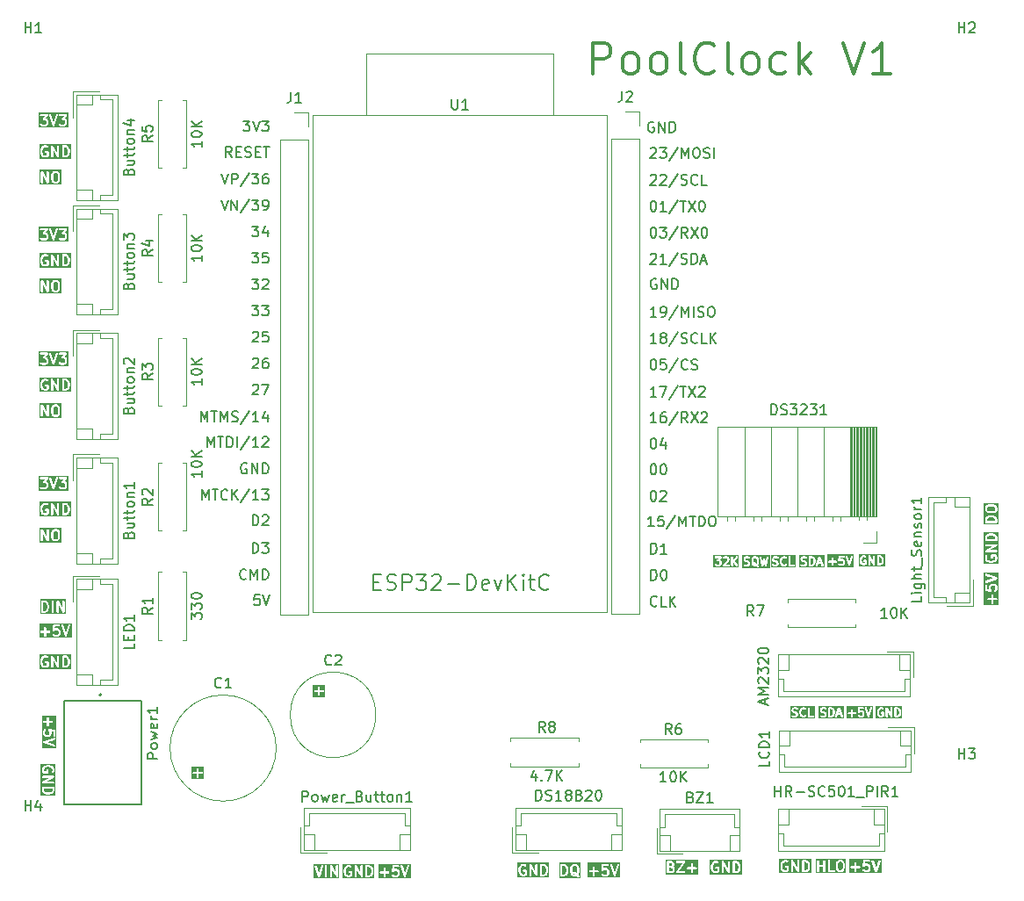
<source format=gbr>
%TF.GenerationSoftware,KiCad,Pcbnew,8.0.8*%
%TF.CreationDate,2025-01-28T10:27:55+01:00*%
%TF.ProjectId,PoolClock,506f6f6c-436c-46f6-936b-2e6b69636164,1.0*%
%TF.SameCoordinates,Original*%
%TF.FileFunction,Legend,Top*%
%TF.FilePolarity,Positive*%
%FSLAX46Y46*%
G04 Gerber Fmt 4.6, Leading zero omitted, Abs format (unit mm)*
G04 Created by KiCad (PCBNEW 8.0.8) date 2025-01-28 10:27:55*
%MOMM*%
%LPD*%
G01*
G04 APERTURE LIST*
%ADD10C,0.200000*%
%ADD11C,0.375000*%
%ADD12C,0.150000*%
%ADD13C,0.120000*%
%ADD14C,0.127000*%
G04 APERTURE END LIST*
D10*
G36*
X82809245Y-80715463D02*
G01*
X82873424Y-80779642D01*
X82911339Y-80931301D01*
X82911339Y-81240015D01*
X82873423Y-81391675D01*
X82809247Y-81455853D01*
X82749637Y-81485659D01*
X82606375Y-81485659D01*
X82546765Y-81455854D01*
X82482588Y-81391676D01*
X82444673Y-81240015D01*
X82444673Y-80931302D01*
X82482588Y-80779642D01*
X82546767Y-80715463D01*
X82606375Y-80685659D01*
X82749637Y-80685659D01*
X82809245Y-80715463D01*
G37*
G36*
X83222450Y-81796770D02*
G01*
X81133562Y-81796770D01*
X81133562Y-80585659D01*
X81244673Y-80585659D01*
X81244673Y-81585659D01*
X81246594Y-81605168D01*
X81261526Y-81641216D01*
X81289116Y-81668806D01*
X81325164Y-81683738D01*
X81364182Y-81683738D01*
X81400230Y-81668806D01*
X81427820Y-81641216D01*
X81442752Y-81605168D01*
X81444673Y-81585659D01*
X81444673Y-80962215D01*
X81829277Y-81635273D01*
X81832195Y-81639383D01*
X81832954Y-81641216D01*
X81834820Y-81643082D01*
X81840624Y-81651258D01*
X81851140Y-81659402D01*
X81860544Y-81668806D01*
X81866431Y-81671244D01*
X81871473Y-81675149D01*
X81884305Y-81678648D01*
X81896592Y-81683738D01*
X81902968Y-81683738D01*
X81909117Y-81685415D01*
X81922310Y-81683738D01*
X81935610Y-81683738D01*
X81941498Y-81681298D01*
X81947823Y-81680495D01*
X81959372Y-81673894D01*
X81971658Y-81668806D01*
X81976165Y-81664298D01*
X81981700Y-81661136D01*
X81989844Y-81650619D01*
X81999248Y-81641216D01*
X82001686Y-81635328D01*
X82005591Y-81630287D01*
X82009090Y-81617454D01*
X82014180Y-81605168D01*
X82015162Y-81595190D01*
X82015857Y-81592644D01*
X82015606Y-81590676D01*
X82016101Y-81585659D01*
X82016101Y-80918992D01*
X82244673Y-80918992D01*
X82244673Y-81252325D01*
X82245008Y-81255727D01*
X82244791Y-81257186D01*
X82245870Y-81264483D01*
X82246594Y-81271834D01*
X82247158Y-81273197D01*
X82247659Y-81276579D01*
X82295278Y-81467054D01*
X82301873Y-81485515D01*
X82306298Y-81491487D01*
X82309144Y-81498358D01*
X82321581Y-81513511D01*
X82416819Y-81608751D01*
X82424487Y-81615044D01*
X82426218Y-81617040D01*
X82429225Y-81618933D01*
X82431972Y-81621187D01*
X82434412Y-81622197D01*
X82442809Y-81627483D01*
X82538046Y-81675102D01*
X82556355Y-81682108D01*
X82559938Y-81682362D01*
X82563259Y-81683738D01*
X82582768Y-81685659D01*
X82773244Y-81685659D01*
X82792753Y-81683738D01*
X82796073Y-81682362D01*
X82799657Y-81682108D01*
X82817965Y-81675102D01*
X82913203Y-81627483D01*
X82921598Y-81622198D01*
X82924040Y-81621187D01*
X82926787Y-81618931D01*
X82929793Y-81617040D01*
X82931523Y-81615045D01*
X82939193Y-81608750D01*
X83034431Y-81513511D01*
X83046868Y-81498358D01*
X83049713Y-81491487D01*
X83054139Y-81485515D01*
X83060734Y-81467055D01*
X83108353Y-81276579D01*
X83108853Y-81273197D01*
X83109418Y-81271834D01*
X83110141Y-81264483D01*
X83111221Y-81257186D01*
X83111003Y-81255727D01*
X83111339Y-81252325D01*
X83111339Y-80918992D01*
X83111003Y-80915589D01*
X83111221Y-80914131D01*
X83110141Y-80906833D01*
X83109418Y-80899483D01*
X83108853Y-80898119D01*
X83108353Y-80894738D01*
X83060734Y-80704262D01*
X83054139Y-80685802D01*
X83049712Y-80679827D01*
X83046867Y-80672959D01*
X83034431Y-80657805D01*
X82939193Y-80562567D01*
X82931522Y-80556272D01*
X82929793Y-80554278D01*
X82926785Y-80552384D01*
X82924039Y-80550131D01*
X82921599Y-80549120D01*
X82913203Y-80543835D01*
X82817965Y-80496216D01*
X82799657Y-80489210D01*
X82796073Y-80488955D01*
X82792753Y-80487580D01*
X82773244Y-80485659D01*
X82582768Y-80485659D01*
X82563259Y-80487580D01*
X82559938Y-80488955D01*
X82556355Y-80489210D01*
X82538046Y-80496216D01*
X82442809Y-80543835D01*
X82434410Y-80549121D01*
X82431973Y-80550131D01*
X82429229Y-80552382D01*
X82426218Y-80554278D01*
X82424485Y-80556275D01*
X82416819Y-80562567D01*
X82321581Y-80657805D01*
X82309145Y-80672959D01*
X82306299Y-80679827D01*
X82301873Y-80685802D01*
X82295278Y-80704263D01*
X82247659Y-80894738D01*
X82247158Y-80898119D01*
X82246594Y-80899483D01*
X82245870Y-80906833D01*
X82244791Y-80914131D01*
X82245008Y-80915589D01*
X82244673Y-80918992D01*
X82016101Y-80918992D01*
X82016101Y-80585659D01*
X82014180Y-80566150D01*
X81999248Y-80530102D01*
X81971658Y-80502512D01*
X81935610Y-80487580D01*
X81896592Y-80487580D01*
X81860544Y-80502512D01*
X81832954Y-80530102D01*
X81818022Y-80566150D01*
X81816101Y-80585659D01*
X81816101Y-81209102D01*
X81431497Y-80536045D01*
X81428578Y-80531934D01*
X81427820Y-80530102D01*
X81425953Y-80528235D01*
X81420150Y-80520060D01*
X81409635Y-80511917D01*
X81400230Y-80502512D01*
X81394339Y-80500072D01*
X81389301Y-80496170D01*
X81376472Y-80492671D01*
X81364182Y-80487580D01*
X81357807Y-80487580D01*
X81351658Y-80485903D01*
X81338465Y-80487580D01*
X81325164Y-80487580D01*
X81319275Y-80490019D01*
X81312951Y-80490823D01*
X81301401Y-80497423D01*
X81289116Y-80502512D01*
X81284608Y-80507019D01*
X81279074Y-80510182D01*
X81270931Y-80520696D01*
X81261526Y-80530102D01*
X81259086Y-80535992D01*
X81255184Y-80541031D01*
X81251685Y-80553859D01*
X81246594Y-80566150D01*
X81245611Y-80576127D01*
X81244917Y-80578674D01*
X81245167Y-80580641D01*
X81244673Y-80585659D01*
X81133562Y-80585659D01*
X81133562Y-80374548D01*
X83222450Y-80374548D01*
X83222450Y-81796770D01*
G37*
G36*
X82809245Y-92715463D02*
G01*
X82873424Y-92779642D01*
X82911339Y-92931301D01*
X82911339Y-93240015D01*
X82873423Y-93391675D01*
X82809247Y-93455853D01*
X82749637Y-93485659D01*
X82606375Y-93485659D01*
X82546765Y-93455854D01*
X82482588Y-93391676D01*
X82444673Y-93240015D01*
X82444673Y-92931302D01*
X82482588Y-92779642D01*
X82546767Y-92715463D01*
X82606375Y-92685659D01*
X82749637Y-92685659D01*
X82809245Y-92715463D01*
G37*
G36*
X83222450Y-93796770D02*
G01*
X81133562Y-93796770D01*
X81133562Y-92585659D01*
X81244673Y-92585659D01*
X81244673Y-93585659D01*
X81246594Y-93605168D01*
X81261526Y-93641216D01*
X81289116Y-93668806D01*
X81325164Y-93683738D01*
X81364182Y-93683738D01*
X81400230Y-93668806D01*
X81427820Y-93641216D01*
X81442752Y-93605168D01*
X81444673Y-93585659D01*
X81444673Y-92962215D01*
X81829277Y-93635273D01*
X81832195Y-93639383D01*
X81832954Y-93641216D01*
X81834820Y-93643082D01*
X81840624Y-93651258D01*
X81851140Y-93659402D01*
X81860544Y-93668806D01*
X81866431Y-93671244D01*
X81871473Y-93675149D01*
X81884305Y-93678648D01*
X81896592Y-93683738D01*
X81902968Y-93683738D01*
X81909117Y-93685415D01*
X81922310Y-93683738D01*
X81935610Y-93683738D01*
X81941498Y-93681298D01*
X81947823Y-93680495D01*
X81959372Y-93673894D01*
X81971658Y-93668806D01*
X81976165Y-93664298D01*
X81981700Y-93661136D01*
X81989844Y-93650619D01*
X81999248Y-93641216D01*
X82001686Y-93635328D01*
X82005591Y-93630287D01*
X82009090Y-93617454D01*
X82014180Y-93605168D01*
X82015162Y-93595190D01*
X82015857Y-93592644D01*
X82015606Y-93590676D01*
X82016101Y-93585659D01*
X82016101Y-92918992D01*
X82244673Y-92918992D01*
X82244673Y-93252325D01*
X82245008Y-93255727D01*
X82244791Y-93257186D01*
X82245870Y-93264483D01*
X82246594Y-93271834D01*
X82247158Y-93273197D01*
X82247659Y-93276579D01*
X82295278Y-93467054D01*
X82301873Y-93485515D01*
X82306298Y-93491487D01*
X82309144Y-93498358D01*
X82321581Y-93513511D01*
X82416819Y-93608751D01*
X82424487Y-93615044D01*
X82426218Y-93617040D01*
X82429225Y-93618933D01*
X82431972Y-93621187D01*
X82434412Y-93622197D01*
X82442809Y-93627483D01*
X82538046Y-93675102D01*
X82556355Y-93682108D01*
X82559938Y-93682362D01*
X82563259Y-93683738D01*
X82582768Y-93685659D01*
X82773244Y-93685659D01*
X82792753Y-93683738D01*
X82796073Y-93682362D01*
X82799657Y-93682108D01*
X82817965Y-93675102D01*
X82913203Y-93627483D01*
X82921598Y-93622198D01*
X82924040Y-93621187D01*
X82926787Y-93618931D01*
X82929793Y-93617040D01*
X82931523Y-93615045D01*
X82939193Y-93608750D01*
X83034431Y-93513511D01*
X83046868Y-93498358D01*
X83049713Y-93491487D01*
X83054139Y-93485515D01*
X83060734Y-93467055D01*
X83108353Y-93276579D01*
X83108853Y-93273197D01*
X83109418Y-93271834D01*
X83110141Y-93264483D01*
X83111221Y-93257186D01*
X83111003Y-93255727D01*
X83111339Y-93252325D01*
X83111339Y-92918992D01*
X83111003Y-92915589D01*
X83111221Y-92914131D01*
X83110141Y-92906833D01*
X83109418Y-92899483D01*
X83108853Y-92898119D01*
X83108353Y-92894738D01*
X83060734Y-92704262D01*
X83054139Y-92685802D01*
X83049712Y-92679827D01*
X83046867Y-92672959D01*
X83034431Y-92657805D01*
X82939193Y-92562567D01*
X82931522Y-92556272D01*
X82929793Y-92554278D01*
X82926785Y-92552384D01*
X82924039Y-92550131D01*
X82921599Y-92549120D01*
X82913203Y-92543835D01*
X82817965Y-92496216D01*
X82799657Y-92489210D01*
X82796073Y-92488955D01*
X82792753Y-92487580D01*
X82773244Y-92485659D01*
X82582768Y-92485659D01*
X82563259Y-92487580D01*
X82559938Y-92488955D01*
X82556355Y-92489210D01*
X82538046Y-92496216D01*
X82442809Y-92543835D01*
X82434410Y-92549121D01*
X82431973Y-92550131D01*
X82429229Y-92552382D01*
X82426218Y-92554278D01*
X82424485Y-92556275D01*
X82416819Y-92562567D01*
X82321581Y-92657805D01*
X82309145Y-92672959D01*
X82306299Y-92679827D01*
X82301873Y-92685802D01*
X82295278Y-92704263D01*
X82247659Y-92894738D01*
X82247158Y-92898119D01*
X82246594Y-92899483D01*
X82245870Y-92906833D01*
X82244791Y-92914131D01*
X82245008Y-92915589D01*
X82244673Y-92918992D01*
X82016101Y-92918992D01*
X82016101Y-92585659D01*
X82014180Y-92566150D01*
X81999248Y-92530102D01*
X81971658Y-92502512D01*
X81935610Y-92487580D01*
X81896592Y-92487580D01*
X81860544Y-92502512D01*
X81832954Y-92530102D01*
X81818022Y-92566150D01*
X81816101Y-92585659D01*
X81816101Y-93209102D01*
X81431497Y-92536045D01*
X81428578Y-92531934D01*
X81427820Y-92530102D01*
X81425953Y-92528235D01*
X81420150Y-92520060D01*
X81409635Y-92511917D01*
X81400230Y-92502512D01*
X81394339Y-92500072D01*
X81389301Y-92496170D01*
X81376472Y-92492671D01*
X81364182Y-92487580D01*
X81357807Y-92487580D01*
X81351658Y-92485903D01*
X81338465Y-92487580D01*
X81325164Y-92487580D01*
X81319275Y-92490019D01*
X81312951Y-92490823D01*
X81301401Y-92497423D01*
X81289116Y-92502512D01*
X81284608Y-92507019D01*
X81279074Y-92510182D01*
X81270931Y-92520696D01*
X81261526Y-92530102D01*
X81259086Y-92535992D01*
X81255184Y-92541031D01*
X81251685Y-92553859D01*
X81246594Y-92566150D01*
X81245611Y-92576127D01*
X81244917Y-92578674D01*
X81245167Y-92580641D01*
X81244673Y-92585659D01*
X81133562Y-92585659D01*
X81133562Y-92374548D01*
X83222450Y-92374548D01*
X83222450Y-93796770D01*
G37*
G36*
X150205676Y-107331976D02*
G01*
X150250805Y-107377105D01*
X150279197Y-107490670D01*
X150279197Y-107732718D01*
X150256448Y-107823715D01*
X150221336Y-107788603D01*
X150213669Y-107782311D01*
X150211937Y-107780314D01*
X150208925Y-107778418D01*
X150206182Y-107776167D01*
X150203744Y-107775157D01*
X150195346Y-107769871D01*
X150119156Y-107731776D01*
X150100848Y-107724770D01*
X150097264Y-107724515D01*
X150093944Y-107723140D01*
X150074435Y-107721219D01*
X149998244Y-107721219D01*
X149978735Y-107723140D01*
X149946777Y-107736377D01*
X149945863Y-107732717D01*
X149945863Y-107490671D01*
X149974254Y-107377106D01*
X150019385Y-107331975D01*
X150059947Y-107311695D01*
X150165114Y-107311695D01*
X150205676Y-107331976D01*
G37*
G36*
X151531508Y-108287100D02*
G01*
X148883958Y-108287100D01*
X148883958Y-107364076D01*
X148983958Y-107364076D01*
X148983958Y-107440266D01*
X148985879Y-107459775D01*
X148987254Y-107463095D01*
X148987509Y-107466679D01*
X148994516Y-107484988D01*
X149032611Y-107561179D01*
X149037897Y-107569577D01*
X149038907Y-107572014D01*
X149041158Y-107574757D01*
X149043054Y-107577769D01*
X149045051Y-107579501D01*
X149051343Y-107587168D01*
X149089438Y-107625262D01*
X149097104Y-107631554D01*
X149098837Y-107633552D01*
X149101845Y-107635445D01*
X149104591Y-107637699D01*
X149107031Y-107638709D01*
X149115428Y-107643995D01*
X149191618Y-107682090D01*
X149193044Y-107682635D01*
X149193625Y-107683066D01*
X149201801Y-107685987D01*
X149209926Y-107689096D01*
X149210648Y-107689147D01*
X149212086Y-107689661D01*
X149353816Y-107725093D01*
X149405673Y-107751022D01*
X149420820Y-107766168D01*
X149441101Y-107806730D01*
X149441101Y-107835707D01*
X149420820Y-107876267D01*
X149405673Y-107891415D01*
X149365113Y-107911695D01*
X149214471Y-107911695D01*
X149115581Y-107878732D01*
X149096465Y-107874385D01*
X149057545Y-107877151D01*
X149022646Y-107894601D01*
X148997081Y-107924077D01*
X148984743Y-107961093D01*
X148987509Y-108000013D01*
X149004959Y-108034912D01*
X149034435Y-108060477D01*
X149052335Y-108068468D01*
X149166622Y-108106563D01*
X149176292Y-108108762D01*
X149178735Y-108109774D01*
X149182274Y-108110122D01*
X149185737Y-108110910D01*
X149188370Y-108110722D01*
X149198244Y-108111695D01*
X149388720Y-108111695D01*
X149408229Y-108109774D01*
X149411549Y-108108398D01*
X149415132Y-108108144D01*
X149433441Y-108101138D01*
X149509632Y-108063043D01*
X149518027Y-108057758D01*
X149520469Y-108056747D01*
X149523217Y-108054491D01*
X149526222Y-108052600D01*
X149527951Y-108050606D01*
X149535623Y-108044310D01*
X149573717Y-108006214D01*
X149580007Y-107998549D01*
X149582006Y-107996816D01*
X149583901Y-107993804D01*
X149586154Y-107991060D01*
X149587164Y-107988621D01*
X149592449Y-107980225D01*
X149630544Y-107904035D01*
X149637550Y-107885727D01*
X149637804Y-107882143D01*
X149639180Y-107878823D01*
X149641101Y-107859314D01*
X149641101Y-107783123D01*
X149639180Y-107763614D01*
X149637804Y-107760293D01*
X149637550Y-107756710D01*
X149630544Y-107738402D01*
X149592449Y-107662212D01*
X149587163Y-107653815D01*
X149586153Y-107651375D01*
X149583899Y-107648629D01*
X149582006Y-107645621D01*
X149580008Y-107643888D01*
X149573716Y-107636222D01*
X149535622Y-107598127D01*
X149527955Y-107591835D01*
X149526223Y-107589838D01*
X149523211Y-107587942D01*
X149520468Y-107585691D01*
X149518031Y-107584681D01*
X149509633Y-107579395D01*
X149433442Y-107541300D01*
X149432016Y-107540754D01*
X149431434Y-107540323D01*
X149423240Y-107537395D01*
X149415133Y-107534293D01*
X149414412Y-107534241D01*
X149412974Y-107533728D01*
X149271243Y-107498295D01*
X149231374Y-107478361D01*
X149745863Y-107478361D01*
X149745863Y-107745028D01*
X149746198Y-107748431D01*
X149745981Y-107749890D01*
X149747060Y-107757188D01*
X149747784Y-107764537D01*
X149748348Y-107765900D01*
X149748849Y-107769282D01*
X149786945Y-107921663D01*
X149793540Y-107940124D01*
X149797966Y-107946097D01*
X149800811Y-107952966D01*
X149813248Y-107968119D01*
X149889438Y-108044310D01*
X149897107Y-108050604D01*
X149898838Y-108052600D01*
X149901843Y-108054491D01*
X149904591Y-108056747D01*
X149907032Y-108057758D01*
X149915428Y-108063043D01*
X149991619Y-108101138D01*
X150009928Y-108108144D01*
X150013510Y-108108398D01*
X150016831Y-108109774D01*
X150036340Y-108111695D01*
X150188721Y-108111695D01*
X150208230Y-108109774D01*
X150211550Y-108108398D01*
X150215134Y-108108144D01*
X150233442Y-108101138D01*
X150245166Y-108095275D01*
X150270392Y-108120501D01*
X150278058Y-108126793D01*
X150279790Y-108128790D01*
X150282797Y-108130683D01*
X150285545Y-108132938D01*
X150287986Y-108133949D01*
X150296381Y-108139233D01*
X150372571Y-108177328D01*
X150390879Y-108184334D01*
X150429799Y-108187100D01*
X150466815Y-108174761D01*
X150496292Y-108149197D01*
X150513741Y-108114298D01*
X150516507Y-108075378D01*
X150504168Y-108038362D01*
X150478604Y-108008885D01*
X150462013Y-107998442D01*
X150408331Y-107971601D01*
X150411812Y-107968120D01*
X150424249Y-107952967D01*
X150427094Y-107946097D01*
X150431521Y-107940123D01*
X150438116Y-107921662D01*
X150476211Y-107769281D01*
X150476710Y-107765901D01*
X150477276Y-107764537D01*
X150477999Y-107757185D01*
X150479079Y-107749889D01*
X150478861Y-107748430D01*
X150479197Y-107745028D01*
X150479197Y-107478361D01*
X150478861Y-107474958D01*
X150479079Y-107473500D01*
X150477999Y-107466203D01*
X150477276Y-107458852D01*
X150476710Y-107457487D01*
X150476211Y-107454108D01*
X150438116Y-107301727D01*
X150431521Y-107283266D01*
X150427094Y-107277292D01*
X150424249Y-107270422D01*
X150411812Y-107255269D01*
X150371976Y-107215434D01*
X150545932Y-107215434D01*
X150548582Y-107234857D01*
X150739058Y-108034857D01*
X150741366Y-108041553D01*
X150741685Y-108043952D01*
X150742940Y-108046120D01*
X150745446Y-108053390D01*
X150753959Y-108065154D01*
X150761234Y-108077720D01*
X150765311Y-108080840D01*
X150768321Y-108085000D01*
X150780683Y-108092607D01*
X150792217Y-108101436D01*
X150797180Y-108102759D01*
X150801551Y-108105449D01*
X150815882Y-108107746D01*
X150829918Y-108111489D01*
X150835009Y-108110812D01*
X150840078Y-108111625D01*
X150854206Y-108108261D01*
X150868596Y-108106349D01*
X150873037Y-108103777D01*
X150878035Y-108102588D01*
X150889801Y-108094072D01*
X150902364Y-108086800D01*
X150905484Y-108082722D01*
X150909644Y-108079713D01*
X150917251Y-108067350D01*
X150926080Y-108055817D01*
X150928778Y-108048618D01*
X150930093Y-108046483D01*
X150930476Y-108044089D01*
X150932962Y-108037461D01*
X150988720Y-107828369D01*
X151044478Y-108037462D01*
X151046963Y-108044091D01*
X151047347Y-108046483D01*
X151048660Y-108048617D01*
X151051360Y-108055817D01*
X151060187Y-108067348D01*
X151067796Y-108079713D01*
X151071957Y-108082724D01*
X151075077Y-108086800D01*
X151087638Y-108094072D01*
X151099405Y-108102588D01*
X151104400Y-108103777D01*
X151108844Y-108106350D01*
X151123237Y-108108262D01*
X151137362Y-108111626D01*
X151142430Y-108110813D01*
X151147522Y-108111490D01*
X151161560Y-108107746D01*
X151175889Y-108105449D01*
X151180259Y-108102759D01*
X151185223Y-108101436D01*
X151196756Y-108092607D01*
X151209119Y-108085000D01*
X151212128Y-108080840D01*
X151216206Y-108077720D01*
X151223481Y-108065153D01*
X151231994Y-108053391D01*
X151234498Y-108046125D01*
X151235756Y-108043953D01*
X151236075Y-108041549D01*
X151238382Y-108034857D01*
X151428859Y-107234857D01*
X151431508Y-107215434D01*
X151425332Y-107176908D01*
X151404883Y-107143678D01*
X151373274Y-107120802D01*
X151335317Y-107111765D01*
X151296790Y-107117941D01*
X151263560Y-107138391D01*
X151240685Y-107170000D01*
X151234297Y-107188533D01*
X151135612Y-107603007D01*
X151085343Y-107414500D01*
X151083630Y-107409933D01*
X151083375Y-107408008D01*
X151082052Y-107405724D01*
X151078461Y-107396144D01*
X151070436Y-107385661D01*
X151063825Y-107374241D01*
X151058681Y-107370304D01*
X151054745Y-107365161D01*
X151043327Y-107358551D01*
X151032842Y-107350525D01*
X151026577Y-107348854D01*
X151020977Y-107345612D01*
X151007904Y-107343874D01*
X150995141Y-107340471D01*
X150988716Y-107341324D01*
X150982299Y-107340472D01*
X150969547Y-107343872D01*
X150956463Y-107345611D01*
X150950859Y-107348855D01*
X150944598Y-107350525D01*
X150934112Y-107358551D01*
X150922696Y-107365161D01*
X150918760Y-107370302D01*
X150913615Y-107374241D01*
X150907004Y-107385660D01*
X150898979Y-107396144D01*
X150895383Y-107405732D01*
X150894066Y-107408009D01*
X150893811Y-107409927D01*
X150892097Y-107414499D01*
X150841828Y-107603007D01*
X150743144Y-107188533D01*
X150736756Y-107169999D01*
X150713881Y-107138390D01*
X150680651Y-107117941D01*
X150642124Y-107111764D01*
X150604167Y-107120802D01*
X150572558Y-107143677D01*
X150552109Y-107176907D01*
X150545932Y-107215434D01*
X150371976Y-107215434D01*
X150335621Y-107179079D01*
X150327954Y-107172786D01*
X150326223Y-107170790D01*
X150323215Y-107168896D01*
X150320468Y-107166642D01*
X150318026Y-107165630D01*
X150309632Y-107160347D01*
X150233442Y-107122252D01*
X150215134Y-107115246D01*
X150211550Y-107114991D01*
X150208230Y-107113616D01*
X150188721Y-107111695D01*
X150036340Y-107111695D01*
X150016831Y-107113616D01*
X150013510Y-107114991D01*
X150009928Y-107115246D01*
X149991619Y-107122252D01*
X149915428Y-107160347D01*
X149907031Y-107165632D01*
X149904592Y-107166643D01*
X149901845Y-107168896D01*
X149898838Y-107170790D01*
X149897107Y-107172784D01*
X149889438Y-107179079D01*
X149813248Y-107255269D01*
X149800812Y-107270423D01*
X149797967Y-107277289D01*
X149793540Y-107283265D01*
X149786945Y-107301726D01*
X149748849Y-107454107D01*
X149748348Y-107457488D01*
X149747784Y-107458852D01*
X149747060Y-107466200D01*
X149745981Y-107473499D01*
X149746198Y-107474957D01*
X149745863Y-107478361D01*
X149231374Y-107478361D01*
X149219384Y-107472366D01*
X149204238Y-107457219D01*
X149183958Y-107416659D01*
X149183958Y-107387682D01*
X149204238Y-107347122D01*
X149219384Y-107331975D01*
X149259946Y-107311695D01*
X149410589Y-107311695D01*
X149509478Y-107344658D01*
X149528594Y-107349005D01*
X149567514Y-107346239D01*
X149602413Y-107328789D01*
X149627978Y-107299313D01*
X149640316Y-107262297D01*
X149637550Y-107223377D01*
X149620100Y-107188479D01*
X149590624Y-107162913D01*
X149572724Y-107154922D01*
X149458439Y-107116827D01*
X149448767Y-107114627D01*
X149446325Y-107113616D01*
X149442786Y-107113267D01*
X149439323Y-107112480D01*
X149436689Y-107112667D01*
X149426816Y-107111695D01*
X149236339Y-107111695D01*
X149216830Y-107113616D01*
X149213509Y-107114991D01*
X149209926Y-107115246D01*
X149191618Y-107122252D01*
X149115428Y-107160347D01*
X149107031Y-107165632D01*
X149104591Y-107166643D01*
X149101845Y-107168896D01*
X149098837Y-107170790D01*
X149097104Y-107172787D01*
X149089438Y-107179080D01*
X149051343Y-107217174D01*
X149045051Y-107224840D01*
X149043054Y-107226573D01*
X149041158Y-107229584D01*
X149038907Y-107232328D01*
X149037897Y-107234764D01*
X149032611Y-107243163D01*
X148994516Y-107319354D01*
X148987509Y-107337663D01*
X148987254Y-107341246D01*
X148985879Y-107344567D01*
X148983958Y-107364076D01*
X148883958Y-107364076D01*
X148883958Y-107011695D01*
X151531508Y-107011695D01*
X151531508Y-108287100D01*
G37*
G36*
X83889117Y-100796770D02*
G01*
X81040245Y-100796770D01*
X81040245Y-99566150D01*
X81151356Y-99566150D01*
X81151356Y-99605168D01*
X81166288Y-99641216D01*
X81193878Y-99668806D01*
X81229926Y-99683738D01*
X81249435Y-99685659D01*
X81648105Y-99685659D01*
X81459891Y-99900761D01*
X81453861Y-99909194D01*
X81452002Y-99911054D01*
X81451271Y-99912817D01*
X81448490Y-99916708D01*
X81443285Y-99932096D01*
X81437070Y-99947102D01*
X81437070Y-99950475D01*
X81435990Y-99953669D01*
X81437070Y-99969871D01*
X81437070Y-99986120D01*
X81438360Y-99989235D01*
X81438585Y-99992601D01*
X81445785Y-100007161D01*
X81452002Y-100022168D01*
X81454386Y-100024552D01*
X81455882Y-100027576D01*
X81468107Y-100038273D01*
X81479592Y-100049758D01*
X81482706Y-100051048D01*
X81485246Y-100053270D01*
X81500634Y-100058474D01*
X81515640Y-100064690D01*
X81520399Y-100065158D01*
X81522207Y-100065770D01*
X81524831Y-100065595D01*
X81535149Y-100066611D01*
X81654399Y-100066611D01*
X81714008Y-100096416D01*
X81738677Y-100121084D01*
X81768482Y-100180694D01*
X81768482Y-100371575D01*
X81738677Y-100431183D01*
X81714008Y-100455853D01*
X81654399Y-100485659D01*
X81415899Y-100485659D01*
X81356289Y-100455854D01*
X81320146Y-100419710D01*
X81304993Y-100407273D01*
X81268945Y-100392342D01*
X81229927Y-100392341D01*
X81193878Y-100407272D01*
X81166288Y-100434862D01*
X81151357Y-100470910D01*
X81151356Y-100509928D01*
X81166287Y-100545977D01*
X81178724Y-100561130D01*
X81226342Y-100608750D01*
X81234010Y-100615043D01*
X81235742Y-100617040D01*
X81238750Y-100618933D01*
X81241496Y-100621187D01*
X81243936Y-100622197D01*
X81252333Y-100627483D01*
X81347570Y-100675102D01*
X81365879Y-100682108D01*
X81369462Y-100682362D01*
X81372783Y-100683738D01*
X81392292Y-100685659D01*
X81678006Y-100685659D01*
X81697515Y-100683738D01*
X81700835Y-100682362D01*
X81704419Y-100682108D01*
X81722727Y-100675102D01*
X81817965Y-100627483D01*
X81826360Y-100622198D01*
X81828802Y-100621187D01*
X81831549Y-100618931D01*
X81834555Y-100617040D01*
X81836285Y-100615045D01*
X81843955Y-100608750D01*
X81891574Y-100561130D01*
X81897866Y-100553463D01*
X81899863Y-100551732D01*
X81901756Y-100548724D01*
X81904011Y-100545977D01*
X81905022Y-100543535D01*
X81910306Y-100535141D01*
X81957925Y-100439904D01*
X81964931Y-100421595D01*
X81965185Y-100418011D01*
X81966561Y-100414691D01*
X81968482Y-100395182D01*
X81968482Y-100157087D01*
X81966561Y-100137578D01*
X81965185Y-100134257D01*
X81964931Y-100130674D01*
X81957925Y-100112365D01*
X81910306Y-100017128D01*
X81905020Y-100008731D01*
X81904010Y-100006291D01*
X81901756Y-100003545D01*
X81899863Y-100000537D01*
X81897865Y-99998804D01*
X81891573Y-99991138D01*
X81843955Y-99943519D01*
X81836284Y-99937224D01*
X81834555Y-99935230D01*
X81831547Y-99933336D01*
X81828801Y-99931083D01*
X81826361Y-99930072D01*
X81817965Y-99924787D01*
X81739117Y-99885363D01*
X81943740Y-99651509D01*
X81949769Y-99643075D01*
X81951629Y-99641216D01*
X81952359Y-99639452D01*
X81955141Y-99635562D01*
X81960345Y-99620173D01*
X81966561Y-99605168D01*
X81966561Y-99601794D01*
X81967641Y-99598601D01*
X81967612Y-99598166D01*
X82054982Y-99598166D01*
X82059329Y-99617282D01*
X82392662Y-100617281D01*
X82400653Y-100635182D01*
X82405336Y-100640581D01*
X82408531Y-100646971D01*
X82418002Y-100655186D01*
X82426218Y-100664658D01*
X82432606Y-100667852D01*
X82438007Y-100672536D01*
X82449908Y-100676503D01*
X82461117Y-100682107D01*
X82468241Y-100682613D01*
X82475023Y-100684874D01*
X82487532Y-100683984D01*
X82500037Y-100684874D01*
X82506815Y-100682614D01*
X82513943Y-100682108D01*
X82525159Y-100676499D01*
X82537053Y-100672535D01*
X82542450Y-100667854D01*
X82548842Y-100664658D01*
X82557060Y-100655182D01*
X82566529Y-100646970D01*
X82569722Y-100640583D01*
X82574407Y-100635182D01*
X82582398Y-100617282D01*
X82915731Y-99617282D01*
X82920078Y-99598167D01*
X82917803Y-99566150D01*
X82960880Y-99566150D01*
X82960880Y-99605168D01*
X82975812Y-99641216D01*
X83003402Y-99668806D01*
X83039450Y-99683738D01*
X83058959Y-99685659D01*
X83457629Y-99685659D01*
X83269415Y-99900761D01*
X83263385Y-99909194D01*
X83261526Y-99911054D01*
X83260795Y-99912817D01*
X83258014Y-99916708D01*
X83252809Y-99932096D01*
X83246594Y-99947102D01*
X83246594Y-99950475D01*
X83245514Y-99953669D01*
X83246594Y-99969871D01*
X83246594Y-99986120D01*
X83247884Y-99989235D01*
X83248109Y-99992601D01*
X83255309Y-100007161D01*
X83261526Y-100022168D01*
X83263910Y-100024552D01*
X83265406Y-100027576D01*
X83277631Y-100038273D01*
X83289116Y-100049758D01*
X83292230Y-100051048D01*
X83294770Y-100053270D01*
X83310158Y-100058474D01*
X83325164Y-100064690D01*
X83329923Y-100065158D01*
X83331731Y-100065770D01*
X83334355Y-100065595D01*
X83344673Y-100066611D01*
X83463923Y-100066611D01*
X83523532Y-100096416D01*
X83548201Y-100121084D01*
X83578006Y-100180694D01*
X83578006Y-100371575D01*
X83548201Y-100431183D01*
X83523532Y-100455853D01*
X83463923Y-100485659D01*
X83225423Y-100485659D01*
X83165813Y-100455854D01*
X83129670Y-100419710D01*
X83114517Y-100407273D01*
X83078469Y-100392342D01*
X83039451Y-100392341D01*
X83003402Y-100407272D01*
X82975812Y-100434862D01*
X82960881Y-100470910D01*
X82960880Y-100509928D01*
X82975811Y-100545977D01*
X82988248Y-100561130D01*
X83035866Y-100608750D01*
X83043534Y-100615043D01*
X83045266Y-100617040D01*
X83048274Y-100618933D01*
X83051020Y-100621187D01*
X83053460Y-100622197D01*
X83061857Y-100627483D01*
X83157094Y-100675102D01*
X83175403Y-100682108D01*
X83178986Y-100682362D01*
X83182307Y-100683738D01*
X83201816Y-100685659D01*
X83487530Y-100685659D01*
X83507039Y-100683738D01*
X83510359Y-100682362D01*
X83513943Y-100682108D01*
X83532251Y-100675102D01*
X83627489Y-100627483D01*
X83635884Y-100622198D01*
X83638326Y-100621187D01*
X83641073Y-100618931D01*
X83644079Y-100617040D01*
X83645809Y-100615045D01*
X83653479Y-100608750D01*
X83701098Y-100561130D01*
X83707390Y-100553463D01*
X83709387Y-100551732D01*
X83711280Y-100548724D01*
X83713535Y-100545977D01*
X83714546Y-100543535D01*
X83719830Y-100535141D01*
X83767449Y-100439904D01*
X83774455Y-100421595D01*
X83774709Y-100418011D01*
X83776085Y-100414691D01*
X83778006Y-100395182D01*
X83778006Y-100157087D01*
X83776085Y-100137578D01*
X83774709Y-100134257D01*
X83774455Y-100130674D01*
X83767449Y-100112365D01*
X83719830Y-100017128D01*
X83714544Y-100008731D01*
X83713534Y-100006291D01*
X83711280Y-100003545D01*
X83709387Y-100000537D01*
X83707389Y-99998804D01*
X83701097Y-99991138D01*
X83653479Y-99943519D01*
X83645808Y-99937224D01*
X83644079Y-99935230D01*
X83641071Y-99933336D01*
X83638325Y-99931083D01*
X83635885Y-99930072D01*
X83627489Y-99924787D01*
X83548641Y-99885363D01*
X83753264Y-99651509D01*
X83759293Y-99643075D01*
X83761153Y-99641216D01*
X83761883Y-99639452D01*
X83764665Y-99635562D01*
X83769869Y-99620173D01*
X83776085Y-99605168D01*
X83776085Y-99601794D01*
X83777165Y-99598601D01*
X83776085Y-99582398D01*
X83776085Y-99566150D01*
X83774794Y-99563034D01*
X83774570Y-99559669D01*
X83767367Y-99545103D01*
X83761153Y-99530102D01*
X83758769Y-99527718D01*
X83757274Y-99524694D01*
X83745040Y-99513989D01*
X83733563Y-99502512D01*
X83730449Y-99501222D01*
X83727910Y-99499000D01*
X83712518Y-99493794D01*
X83697515Y-99487580D01*
X83692755Y-99487111D01*
X83690948Y-99486500D01*
X83688323Y-99486674D01*
X83678006Y-99485659D01*
X83058959Y-99485659D01*
X83039450Y-99487580D01*
X83003402Y-99502512D01*
X82975812Y-99530102D01*
X82960880Y-99566150D01*
X82917803Y-99566150D01*
X82917312Y-99559247D01*
X82899862Y-99524348D01*
X82870386Y-99498783D01*
X82833370Y-99486444D01*
X82794450Y-99489211D01*
X82759551Y-99506660D01*
X82733986Y-99536136D01*
X82725995Y-99554037D01*
X82487530Y-100269431D01*
X82249065Y-99554036D01*
X82241074Y-99536136D01*
X82215509Y-99506660D01*
X82180610Y-99489210D01*
X82141690Y-99486444D01*
X82104674Y-99498782D01*
X82075198Y-99524347D01*
X82057748Y-99559246D01*
X82054982Y-99598166D01*
X81967612Y-99598166D01*
X81966561Y-99582398D01*
X81966561Y-99566150D01*
X81965270Y-99563034D01*
X81965046Y-99559669D01*
X81957843Y-99545103D01*
X81951629Y-99530102D01*
X81949245Y-99527718D01*
X81947750Y-99524694D01*
X81935516Y-99513989D01*
X81924039Y-99502512D01*
X81920925Y-99501222D01*
X81918386Y-99499000D01*
X81902994Y-99493794D01*
X81887991Y-99487580D01*
X81883231Y-99487111D01*
X81881424Y-99486500D01*
X81878799Y-99486674D01*
X81868482Y-99485659D01*
X81249435Y-99485659D01*
X81229926Y-99487580D01*
X81193878Y-99502512D01*
X81166288Y-99530102D01*
X81151356Y-99566150D01*
X81040245Y-99566150D01*
X81040245Y-99374548D01*
X83889117Y-99374548D01*
X83889117Y-100796770D01*
G37*
G36*
X83719224Y-90220680D02*
G01*
X83786297Y-90287753D01*
X83821749Y-90358658D01*
X83863720Y-90526539D01*
X83863720Y-90644777D01*
X83821749Y-90812658D01*
X83786296Y-90883564D01*
X83719225Y-90950637D01*
X83614160Y-90985659D01*
X83492292Y-90985659D01*
X83492292Y-90185659D01*
X83614160Y-90185659D01*
X83719224Y-90220680D01*
G37*
G36*
X84174831Y-91296770D02*
G01*
X81085943Y-91296770D01*
X81085943Y-90514230D01*
X81197054Y-90514230D01*
X81197054Y-90657087D01*
X81197389Y-90660489D01*
X81197172Y-90661948D01*
X81198251Y-90669245D01*
X81198975Y-90676596D01*
X81199539Y-90677959D01*
X81200040Y-90681341D01*
X81247659Y-90871816D01*
X81248172Y-90873253D01*
X81248224Y-90873976D01*
X81251332Y-90882100D01*
X81254254Y-90890277D01*
X81254684Y-90890857D01*
X81255230Y-90892284D01*
X81302849Y-90987522D01*
X81308131Y-90995914D01*
X81309144Y-90998358D01*
X81311400Y-91001107D01*
X81313292Y-91004112D01*
X81315286Y-91005841D01*
X81321581Y-91013511D01*
X81416819Y-91108751D01*
X81431972Y-91121187D01*
X81435291Y-91122562D01*
X81438007Y-91124917D01*
X81455907Y-91132908D01*
X81598764Y-91180527D01*
X81608436Y-91182726D01*
X81610878Y-91183738D01*
X81614415Y-91184086D01*
X81617879Y-91184874D01*
X81620513Y-91184686D01*
X81630387Y-91185659D01*
X81725625Y-91185659D01*
X81735498Y-91184686D01*
X81738132Y-91184874D01*
X81741595Y-91184086D01*
X81745134Y-91183738D01*
X81747576Y-91182726D01*
X81757248Y-91180527D01*
X81900104Y-91132908D01*
X81918005Y-91124917D01*
X81920720Y-91122562D01*
X81924040Y-91121187D01*
X81939193Y-91108750D01*
X81986812Y-91061130D01*
X81999249Y-91045977D01*
X82014180Y-91009928D01*
X82016101Y-90990420D01*
X82016101Y-90657087D01*
X82014180Y-90637578D01*
X81999248Y-90601530D01*
X81971658Y-90573940D01*
X81935610Y-90559008D01*
X81916101Y-90557087D01*
X81725625Y-90557087D01*
X81706116Y-90559008D01*
X81670068Y-90573940D01*
X81642478Y-90601530D01*
X81627546Y-90637578D01*
X81627546Y-90676596D01*
X81642478Y-90712644D01*
X81670068Y-90740234D01*
X81706116Y-90755166D01*
X81725625Y-90757087D01*
X81816101Y-90757087D01*
X81816101Y-90948999D01*
X81814462Y-90950637D01*
X81709398Y-90985659D01*
X81646613Y-90985659D01*
X81541548Y-90950637D01*
X81474478Y-90883567D01*
X81439024Y-90812658D01*
X81397054Y-90644777D01*
X81397054Y-90526540D01*
X81439024Y-90358658D01*
X81474477Y-90287752D01*
X81541549Y-90220680D01*
X81646613Y-90185659D01*
X81749637Y-90185659D01*
X81823760Y-90222721D01*
X81842069Y-90229727D01*
X81880989Y-90232493D01*
X81918005Y-90220154D01*
X81947482Y-90194589D01*
X81964931Y-90159691D01*
X81967696Y-90120771D01*
X81955993Y-90085659D01*
X82244673Y-90085659D01*
X82244673Y-91085659D01*
X82246594Y-91105168D01*
X82261526Y-91141216D01*
X82289116Y-91168806D01*
X82325164Y-91183738D01*
X82364182Y-91183738D01*
X82400230Y-91168806D01*
X82427820Y-91141216D01*
X82442752Y-91105168D01*
X82444673Y-91085659D01*
X82444673Y-90462215D01*
X82829277Y-91135273D01*
X82832195Y-91139383D01*
X82832954Y-91141216D01*
X82834820Y-91143082D01*
X82840624Y-91151258D01*
X82851140Y-91159402D01*
X82860544Y-91168806D01*
X82866431Y-91171244D01*
X82871473Y-91175149D01*
X82884305Y-91178648D01*
X82896592Y-91183738D01*
X82902968Y-91183738D01*
X82909117Y-91185415D01*
X82922310Y-91183738D01*
X82935610Y-91183738D01*
X82941498Y-91181298D01*
X82947823Y-91180495D01*
X82959372Y-91173894D01*
X82971658Y-91168806D01*
X82976165Y-91164298D01*
X82981700Y-91161136D01*
X82989844Y-91150619D01*
X82999248Y-91141216D01*
X83001686Y-91135328D01*
X83005591Y-91130287D01*
X83009090Y-91117454D01*
X83014180Y-91105168D01*
X83015162Y-91095190D01*
X83015857Y-91092644D01*
X83015606Y-91090676D01*
X83016101Y-91085659D01*
X83016101Y-90085659D01*
X83292292Y-90085659D01*
X83292292Y-91085659D01*
X83294213Y-91105168D01*
X83309145Y-91141216D01*
X83336735Y-91168806D01*
X83372783Y-91183738D01*
X83392292Y-91185659D01*
X83630387Y-91185659D01*
X83640260Y-91184686D01*
X83642894Y-91184874D01*
X83646357Y-91184086D01*
X83649896Y-91183738D01*
X83652338Y-91182726D01*
X83662010Y-91180527D01*
X83804866Y-91132908D01*
X83822767Y-91124917D01*
X83825482Y-91122562D01*
X83828802Y-91121187D01*
X83843955Y-91108750D01*
X83939193Y-91013511D01*
X83945485Y-91005844D01*
X83947482Y-91004113D01*
X83949375Y-91001105D01*
X83951630Y-90998358D01*
X83952641Y-90995916D01*
X83957925Y-90987522D01*
X84005544Y-90892285D01*
X84006090Y-90890856D01*
X84006520Y-90890277D01*
X84009441Y-90882100D01*
X84012550Y-90873976D01*
X84012601Y-90873255D01*
X84013115Y-90871817D01*
X84060734Y-90681341D01*
X84061234Y-90677959D01*
X84061799Y-90676596D01*
X84062522Y-90669245D01*
X84063602Y-90661948D01*
X84063384Y-90660489D01*
X84063720Y-90657087D01*
X84063720Y-90514230D01*
X84063384Y-90510827D01*
X84063602Y-90509369D01*
X84062522Y-90502071D01*
X84061799Y-90494721D01*
X84061234Y-90493357D01*
X84060734Y-90489976D01*
X84013115Y-90299500D01*
X84012601Y-90298061D01*
X84012550Y-90297341D01*
X84009441Y-90289216D01*
X84006520Y-90281040D01*
X84006090Y-90280460D01*
X84005544Y-90279032D01*
X83957925Y-90183795D01*
X83952638Y-90175396D01*
X83951629Y-90172959D01*
X83949377Y-90170215D01*
X83947482Y-90167204D01*
X83945484Y-90165471D01*
X83939193Y-90157805D01*
X83843955Y-90062567D01*
X83828801Y-90050131D01*
X83825482Y-90048756D01*
X83822767Y-90046401D01*
X83804866Y-90038410D01*
X83662010Y-89990791D01*
X83652338Y-89988591D01*
X83649896Y-89987580D01*
X83646357Y-89987231D01*
X83642894Y-89986444D01*
X83640260Y-89986631D01*
X83630387Y-89985659D01*
X83392292Y-89985659D01*
X83372783Y-89987580D01*
X83336735Y-90002512D01*
X83309145Y-90030102D01*
X83294213Y-90066150D01*
X83292292Y-90085659D01*
X83016101Y-90085659D01*
X83014180Y-90066150D01*
X82999248Y-90030102D01*
X82971658Y-90002512D01*
X82935610Y-89987580D01*
X82896592Y-89987580D01*
X82860544Y-90002512D01*
X82832954Y-90030102D01*
X82818022Y-90066150D01*
X82816101Y-90085659D01*
X82816101Y-90709102D01*
X82431497Y-90036045D01*
X82428578Y-90031934D01*
X82427820Y-90030102D01*
X82425953Y-90028235D01*
X82420150Y-90020060D01*
X82409635Y-90011917D01*
X82400230Y-90002512D01*
X82394339Y-90000072D01*
X82389301Y-89996170D01*
X82376472Y-89992671D01*
X82364182Y-89987580D01*
X82357807Y-89987580D01*
X82351658Y-89985903D01*
X82338465Y-89987580D01*
X82325164Y-89987580D01*
X82319275Y-89990019D01*
X82312951Y-89990823D01*
X82301401Y-89997423D01*
X82289116Y-90002512D01*
X82284608Y-90007019D01*
X82279074Y-90010182D01*
X82270931Y-90020696D01*
X82261526Y-90030102D01*
X82259086Y-90035992D01*
X82255184Y-90041031D01*
X82251685Y-90053859D01*
X82246594Y-90066150D01*
X82245611Y-90076127D01*
X82244917Y-90078674D01*
X82245167Y-90080641D01*
X82244673Y-90085659D01*
X81955993Y-90085659D01*
X81955358Y-90083755D01*
X81929793Y-90054278D01*
X81913203Y-90043835D01*
X81817965Y-89996216D01*
X81799657Y-89989210D01*
X81796073Y-89988955D01*
X81792753Y-89987580D01*
X81773244Y-89985659D01*
X81630387Y-89985659D01*
X81620513Y-89986631D01*
X81617879Y-89986444D01*
X81614415Y-89987231D01*
X81610878Y-89987580D01*
X81608436Y-89988591D01*
X81598764Y-89990791D01*
X81455907Y-90038410D01*
X81438007Y-90046401D01*
X81435291Y-90048756D01*
X81431973Y-90050131D01*
X81416819Y-90062567D01*
X81321581Y-90157805D01*
X81315286Y-90165475D01*
X81313292Y-90167205D01*
X81311398Y-90170212D01*
X81309145Y-90172959D01*
X81308134Y-90175398D01*
X81302849Y-90183795D01*
X81255230Y-90279033D01*
X81254684Y-90280459D01*
X81254254Y-90281040D01*
X81251332Y-90289216D01*
X81248224Y-90297341D01*
X81248172Y-90298063D01*
X81247659Y-90299501D01*
X81200040Y-90489976D01*
X81199539Y-90493357D01*
X81198975Y-90494721D01*
X81198251Y-90502071D01*
X81197172Y-90509369D01*
X81197389Y-90510827D01*
X81197054Y-90514230D01*
X81085943Y-90514230D01*
X81085943Y-89874548D01*
X84174831Y-89874548D01*
X84174831Y-91296770D01*
G37*
G36*
X110005545Y-138198086D02*
G01*
X107536490Y-138198086D01*
X107536490Y-136999726D01*
X107647601Y-136999726D01*
X107651948Y-137018842D01*
X107985281Y-138018841D01*
X107993272Y-138036742D01*
X107997955Y-138042141D01*
X108001150Y-138048531D01*
X108010621Y-138056746D01*
X108018837Y-138066218D01*
X108025225Y-138069412D01*
X108030626Y-138074096D01*
X108042527Y-138078063D01*
X108053736Y-138083667D01*
X108060860Y-138084173D01*
X108067642Y-138086434D01*
X108080151Y-138085544D01*
X108092656Y-138086434D01*
X108099434Y-138084174D01*
X108106562Y-138083668D01*
X108117778Y-138078059D01*
X108129672Y-138074095D01*
X108135069Y-138069414D01*
X108141461Y-138066218D01*
X108149679Y-138056742D01*
X108159148Y-138048530D01*
X108162341Y-138042143D01*
X108167026Y-138036742D01*
X108175017Y-138018842D01*
X108508350Y-137018842D01*
X108512697Y-136999727D01*
X108511808Y-136987219D01*
X108646816Y-136987219D01*
X108646816Y-137987219D01*
X108648737Y-138006728D01*
X108663669Y-138042776D01*
X108691259Y-138070366D01*
X108727307Y-138085298D01*
X108766325Y-138085298D01*
X108802373Y-138070366D01*
X108829963Y-138042776D01*
X108844895Y-138006728D01*
X108846816Y-137987219D01*
X108846816Y-136987219D01*
X109123006Y-136987219D01*
X109123006Y-137987219D01*
X109124927Y-138006728D01*
X109139859Y-138042776D01*
X109167449Y-138070366D01*
X109203497Y-138085298D01*
X109242515Y-138085298D01*
X109278563Y-138070366D01*
X109306153Y-138042776D01*
X109321085Y-138006728D01*
X109323006Y-137987219D01*
X109323006Y-137363775D01*
X109707610Y-138036833D01*
X109710528Y-138040943D01*
X109711287Y-138042776D01*
X109713153Y-138044642D01*
X109718957Y-138052818D01*
X109729473Y-138060962D01*
X109738877Y-138070366D01*
X109744764Y-138072804D01*
X109749806Y-138076709D01*
X109762638Y-138080208D01*
X109774925Y-138085298D01*
X109781301Y-138085298D01*
X109787450Y-138086975D01*
X109800643Y-138085298D01*
X109813943Y-138085298D01*
X109819831Y-138082858D01*
X109826156Y-138082055D01*
X109837705Y-138075454D01*
X109849991Y-138070366D01*
X109854498Y-138065858D01*
X109860033Y-138062696D01*
X109868177Y-138052179D01*
X109877581Y-138042776D01*
X109880019Y-138036888D01*
X109883924Y-138031847D01*
X109887423Y-138019014D01*
X109892513Y-138006728D01*
X109893495Y-137996750D01*
X109894190Y-137994204D01*
X109893939Y-137992236D01*
X109894434Y-137987219D01*
X109894434Y-136987219D01*
X109892513Y-136967710D01*
X109877581Y-136931662D01*
X109849991Y-136904072D01*
X109813943Y-136889140D01*
X109774925Y-136889140D01*
X109738877Y-136904072D01*
X109711287Y-136931662D01*
X109696355Y-136967710D01*
X109694434Y-136987219D01*
X109694434Y-137610662D01*
X109309830Y-136937605D01*
X109306911Y-136933494D01*
X109306153Y-136931662D01*
X109304286Y-136929795D01*
X109298483Y-136921620D01*
X109287968Y-136913477D01*
X109278563Y-136904072D01*
X109272672Y-136901632D01*
X109267634Y-136897730D01*
X109254805Y-136894231D01*
X109242515Y-136889140D01*
X109236140Y-136889140D01*
X109229991Y-136887463D01*
X109216798Y-136889140D01*
X109203497Y-136889140D01*
X109197608Y-136891579D01*
X109191284Y-136892383D01*
X109179734Y-136898983D01*
X109167449Y-136904072D01*
X109162941Y-136908579D01*
X109157407Y-136911742D01*
X109149264Y-136922256D01*
X109139859Y-136931662D01*
X109137419Y-136937552D01*
X109133517Y-136942591D01*
X109130018Y-136955419D01*
X109124927Y-136967710D01*
X109123944Y-136977687D01*
X109123250Y-136980234D01*
X109123500Y-136982201D01*
X109123006Y-136987219D01*
X108846816Y-136987219D01*
X108844895Y-136967710D01*
X108829963Y-136931662D01*
X108802373Y-136904072D01*
X108766325Y-136889140D01*
X108727307Y-136889140D01*
X108691259Y-136904072D01*
X108663669Y-136931662D01*
X108648737Y-136967710D01*
X108646816Y-136987219D01*
X108511808Y-136987219D01*
X108509931Y-136960807D01*
X108492481Y-136925908D01*
X108463005Y-136900343D01*
X108425989Y-136888004D01*
X108387069Y-136890771D01*
X108352170Y-136908220D01*
X108326605Y-136937696D01*
X108318614Y-136955597D01*
X108080149Y-137670991D01*
X107841684Y-136955596D01*
X107833693Y-136937696D01*
X107808128Y-136908220D01*
X107773229Y-136890770D01*
X107734309Y-136888004D01*
X107697293Y-136900342D01*
X107667817Y-136925907D01*
X107650367Y-136960806D01*
X107647601Y-136999726D01*
X107536490Y-136999726D01*
X107536490Y-136776352D01*
X110005545Y-136776352D01*
X110005545Y-138198086D01*
G37*
G36*
X83889117Y-88796770D02*
G01*
X81040245Y-88796770D01*
X81040245Y-87566150D01*
X81151356Y-87566150D01*
X81151356Y-87605168D01*
X81166288Y-87641216D01*
X81193878Y-87668806D01*
X81229926Y-87683738D01*
X81249435Y-87685659D01*
X81648105Y-87685659D01*
X81459891Y-87900761D01*
X81453861Y-87909194D01*
X81452002Y-87911054D01*
X81451271Y-87912817D01*
X81448490Y-87916708D01*
X81443285Y-87932096D01*
X81437070Y-87947102D01*
X81437070Y-87950475D01*
X81435990Y-87953669D01*
X81437070Y-87969871D01*
X81437070Y-87986120D01*
X81438360Y-87989235D01*
X81438585Y-87992601D01*
X81445785Y-88007161D01*
X81452002Y-88022168D01*
X81454386Y-88024552D01*
X81455882Y-88027576D01*
X81468107Y-88038273D01*
X81479592Y-88049758D01*
X81482706Y-88051048D01*
X81485246Y-88053270D01*
X81500634Y-88058474D01*
X81515640Y-88064690D01*
X81520399Y-88065158D01*
X81522207Y-88065770D01*
X81524831Y-88065595D01*
X81535149Y-88066611D01*
X81654399Y-88066611D01*
X81714008Y-88096416D01*
X81738677Y-88121084D01*
X81768482Y-88180694D01*
X81768482Y-88371575D01*
X81738677Y-88431183D01*
X81714008Y-88455853D01*
X81654399Y-88485659D01*
X81415899Y-88485659D01*
X81356289Y-88455854D01*
X81320146Y-88419710D01*
X81304993Y-88407273D01*
X81268945Y-88392342D01*
X81229927Y-88392341D01*
X81193878Y-88407272D01*
X81166288Y-88434862D01*
X81151357Y-88470910D01*
X81151356Y-88509928D01*
X81166287Y-88545977D01*
X81178724Y-88561130D01*
X81226342Y-88608750D01*
X81234010Y-88615043D01*
X81235742Y-88617040D01*
X81238750Y-88618933D01*
X81241496Y-88621187D01*
X81243936Y-88622197D01*
X81252333Y-88627483D01*
X81347570Y-88675102D01*
X81365879Y-88682108D01*
X81369462Y-88682362D01*
X81372783Y-88683738D01*
X81392292Y-88685659D01*
X81678006Y-88685659D01*
X81697515Y-88683738D01*
X81700835Y-88682362D01*
X81704419Y-88682108D01*
X81722727Y-88675102D01*
X81817965Y-88627483D01*
X81826360Y-88622198D01*
X81828802Y-88621187D01*
X81831549Y-88618931D01*
X81834555Y-88617040D01*
X81836285Y-88615045D01*
X81843955Y-88608750D01*
X81891574Y-88561130D01*
X81897866Y-88553463D01*
X81899863Y-88551732D01*
X81901756Y-88548724D01*
X81904011Y-88545977D01*
X81905022Y-88543535D01*
X81910306Y-88535141D01*
X81957925Y-88439904D01*
X81964931Y-88421595D01*
X81965185Y-88418011D01*
X81966561Y-88414691D01*
X81968482Y-88395182D01*
X81968482Y-88157087D01*
X81966561Y-88137578D01*
X81965185Y-88134257D01*
X81964931Y-88130674D01*
X81957925Y-88112365D01*
X81910306Y-88017128D01*
X81905020Y-88008731D01*
X81904010Y-88006291D01*
X81901756Y-88003545D01*
X81899863Y-88000537D01*
X81897865Y-87998804D01*
X81891573Y-87991138D01*
X81843955Y-87943519D01*
X81836284Y-87937224D01*
X81834555Y-87935230D01*
X81831547Y-87933336D01*
X81828801Y-87931083D01*
X81826361Y-87930072D01*
X81817965Y-87924787D01*
X81739117Y-87885363D01*
X81943740Y-87651509D01*
X81949769Y-87643075D01*
X81951629Y-87641216D01*
X81952359Y-87639452D01*
X81955141Y-87635562D01*
X81960345Y-87620173D01*
X81966561Y-87605168D01*
X81966561Y-87601794D01*
X81967641Y-87598601D01*
X81967612Y-87598166D01*
X82054982Y-87598166D01*
X82059329Y-87617282D01*
X82392662Y-88617281D01*
X82400653Y-88635182D01*
X82405336Y-88640581D01*
X82408531Y-88646971D01*
X82418002Y-88655186D01*
X82426218Y-88664658D01*
X82432606Y-88667852D01*
X82438007Y-88672536D01*
X82449908Y-88676503D01*
X82461117Y-88682107D01*
X82468241Y-88682613D01*
X82475023Y-88684874D01*
X82487532Y-88683984D01*
X82500037Y-88684874D01*
X82506815Y-88682614D01*
X82513943Y-88682108D01*
X82525159Y-88676499D01*
X82537053Y-88672535D01*
X82542450Y-88667854D01*
X82548842Y-88664658D01*
X82557060Y-88655182D01*
X82566529Y-88646970D01*
X82569722Y-88640583D01*
X82574407Y-88635182D01*
X82582398Y-88617282D01*
X82915731Y-87617282D01*
X82920078Y-87598167D01*
X82917803Y-87566150D01*
X82960880Y-87566150D01*
X82960880Y-87605168D01*
X82975812Y-87641216D01*
X83003402Y-87668806D01*
X83039450Y-87683738D01*
X83058959Y-87685659D01*
X83457629Y-87685659D01*
X83269415Y-87900761D01*
X83263385Y-87909194D01*
X83261526Y-87911054D01*
X83260795Y-87912817D01*
X83258014Y-87916708D01*
X83252809Y-87932096D01*
X83246594Y-87947102D01*
X83246594Y-87950475D01*
X83245514Y-87953669D01*
X83246594Y-87969871D01*
X83246594Y-87986120D01*
X83247884Y-87989235D01*
X83248109Y-87992601D01*
X83255309Y-88007161D01*
X83261526Y-88022168D01*
X83263910Y-88024552D01*
X83265406Y-88027576D01*
X83277631Y-88038273D01*
X83289116Y-88049758D01*
X83292230Y-88051048D01*
X83294770Y-88053270D01*
X83310158Y-88058474D01*
X83325164Y-88064690D01*
X83329923Y-88065158D01*
X83331731Y-88065770D01*
X83334355Y-88065595D01*
X83344673Y-88066611D01*
X83463923Y-88066611D01*
X83523532Y-88096416D01*
X83548201Y-88121084D01*
X83578006Y-88180694D01*
X83578006Y-88371575D01*
X83548201Y-88431183D01*
X83523532Y-88455853D01*
X83463923Y-88485659D01*
X83225423Y-88485659D01*
X83165813Y-88455854D01*
X83129670Y-88419710D01*
X83114517Y-88407273D01*
X83078469Y-88392342D01*
X83039451Y-88392341D01*
X83003402Y-88407272D01*
X82975812Y-88434862D01*
X82960881Y-88470910D01*
X82960880Y-88509928D01*
X82975811Y-88545977D01*
X82988248Y-88561130D01*
X83035866Y-88608750D01*
X83043534Y-88615043D01*
X83045266Y-88617040D01*
X83048274Y-88618933D01*
X83051020Y-88621187D01*
X83053460Y-88622197D01*
X83061857Y-88627483D01*
X83157094Y-88675102D01*
X83175403Y-88682108D01*
X83178986Y-88682362D01*
X83182307Y-88683738D01*
X83201816Y-88685659D01*
X83487530Y-88685659D01*
X83507039Y-88683738D01*
X83510359Y-88682362D01*
X83513943Y-88682108D01*
X83532251Y-88675102D01*
X83627489Y-88627483D01*
X83635884Y-88622198D01*
X83638326Y-88621187D01*
X83641073Y-88618931D01*
X83644079Y-88617040D01*
X83645809Y-88615045D01*
X83653479Y-88608750D01*
X83701098Y-88561130D01*
X83707390Y-88553463D01*
X83709387Y-88551732D01*
X83711280Y-88548724D01*
X83713535Y-88545977D01*
X83714546Y-88543535D01*
X83719830Y-88535141D01*
X83767449Y-88439904D01*
X83774455Y-88421595D01*
X83774709Y-88418011D01*
X83776085Y-88414691D01*
X83778006Y-88395182D01*
X83778006Y-88157087D01*
X83776085Y-88137578D01*
X83774709Y-88134257D01*
X83774455Y-88130674D01*
X83767449Y-88112365D01*
X83719830Y-88017128D01*
X83714544Y-88008731D01*
X83713534Y-88006291D01*
X83711280Y-88003545D01*
X83709387Y-88000537D01*
X83707389Y-87998804D01*
X83701097Y-87991138D01*
X83653479Y-87943519D01*
X83645808Y-87937224D01*
X83644079Y-87935230D01*
X83641071Y-87933336D01*
X83638325Y-87931083D01*
X83635885Y-87930072D01*
X83627489Y-87924787D01*
X83548641Y-87885363D01*
X83753264Y-87651509D01*
X83759293Y-87643075D01*
X83761153Y-87641216D01*
X83761883Y-87639452D01*
X83764665Y-87635562D01*
X83769869Y-87620173D01*
X83776085Y-87605168D01*
X83776085Y-87601794D01*
X83777165Y-87598601D01*
X83776085Y-87582398D01*
X83776085Y-87566150D01*
X83774794Y-87563034D01*
X83774570Y-87559669D01*
X83767367Y-87545103D01*
X83761153Y-87530102D01*
X83758769Y-87527718D01*
X83757274Y-87524694D01*
X83745040Y-87513989D01*
X83733563Y-87502512D01*
X83730449Y-87501222D01*
X83727910Y-87499000D01*
X83712518Y-87493794D01*
X83697515Y-87487580D01*
X83692755Y-87487111D01*
X83690948Y-87486500D01*
X83688323Y-87486674D01*
X83678006Y-87485659D01*
X83058959Y-87485659D01*
X83039450Y-87487580D01*
X83003402Y-87502512D01*
X82975812Y-87530102D01*
X82960880Y-87566150D01*
X82917803Y-87566150D01*
X82917312Y-87559247D01*
X82899862Y-87524348D01*
X82870386Y-87498783D01*
X82833370Y-87486444D01*
X82794450Y-87489211D01*
X82759551Y-87506660D01*
X82733986Y-87536136D01*
X82725995Y-87554037D01*
X82487530Y-88269431D01*
X82249065Y-87554036D01*
X82241074Y-87536136D01*
X82215509Y-87506660D01*
X82180610Y-87489210D01*
X82141690Y-87486444D01*
X82104674Y-87498782D01*
X82075198Y-87524347D01*
X82057748Y-87559246D01*
X82054982Y-87598166D01*
X81967612Y-87598166D01*
X81966561Y-87582398D01*
X81966561Y-87566150D01*
X81965270Y-87563034D01*
X81965046Y-87559669D01*
X81957843Y-87545103D01*
X81951629Y-87530102D01*
X81949245Y-87527718D01*
X81947750Y-87524694D01*
X81935516Y-87513989D01*
X81924039Y-87502512D01*
X81920925Y-87501222D01*
X81918386Y-87499000D01*
X81902994Y-87493794D01*
X81887991Y-87487580D01*
X81883231Y-87487111D01*
X81881424Y-87486500D01*
X81878799Y-87486674D01*
X81868482Y-87485659D01*
X81249435Y-87485659D01*
X81229926Y-87487580D01*
X81193878Y-87502512D01*
X81166288Y-87530102D01*
X81151356Y-87566150D01*
X81040245Y-87566150D01*
X81040245Y-87374548D01*
X83889117Y-87374548D01*
X83889117Y-88796770D01*
G37*
G36*
X83719224Y-116922240D02*
G01*
X83786297Y-116989313D01*
X83821749Y-117060218D01*
X83863720Y-117228099D01*
X83863720Y-117346337D01*
X83821749Y-117514218D01*
X83786296Y-117585124D01*
X83719225Y-117652197D01*
X83614160Y-117687219D01*
X83492292Y-117687219D01*
X83492292Y-116887219D01*
X83614160Y-116887219D01*
X83719224Y-116922240D01*
G37*
G36*
X84174831Y-117998330D02*
G01*
X81085943Y-117998330D01*
X81085943Y-117215790D01*
X81197054Y-117215790D01*
X81197054Y-117358647D01*
X81197389Y-117362049D01*
X81197172Y-117363508D01*
X81198251Y-117370805D01*
X81198975Y-117378156D01*
X81199539Y-117379519D01*
X81200040Y-117382901D01*
X81247659Y-117573376D01*
X81248172Y-117574813D01*
X81248224Y-117575536D01*
X81251332Y-117583660D01*
X81254254Y-117591837D01*
X81254684Y-117592417D01*
X81255230Y-117593844D01*
X81302849Y-117689082D01*
X81308131Y-117697474D01*
X81309144Y-117699918D01*
X81311400Y-117702667D01*
X81313292Y-117705672D01*
X81315286Y-117707401D01*
X81321581Y-117715071D01*
X81416819Y-117810311D01*
X81431972Y-117822747D01*
X81435291Y-117824122D01*
X81438007Y-117826477D01*
X81455907Y-117834468D01*
X81598764Y-117882087D01*
X81608436Y-117884286D01*
X81610878Y-117885298D01*
X81614415Y-117885646D01*
X81617879Y-117886434D01*
X81620513Y-117886246D01*
X81630387Y-117887219D01*
X81725625Y-117887219D01*
X81735498Y-117886246D01*
X81738132Y-117886434D01*
X81741595Y-117885646D01*
X81745134Y-117885298D01*
X81747576Y-117884286D01*
X81757248Y-117882087D01*
X81900104Y-117834468D01*
X81918005Y-117826477D01*
X81920720Y-117824122D01*
X81924040Y-117822747D01*
X81939193Y-117810310D01*
X81986812Y-117762690D01*
X81999249Y-117747537D01*
X82014180Y-117711488D01*
X82016101Y-117691980D01*
X82016101Y-117358647D01*
X82014180Y-117339138D01*
X81999248Y-117303090D01*
X81971658Y-117275500D01*
X81935610Y-117260568D01*
X81916101Y-117258647D01*
X81725625Y-117258647D01*
X81706116Y-117260568D01*
X81670068Y-117275500D01*
X81642478Y-117303090D01*
X81627546Y-117339138D01*
X81627546Y-117378156D01*
X81642478Y-117414204D01*
X81670068Y-117441794D01*
X81706116Y-117456726D01*
X81725625Y-117458647D01*
X81816101Y-117458647D01*
X81816101Y-117650559D01*
X81814462Y-117652197D01*
X81709398Y-117687219D01*
X81646613Y-117687219D01*
X81541548Y-117652197D01*
X81474478Y-117585127D01*
X81439024Y-117514218D01*
X81397054Y-117346337D01*
X81397054Y-117228100D01*
X81439024Y-117060218D01*
X81474477Y-116989312D01*
X81541549Y-116922240D01*
X81646613Y-116887219D01*
X81749637Y-116887219D01*
X81823760Y-116924281D01*
X81842069Y-116931287D01*
X81880989Y-116934053D01*
X81918005Y-116921714D01*
X81947482Y-116896149D01*
X81964931Y-116861251D01*
X81967696Y-116822331D01*
X81955993Y-116787219D01*
X82244673Y-116787219D01*
X82244673Y-117787219D01*
X82246594Y-117806728D01*
X82261526Y-117842776D01*
X82289116Y-117870366D01*
X82325164Y-117885298D01*
X82364182Y-117885298D01*
X82400230Y-117870366D01*
X82427820Y-117842776D01*
X82442752Y-117806728D01*
X82444673Y-117787219D01*
X82444673Y-117163775D01*
X82829277Y-117836833D01*
X82832195Y-117840943D01*
X82832954Y-117842776D01*
X82834820Y-117844642D01*
X82840624Y-117852818D01*
X82851140Y-117860962D01*
X82860544Y-117870366D01*
X82866431Y-117872804D01*
X82871473Y-117876709D01*
X82884305Y-117880208D01*
X82896592Y-117885298D01*
X82902968Y-117885298D01*
X82909117Y-117886975D01*
X82922310Y-117885298D01*
X82935610Y-117885298D01*
X82941498Y-117882858D01*
X82947823Y-117882055D01*
X82959372Y-117875454D01*
X82971658Y-117870366D01*
X82976165Y-117865858D01*
X82981700Y-117862696D01*
X82989844Y-117852179D01*
X82999248Y-117842776D01*
X83001686Y-117836888D01*
X83005591Y-117831847D01*
X83009090Y-117819014D01*
X83014180Y-117806728D01*
X83015162Y-117796750D01*
X83015857Y-117794204D01*
X83015606Y-117792236D01*
X83016101Y-117787219D01*
X83016101Y-116787219D01*
X83292292Y-116787219D01*
X83292292Y-117787219D01*
X83294213Y-117806728D01*
X83309145Y-117842776D01*
X83336735Y-117870366D01*
X83372783Y-117885298D01*
X83392292Y-117887219D01*
X83630387Y-117887219D01*
X83640260Y-117886246D01*
X83642894Y-117886434D01*
X83646357Y-117885646D01*
X83649896Y-117885298D01*
X83652338Y-117884286D01*
X83662010Y-117882087D01*
X83804866Y-117834468D01*
X83822767Y-117826477D01*
X83825482Y-117824122D01*
X83828802Y-117822747D01*
X83843955Y-117810310D01*
X83939193Y-117715071D01*
X83945485Y-117707404D01*
X83947482Y-117705673D01*
X83949375Y-117702665D01*
X83951630Y-117699918D01*
X83952641Y-117697476D01*
X83957925Y-117689082D01*
X84005544Y-117593845D01*
X84006090Y-117592416D01*
X84006520Y-117591837D01*
X84009441Y-117583660D01*
X84012550Y-117575536D01*
X84012601Y-117574815D01*
X84013115Y-117573377D01*
X84060734Y-117382901D01*
X84061234Y-117379519D01*
X84061799Y-117378156D01*
X84062522Y-117370805D01*
X84063602Y-117363508D01*
X84063384Y-117362049D01*
X84063720Y-117358647D01*
X84063720Y-117215790D01*
X84063384Y-117212387D01*
X84063602Y-117210929D01*
X84062522Y-117203631D01*
X84061799Y-117196281D01*
X84061234Y-117194917D01*
X84060734Y-117191536D01*
X84013115Y-117001060D01*
X84012601Y-116999621D01*
X84012550Y-116998901D01*
X84009441Y-116990776D01*
X84006520Y-116982600D01*
X84006090Y-116982020D01*
X84005544Y-116980592D01*
X83957925Y-116885355D01*
X83952638Y-116876956D01*
X83951629Y-116874519D01*
X83949377Y-116871775D01*
X83947482Y-116868764D01*
X83945484Y-116867031D01*
X83939193Y-116859365D01*
X83843955Y-116764127D01*
X83828801Y-116751691D01*
X83825482Y-116750316D01*
X83822767Y-116747961D01*
X83804866Y-116739970D01*
X83662010Y-116692351D01*
X83652338Y-116690151D01*
X83649896Y-116689140D01*
X83646357Y-116688791D01*
X83642894Y-116688004D01*
X83640260Y-116688191D01*
X83630387Y-116687219D01*
X83392292Y-116687219D01*
X83372783Y-116689140D01*
X83336735Y-116704072D01*
X83309145Y-116731662D01*
X83294213Y-116767710D01*
X83292292Y-116787219D01*
X83016101Y-116787219D01*
X83014180Y-116767710D01*
X82999248Y-116731662D01*
X82971658Y-116704072D01*
X82935610Y-116689140D01*
X82896592Y-116689140D01*
X82860544Y-116704072D01*
X82832954Y-116731662D01*
X82818022Y-116767710D01*
X82816101Y-116787219D01*
X82816101Y-117410662D01*
X82431497Y-116737605D01*
X82428578Y-116733494D01*
X82427820Y-116731662D01*
X82425953Y-116729795D01*
X82420150Y-116721620D01*
X82409635Y-116713477D01*
X82400230Y-116704072D01*
X82394339Y-116701632D01*
X82389301Y-116697730D01*
X82376472Y-116694231D01*
X82364182Y-116689140D01*
X82357807Y-116689140D01*
X82351658Y-116687463D01*
X82338465Y-116689140D01*
X82325164Y-116689140D01*
X82319275Y-116691579D01*
X82312951Y-116692383D01*
X82301401Y-116698983D01*
X82289116Y-116704072D01*
X82284608Y-116708579D01*
X82279074Y-116711742D01*
X82270931Y-116722256D01*
X82261526Y-116731662D01*
X82259086Y-116737552D01*
X82255184Y-116742591D01*
X82251685Y-116755419D01*
X82246594Y-116767710D01*
X82245611Y-116777687D01*
X82244917Y-116780234D01*
X82245167Y-116782201D01*
X82244673Y-116787219D01*
X81955993Y-116787219D01*
X81955358Y-116785315D01*
X81929793Y-116755838D01*
X81913203Y-116745395D01*
X81817965Y-116697776D01*
X81799657Y-116690770D01*
X81796073Y-116690515D01*
X81792753Y-116689140D01*
X81773244Y-116687219D01*
X81630387Y-116687219D01*
X81620513Y-116688191D01*
X81617879Y-116688004D01*
X81614415Y-116688791D01*
X81610878Y-116689140D01*
X81608436Y-116690151D01*
X81598764Y-116692351D01*
X81455907Y-116739970D01*
X81438007Y-116747961D01*
X81435291Y-116750316D01*
X81431973Y-116751691D01*
X81416819Y-116764127D01*
X81321581Y-116859365D01*
X81315286Y-116867035D01*
X81313292Y-116868765D01*
X81311398Y-116871772D01*
X81309145Y-116874519D01*
X81308134Y-116876958D01*
X81302849Y-116885355D01*
X81255230Y-116980593D01*
X81254684Y-116982019D01*
X81254254Y-116982600D01*
X81251332Y-116990776D01*
X81248224Y-116998901D01*
X81248172Y-116999623D01*
X81247659Y-117001061D01*
X81200040Y-117191536D01*
X81199539Y-117194917D01*
X81198975Y-117196281D01*
X81198251Y-117203631D01*
X81197172Y-117210929D01*
X81197389Y-117212387D01*
X81197054Y-117215790D01*
X81085943Y-117215790D01*
X81085943Y-116576108D01*
X84174831Y-116576108D01*
X84174831Y-117998330D01*
G37*
G36*
X148552859Y-108211695D02*
G01*
X146097784Y-108211695D01*
X146097784Y-107192186D01*
X146197784Y-107192186D01*
X146197784Y-107231204D01*
X146212716Y-107267252D01*
X146240306Y-107294842D01*
X146276354Y-107309774D01*
X146295863Y-107311695D01*
X146570725Y-107311695D01*
X146449177Y-107450607D01*
X146443147Y-107459040D01*
X146441288Y-107460900D01*
X146440557Y-107462663D01*
X146437776Y-107466554D01*
X146432571Y-107481942D01*
X146426356Y-107496948D01*
X146426356Y-107500321D01*
X146425276Y-107503515D01*
X146426356Y-107519717D01*
X146426356Y-107535966D01*
X146427646Y-107539081D01*
X146427871Y-107542447D01*
X146435071Y-107557007D01*
X146441288Y-107572014D01*
X146443672Y-107574398D01*
X146445168Y-107577422D01*
X146457393Y-107588119D01*
X146468878Y-107599604D01*
X146471992Y-107600894D01*
X146474532Y-107603116D01*
X146489920Y-107608320D01*
X146504926Y-107614536D01*
X146509685Y-107615004D01*
X146511493Y-107615616D01*
X146514117Y-107615441D01*
X146524435Y-107616457D01*
X146615113Y-107616457D01*
X146655674Y-107636737D01*
X146670820Y-107651882D01*
X146691101Y-107692444D01*
X146691101Y-107835707D01*
X146670820Y-107876267D01*
X146655673Y-107891415D01*
X146615113Y-107911695D01*
X146433756Y-107911695D01*
X146393194Y-107891414D01*
X146366575Y-107864794D01*
X146351421Y-107852357D01*
X146315373Y-107837426D01*
X146276355Y-107837425D01*
X146240307Y-107852356D01*
X146212716Y-107879946D01*
X146197785Y-107915994D01*
X146197784Y-107955012D01*
X146212715Y-107991060D01*
X146225151Y-108006214D01*
X146263246Y-108044310D01*
X146270917Y-108050606D01*
X146272647Y-108052600D01*
X146275652Y-108054491D01*
X146278399Y-108056746D01*
X146280839Y-108057756D01*
X146289237Y-108063043D01*
X146365428Y-108101138D01*
X146383737Y-108108144D01*
X146387319Y-108108398D01*
X146390640Y-108109774D01*
X146410149Y-108111695D01*
X146638720Y-108111695D01*
X146658229Y-108109774D01*
X146661549Y-108108398D01*
X146665132Y-108108144D01*
X146683441Y-108101138D01*
X146759632Y-108063043D01*
X146768027Y-108057758D01*
X146770469Y-108056747D01*
X146773217Y-108054491D01*
X146776222Y-108052600D01*
X146777951Y-108050606D01*
X146785623Y-108044310D01*
X146823717Y-108006214D01*
X146830007Y-107998549D01*
X146832006Y-107996816D01*
X146833901Y-107993804D01*
X146835229Y-107992186D01*
X146959689Y-107992186D01*
X146959689Y-108031204D01*
X146974621Y-108067252D01*
X147002211Y-108094842D01*
X147038259Y-108109774D01*
X147057768Y-108111695D01*
X147553006Y-108111695D01*
X147572515Y-108109774D01*
X147608563Y-108094842D01*
X147636153Y-108067252D01*
X147651085Y-108031204D01*
X147651085Y-107992186D01*
X147636153Y-107956138D01*
X147608563Y-107928548D01*
X147572515Y-107913616D01*
X147553006Y-107911695D01*
X147299190Y-107911695D01*
X147585622Y-107625263D01*
X147598058Y-107610109D01*
X147599432Y-107606790D01*
X147601788Y-107604075D01*
X147609779Y-107586175D01*
X147647874Y-107471888D01*
X147650073Y-107462217D01*
X147651085Y-107459775D01*
X147651433Y-107456235D01*
X147652221Y-107452773D01*
X147652033Y-107450139D01*
X147653006Y-107440266D01*
X147653006Y-107364076D01*
X147651085Y-107344567D01*
X147649709Y-107341246D01*
X147649455Y-107337664D01*
X147642449Y-107319355D01*
X147604354Y-107243164D01*
X147599069Y-107234768D01*
X147598058Y-107232327D01*
X147595802Y-107229579D01*
X147593911Y-107226574D01*
X147591915Y-107224843D01*
X147585621Y-107217174D01*
X147580142Y-107211695D01*
X147795864Y-107211695D01*
X147795864Y-108011695D01*
X147797785Y-108031204D01*
X147812717Y-108067252D01*
X147840307Y-108094842D01*
X147876355Y-108109774D01*
X147915373Y-108109774D01*
X147951421Y-108094842D01*
X147979011Y-108067252D01*
X147993943Y-108031204D01*
X147995864Y-108011695D01*
X147995864Y-107710260D01*
X147999330Y-107706793D01*
X148273007Y-108071695D01*
X148286249Y-108086150D01*
X148319824Y-108106029D01*
X148358450Y-108111547D01*
X148396247Y-108101863D01*
X148427462Y-108078453D01*
X148447341Y-108044878D01*
X148452859Y-108006252D01*
X148443175Y-107968455D01*
X148433007Y-107951695D01*
X148142187Y-107563936D01*
X148423718Y-107282406D01*
X148436154Y-107267252D01*
X148451086Y-107231204D01*
X148451086Y-107192186D01*
X148436154Y-107156138D01*
X148408564Y-107128548D01*
X148372516Y-107113616D01*
X148333498Y-107113616D01*
X148297450Y-107128548D01*
X148282296Y-107140984D01*
X147995864Y-107427416D01*
X147995864Y-107211695D01*
X147993943Y-107192186D01*
X147979011Y-107156138D01*
X147951421Y-107128548D01*
X147915373Y-107113616D01*
X147876355Y-107113616D01*
X147840307Y-107128548D01*
X147812717Y-107156138D01*
X147797785Y-107192186D01*
X147795864Y-107211695D01*
X147580142Y-107211695D01*
X147547527Y-107179079D01*
X147539857Y-107172784D01*
X147538127Y-107170790D01*
X147535119Y-107168896D01*
X147532373Y-107166643D01*
X147529933Y-107165632D01*
X147521537Y-107160347D01*
X147445346Y-107122252D01*
X147427037Y-107115246D01*
X147423454Y-107114991D01*
X147420134Y-107113616D01*
X147400625Y-107111695D01*
X147210149Y-107111695D01*
X147190640Y-107113616D01*
X147187319Y-107114991D01*
X147183736Y-107115246D01*
X147165428Y-107122252D01*
X147089238Y-107160347D01*
X147080841Y-107165631D01*
X147078403Y-107166642D01*
X147075658Y-107168894D01*
X147072647Y-107170790D01*
X147070913Y-107172788D01*
X147063249Y-107179079D01*
X147025153Y-107217173D01*
X147012716Y-107232327D01*
X146997785Y-107268375D01*
X146997784Y-107307393D01*
X147012715Y-107343441D01*
X147040305Y-107371032D01*
X147076353Y-107385963D01*
X147115371Y-107385964D01*
X147151419Y-107371033D01*
X147166573Y-107358597D01*
X147193195Y-107331975D01*
X147233756Y-107311695D01*
X147377018Y-107311695D01*
X147417579Y-107331975D01*
X147432725Y-107347120D01*
X147453006Y-107387682D01*
X147453006Y-107424039D01*
X147427508Y-107500532D01*
X146987057Y-107940984D01*
X146974621Y-107956138D01*
X146959689Y-107992186D01*
X146835229Y-107992186D01*
X146836154Y-107991060D01*
X146837164Y-107988621D01*
X146842449Y-107980225D01*
X146880544Y-107904035D01*
X146887550Y-107885727D01*
X146887804Y-107882143D01*
X146889180Y-107878823D01*
X146891101Y-107859314D01*
X146891101Y-107668838D01*
X146889180Y-107649329D01*
X146887804Y-107646008D01*
X146887550Y-107642426D01*
X146880544Y-107624117D01*
X146842449Y-107547926D01*
X146837164Y-107539530D01*
X146836153Y-107537089D01*
X146833897Y-107534341D01*
X146832006Y-107531336D01*
X146830010Y-107529605D01*
X146823716Y-107521936D01*
X146785622Y-107483841D01*
X146777952Y-107477546D01*
X146776222Y-107475552D01*
X146773214Y-107473658D01*
X146770468Y-107471405D01*
X146768028Y-107470394D01*
X146759632Y-107465109D01*
X146719707Y-107445147D01*
X146866359Y-107277545D01*
X146872388Y-107269111D01*
X146874248Y-107267252D01*
X146874978Y-107265488D01*
X146877760Y-107261598D01*
X146882963Y-107246211D01*
X146889180Y-107231204D01*
X146889180Y-107227829D01*
X146890260Y-107224636D01*
X146889180Y-107208433D01*
X146889180Y-107192186D01*
X146887889Y-107189070D01*
X146887665Y-107185705D01*
X146880460Y-107171136D01*
X146874248Y-107156138D01*
X146871865Y-107153755D01*
X146870369Y-107150729D01*
X146858130Y-107140020D01*
X146846658Y-107128548D01*
X146843545Y-107127258D01*
X146841005Y-107125036D01*
X146825613Y-107119830D01*
X146810610Y-107113616D01*
X146805850Y-107113147D01*
X146804043Y-107112536D01*
X146801418Y-107112710D01*
X146791101Y-107111695D01*
X146295863Y-107111695D01*
X146276354Y-107113616D01*
X146240306Y-107128548D01*
X146212716Y-107156138D01*
X146197784Y-107192186D01*
X146097784Y-107192186D01*
X146097784Y-107011695D01*
X148552859Y-107011695D01*
X148552859Y-108211695D01*
G37*
G36*
X162210891Y-107237192D02*
G01*
X162258915Y-107285216D01*
X162284844Y-107337074D01*
X162317292Y-107466862D01*
X162317292Y-107556527D01*
X162284844Y-107686314D01*
X162258914Y-107738174D01*
X162210892Y-107786197D01*
X162134398Y-107811695D01*
X162060149Y-107811695D01*
X162060149Y-107211695D01*
X162134398Y-107211695D01*
X162210891Y-107237192D01*
G37*
G36*
X162617292Y-108111695D02*
G01*
X160083958Y-108111695D01*
X160083958Y-107454552D01*
X160183958Y-107454552D01*
X160183958Y-107568838D01*
X160184293Y-107572241D01*
X160184076Y-107573700D01*
X160185155Y-107580998D01*
X160185879Y-107588347D01*
X160186443Y-107589710D01*
X160186944Y-107593092D01*
X160225040Y-107745473D01*
X160225553Y-107746911D01*
X160225605Y-107747632D01*
X160228708Y-107755742D01*
X160231635Y-107763934D01*
X160232065Y-107764515D01*
X160232611Y-107765940D01*
X160270706Y-107842130D01*
X160275989Y-107850524D01*
X160277001Y-107852966D01*
X160279255Y-107855713D01*
X160281149Y-107858721D01*
X160283145Y-107860452D01*
X160289438Y-107868119D01*
X160365628Y-107944310D01*
X160380781Y-107956747D01*
X160384100Y-107958122D01*
X160386816Y-107960477D01*
X160404716Y-107968468D01*
X160519003Y-108006563D01*
X160528673Y-108008762D01*
X160531116Y-108009774D01*
X160534655Y-108010122D01*
X160538118Y-108010910D01*
X160540751Y-108010722D01*
X160550625Y-108011695D01*
X160626816Y-108011695D01*
X160636689Y-108010722D01*
X160639323Y-108010910D01*
X160642786Y-108010122D01*
X160646325Y-108009774D01*
X160648767Y-108008762D01*
X160658439Y-108006563D01*
X160772724Y-107968468D01*
X160790624Y-107960477D01*
X160793339Y-107958121D01*
X160796658Y-107956747D01*
X160811812Y-107944311D01*
X160849908Y-107906215D01*
X160862344Y-107891061D01*
X160877276Y-107855013D01*
X160879197Y-107835504D01*
X160879197Y-107568838D01*
X160877276Y-107549329D01*
X160862344Y-107513281D01*
X160834754Y-107485691D01*
X160798706Y-107470759D01*
X160779197Y-107468838D01*
X160626816Y-107468838D01*
X160607307Y-107470759D01*
X160571259Y-107485691D01*
X160543669Y-107513281D01*
X160528737Y-107549329D01*
X160528737Y-107588347D01*
X160543669Y-107624395D01*
X160571259Y-107651985D01*
X160607307Y-107666917D01*
X160626816Y-107668838D01*
X160679197Y-107668838D01*
X160679197Y-107788825D01*
X160610589Y-107811695D01*
X160566852Y-107811695D01*
X160490357Y-107786197D01*
X160442335Y-107738174D01*
X160416405Y-107686314D01*
X160383958Y-107556527D01*
X160383958Y-107466862D01*
X160416405Y-107337074D01*
X160442334Y-107285216D01*
X160490358Y-107237192D01*
X160566852Y-107211695D01*
X160641304Y-107211695D01*
X160696380Y-107239233D01*
X160714688Y-107246239D01*
X160753608Y-107249005D01*
X160790624Y-107236666D01*
X160820101Y-107211102D01*
X160837550Y-107176203D01*
X160840316Y-107137283D01*
X160831786Y-107111695D01*
X161022054Y-107111695D01*
X161022054Y-107911695D01*
X161023975Y-107931204D01*
X161038907Y-107967252D01*
X161066497Y-107994842D01*
X161102545Y-108009774D01*
X161141563Y-108009774D01*
X161177611Y-107994842D01*
X161205201Y-107967252D01*
X161220133Y-107931204D01*
X161222054Y-107911695D01*
X161222054Y-107488250D01*
X161492373Y-107961309D01*
X161495291Y-107965419D01*
X161496050Y-107967252D01*
X161497916Y-107969118D01*
X161503720Y-107977294D01*
X161514234Y-107985436D01*
X161523640Y-107994842D01*
X161529530Y-107997281D01*
X161534569Y-108001184D01*
X161547396Y-108004682D01*
X161559688Y-108009774D01*
X161566064Y-108009774D01*
X161572213Y-108011451D01*
X161585406Y-108009774D01*
X161598706Y-108009774D01*
X161604594Y-108007334D01*
X161610919Y-108006531D01*
X161622468Y-107999930D01*
X161634754Y-107994842D01*
X161639261Y-107990334D01*
X161644796Y-107987172D01*
X161652938Y-107976657D01*
X161662344Y-107967252D01*
X161664783Y-107961361D01*
X161668686Y-107956323D01*
X161672184Y-107943494D01*
X161677276Y-107931204D01*
X161678258Y-107921226D01*
X161678953Y-107918680D01*
X161678702Y-107916712D01*
X161679197Y-107911695D01*
X161679197Y-107111695D01*
X161860149Y-107111695D01*
X161860149Y-107911695D01*
X161862070Y-107931204D01*
X161877002Y-107967252D01*
X161904592Y-107994842D01*
X161940640Y-108009774D01*
X161960149Y-108011695D01*
X162150625Y-108011695D01*
X162160498Y-108010722D01*
X162163132Y-108010910D01*
X162166595Y-108010122D01*
X162170134Y-108009774D01*
X162172576Y-108008762D01*
X162182248Y-108006563D01*
X162296534Y-107968468D01*
X162314434Y-107960477D01*
X162317149Y-107958122D01*
X162320469Y-107956747D01*
X162335622Y-107944310D01*
X162411812Y-107868119D01*
X162418104Y-107860452D01*
X162420101Y-107858721D01*
X162421994Y-107855713D01*
X162424249Y-107852966D01*
X162425260Y-107850524D01*
X162430544Y-107842130D01*
X162468639Y-107765940D01*
X162469184Y-107764515D01*
X162469615Y-107763934D01*
X162472541Y-107755742D01*
X162475645Y-107747632D01*
X162475696Y-107746911D01*
X162476210Y-107745473D01*
X162514306Y-107593092D01*
X162514806Y-107589710D01*
X162515371Y-107588347D01*
X162516094Y-107580998D01*
X162517174Y-107573700D01*
X162516956Y-107572241D01*
X162517292Y-107568838D01*
X162517292Y-107454552D01*
X162516956Y-107451148D01*
X162517174Y-107449690D01*
X162516094Y-107442391D01*
X162515371Y-107435043D01*
X162514806Y-107433679D01*
X162514306Y-107430298D01*
X162476210Y-107277917D01*
X162475696Y-107276478D01*
X162475645Y-107275759D01*
X162472544Y-107267656D01*
X162469615Y-107259456D01*
X162469184Y-107258874D01*
X162468639Y-107257450D01*
X162430544Y-107181259D01*
X162425258Y-107172862D01*
X162424248Y-107170423D01*
X162421994Y-107167676D01*
X162420101Y-107164669D01*
X162418106Y-107162938D01*
X162411812Y-107155269D01*
X162335622Y-107079079D01*
X162320468Y-107066643D01*
X162317149Y-107065268D01*
X162314434Y-107062913D01*
X162296534Y-107054922D01*
X162182248Y-107016827D01*
X162172576Y-107014627D01*
X162170134Y-107013616D01*
X162166595Y-107013267D01*
X162163132Y-107012480D01*
X162160498Y-107012667D01*
X162150625Y-107011695D01*
X161960149Y-107011695D01*
X161940640Y-107013616D01*
X161904592Y-107028548D01*
X161877002Y-107056138D01*
X161862070Y-107092186D01*
X161860149Y-107111695D01*
X161679197Y-107111695D01*
X161677276Y-107092186D01*
X161662344Y-107056138D01*
X161634754Y-107028548D01*
X161598706Y-107013616D01*
X161559688Y-107013616D01*
X161523640Y-107028548D01*
X161496050Y-107056138D01*
X161481118Y-107092186D01*
X161479197Y-107111695D01*
X161479197Y-107535139D01*
X161208878Y-107062081D01*
X161205959Y-107057970D01*
X161205201Y-107056138D01*
X161203334Y-107054271D01*
X161197531Y-107046096D01*
X161187016Y-107037953D01*
X161177611Y-107028548D01*
X161171720Y-107026108D01*
X161166682Y-107022206D01*
X161153853Y-107018707D01*
X161141563Y-107013616D01*
X161135188Y-107013616D01*
X161129039Y-107011939D01*
X161115846Y-107013616D01*
X161102545Y-107013616D01*
X161096656Y-107016055D01*
X161090332Y-107016859D01*
X161078782Y-107023459D01*
X161066497Y-107028548D01*
X161061989Y-107033055D01*
X161056455Y-107036218D01*
X161048312Y-107046732D01*
X161038907Y-107056138D01*
X161036467Y-107062028D01*
X161032565Y-107067067D01*
X161029066Y-107079895D01*
X161023975Y-107092186D01*
X161022992Y-107102163D01*
X161022298Y-107104710D01*
X161022548Y-107106677D01*
X161022054Y-107111695D01*
X160831786Y-107111695D01*
X160827977Y-107100267D01*
X160802413Y-107070790D01*
X160785822Y-107060347D01*
X160709632Y-107022252D01*
X160691324Y-107015246D01*
X160687740Y-107014991D01*
X160684420Y-107013616D01*
X160664911Y-107011695D01*
X160550625Y-107011695D01*
X160540751Y-107012667D01*
X160538118Y-107012480D01*
X160534655Y-107013267D01*
X160531116Y-107013616D01*
X160528673Y-107014627D01*
X160519003Y-107016827D01*
X160404716Y-107054922D01*
X160386816Y-107062913D01*
X160384100Y-107065268D01*
X160380782Y-107066643D01*
X160365628Y-107079079D01*
X160289438Y-107155269D01*
X160283143Y-107162938D01*
X160281149Y-107164669D01*
X160279255Y-107167676D01*
X160277002Y-107170423D01*
X160275991Y-107172862D01*
X160270706Y-107181259D01*
X160232611Y-107257450D01*
X160232065Y-107258874D01*
X160231635Y-107259456D01*
X160228705Y-107267656D01*
X160225605Y-107275759D01*
X160225553Y-107276478D01*
X160225040Y-107277917D01*
X160186944Y-107430298D01*
X160186443Y-107433679D01*
X160185879Y-107435043D01*
X160185155Y-107442391D01*
X160184076Y-107449690D01*
X160184293Y-107451148D01*
X160183958Y-107454552D01*
X160083958Y-107454552D01*
X160083958Y-106911695D01*
X162617292Y-106911695D01*
X162617292Y-108111695D01*
G37*
G36*
X155634701Y-107337192D02*
G01*
X155682725Y-107385216D01*
X155708654Y-107437074D01*
X155741102Y-107566862D01*
X155741102Y-107656527D01*
X155708654Y-107786314D01*
X155682724Y-107838174D01*
X155634702Y-107886197D01*
X155558208Y-107911695D01*
X155483959Y-107911695D01*
X155483959Y-107311695D01*
X155558208Y-107311695D01*
X155634701Y-107337192D01*
G37*
G36*
X156388073Y-107683123D02*
G01*
X156284606Y-107683123D01*
X156336339Y-107527922D01*
X156388073Y-107683123D01*
G37*
G36*
X156802221Y-108211695D02*
G01*
X154383958Y-108211695D01*
X154383958Y-107364076D01*
X154483958Y-107364076D01*
X154483958Y-107440266D01*
X154485879Y-107459775D01*
X154487254Y-107463095D01*
X154487509Y-107466679D01*
X154494516Y-107484988D01*
X154532611Y-107561179D01*
X154537897Y-107569577D01*
X154538907Y-107572014D01*
X154541158Y-107574757D01*
X154543054Y-107577769D01*
X154545051Y-107579501D01*
X154551343Y-107587168D01*
X154589438Y-107625262D01*
X154597104Y-107631554D01*
X154598837Y-107633552D01*
X154601845Y-107635445D01*
X154604591Y-107637699D01*
X154607031Y-107638709D01*
X154615428Y-107643995D01*
X154691618Y-107682090D01*
X154693044Y-107682635D01*
X154693625Y-107683066D01*
X154701801Y-107685987D01*
X154709926Y-107689096D01*
X154710648Y-107689147D01*
X154712086Y-107689661D01*
X154853816Y-107725093D01*
X154905673Y-107751022D01*
X154920820Y-107766168D01*
X154941101Y-107806730D01*
X154941101Y-107835707D01*
X154920820Y-107876267D01*
X154905673Y-107891415D01*
X154865113Y-107911695D01*
X154714471Y-107911695D01*
X154615581Y-107878732D01*
X154596465Y-107874385D01*
X154557545Y-107877151D01*
X154522646Y-107894601D01*
X154497081Y-107924077D01*
X154484743Y-107961093D01*
X154487509Y-108000013D01*
X154504959Y-108034912D01*
X154534435Y-108060477D01*
X154552335Y-108068468D01*
X154666622Y-108106563D01*
X154676292Y-108108762D01*
X154678735Y-108109774D01*
X154682274Y-108110122D01*
X154685737Y-108110910D01*
X154688370Y-108110722D01*
X154698244Y-108111695D01*
X154888720Y-108111695D01*
X154908229Y-108109774D01*
X154911549Y-108108398D01*
X154915132Y-108108144D01*
X154933441Y-108101138D01*
X155009632Y-108063043D01*
X155018027Y-108057758D01*
X155020469Y-108056747D01*
X155023217Y-108054491D01*
X155026222Y-108052600D01*
X155027951Y-108050606D01*
X155035623Y-108044310D01*
X155073717Y-108006214D01*
X155080007Y-107998549D01*
X155082006Y-107996816D01*
X155083901Y-107993804D01*
X155086154Y-107991060D01*
X155087164Y-107988621D01*
X155092449Y-107980225D01*
X155130544Y-107904035D01*
X155137550Y-107885727D01*
X155137804Y-107882143D01*
X155139180Y-107878823D01*
X155141101Y-107859314D01*
X155141101Y-107783123D01*
X155139180Y-107763614D01*
X155137804Y-107760293D01*
X155137550Y-107756710D01*
X155130544Y-107738402D01*
X155092449Y-107662212D01*
X155087163Y-107653815D01*
X155086153Y-107651375D01*
X155083899Y-107648629D01*
X155082006Y-107645621D01*
X155080008Y-107643888D01*
X155073716Y-107636222D01*
X155035622Y-107598127D01*
X155027955Y-107591835D01*
X155026223Y-107589838D01*
X155023211Y-107587942D01*
X155020468Y-107585691D01*
X155018031Y-107584681D01*
X155009633Y-107579395D01*
X154933442Y-107541300D01*
X154932016Y-107540754D01*
X154931434Y-107540323D01*
X154923240Y-107537395D01*
X154915133Y-107534293D01*
X154914412Y-107534241D01*
X154912974Y-107533728D01*
X154771243Y-107498295D01*
X154719384Y-107472366D01*
X154704238Y-107457219D01*
X154683958Y-107416659D01*
X154683958Y-107387682D01*
X154704238Y-107347122D01*
X154719384Y-107331975D01*
X154759946Y-107311695D01*
X154910589Y-107311695D01*
X155009478Y-107344658D01*
X155028594Y-107349005D01*
X155067514Y-107346239D01*
X155102413Y-107328789D01*
X155127978Y-107299313D01*
X155140316Y-107262297D01*
X155137550Y-107223377D01*
X155131709Y-107211695D01*
X155283959Y-107211695D01*
X155283959Y-108011695D01*
X155285880Y-108031204D01*
X155300812Y-108067252D01*
X155328402Y-108094842D01*
X155364450Y-108109774D01*
X155383959Y-108111695D01*
X155574435Y-108111695D01*
X155584308Y-108110722D01*
X155586942Y-108110910D01*
X155590405Y-108110122D01*
X155593944Y-108109774D01*
X155596386Y-108108762D01*
X155606058Y-108106563D01*
X155720344Y-108068468D01*
X155738244Y-108060477D01*
X155740959Y-108058122D01*
X155744279Y-108056747D01*
X155759432Y-108044310D01*
X155804553Y-107999188D01*
X155970458Y-107999188D01*
X155973224Y-108038108D01*
X155990674Y-108073006D01*
X156020150Y-108098572D01*
X156057166Y-108110910D01*
X156096086Y-108108144D01*
X156130984Y-108090694D01*
X156156550Y-108061218D01*
X156164541Y-108043318D01*
X156217939Y-107883123D01*
X156454740Y-107883123D01*
X156508138Y-108043318D01*
X156516129Y-108061218D01*
X156541694Y-108090695D01*
X156576593Y-108108144D01*
X156615513Y-108110910D01*
X156652529Y-108098572D01*
X156682005Y-108073007D01*
X156699455Y-108038108D01*
X156702221Y-107999188D01*
X156697874Y-107980072D01*
X156431208Y-107180072D01*
X156423217Y-107162172D01*
X156418532Y-107156770D01*
X156415339Y-107150384D01*
X156405870Y-107142171D01*
X156397652Y-107132696D01*
X156391260Y-107129499D01*
X156385863Y-107124819D01*
X156373969Y-107120854D01*
X156362753Y-107115246D01*
X156355625Y-107114739D01*
X156348847Y-107112480D01*
X156336340Y-107113368D01*
X156323833Y-107112480D01*
X156317054Y-107114739D01*
X156309927Y-107115246D01*
X156298714Y-107120852D01*
X156286817Y-107124818D01*
X156281417Y-107129501D01*
X156275028Y-107132696D01*
X156266812Y-107142167D01*
X156257341Y-107150383D01*
X156254146Y-107156772D01*
X156249463Y-107162172D01*
X156241472Y-107180072D01*
X155974805Y-107980072D01*
X155970458Y-107999188D01*
X155804553Y-107999188D01*
X155835622Y-107968119D01*
X155841914Y-107960452D01*
X155843911Y-107958721D01*
X155845804Y-107955713D01*
X155848059Y-107952966D01*
X155849070Y-107950524D01*
X155854354Y-107942130D01*
X155892449Y-107865940D01*
X155892994Y-107864515D01*
X155893425Y-107863934D01*
X155896351Y-107855742D01*
X155899455Y-107847632D01*
X155899506Y-107846911D01*
X155900020Y-107845473D01*
X155938116Y-107693092D01*
X155938616Y-107689710D01*
X155939181Y-107688347D01*
X155939904Y-107680998D01*
X155940984Y-107673700D01*
X155940766Y-107672241D01*
X155941102Y-107668838D01*
X155941102Y-107554552D01*
X155940766Y-107551148D01*
X155940984Y-107549690D01*
X155939904Y-107542391D01*
X155939181Y-107535043D01*
X155938616Y-107533679D01*
X155938116Y-107530298D01*
X155900020Y-107377917D01*
X155899506Y-107376478D01*
X155899455Y-107375759D01*
X155896354Y-107367656D01*
X155893425Y-107359456D01*
X155892994Y-107358874D01*
X155892449Y-107357450D01*
X155854354Y-107281259D01*
X155849068Y-107272862D01*
X155848058Y-107270423D01*
X155845804Y-107267676D01*
X155843911Y-107264669D01*
X155841916Y-107262938D01*
X155835622Y-107255269D01*
X155759432Y-107179079D01*
X155744278Y-107166643D01*
X155740959Y-107165268D01*
X155738244Y-107162913D01*
X155720344Y-107154922D01*
X155606058Y-107116827D01*
X155596386Y-107114627D01*
X155593944Y-107113616D01*
X155590405Y-107113267D01*
X155586942Y-107112480D01*
X155584308Y-107112667D01*
X155574435Y-107111695D01*
X155383959Y-107111695D01*
X155364450Y-107113616D01*
X155328402Y-107128548D01*
X155300812Y-107156138D01*
X155285880Y-107192186D01*
X155283959Y-107211695D01*
X155131709Y-107211695D01*
X155120100Y-107188479D01*
X155090624Y-107162913D01*
X155072724Y-107154922D01*
X154958439Y-107116827D01*
X154948767Y-107114627D01*
X154946325Y-107113616D01*
X154942786Y-107113267D01*
X154939323Y-107112480D01*
X154936689Y-107112667D01*
X154926816Y-107111695D01*
X154736339Y-107111695D01*
X154716830Y-107113616D01*
X154713509Y-107114991D01*
X154709926Y-107115246D01*
X154691618Y-107122252D01*
X154615428Y-107160347D01*
X154607031Y-107165632D01*
X154604591Y-107166643D01*
X154601845Y-107168896D01*
X154598837Y-107170790D01*
X154597104Y-107172787D01*
X154589438Y-107179080D01*
X154551343Y-107217174D01*
X154545051Y-107224840D01*
X154543054Y-107226573D01*
X154541158Y-107229584D01*
X154538907Y-107232328D01*
X154537897Y-107234764D01*
X154532611Y-107243163D01*
X154494516Y-107319354D01*
X154487509Y-107337663D01*
X154487254Y-107341246D01*
X154485879Y-107344567D01*
X154483958Y-107364076D01*
X154383958Y-107364076D01*
X154383958Y-107011695D01*
X156802221Y-107011695D01*
X156802221Y-108211695D01*
G37*
G36*
X158463769Y-136617023D02*
G01*
X158527948Y-136681202D01*
X158565863Y-136832861D01*
X158565863Y-137141575D01*
X158527947Y-137293235D01*
X158463771Y-137357413D01*
X158404161Y-137387219D01*
X158260899Y-137387219D01*
X158201289Y-137357414D01*
X158137112Y-137293236D01*
X158099197Y-137141575D01*
X158099197Y-136832862D01*
X158137112Y-136681202D01*
X158201291Y-136617023D01*
X158260899Y-136587219D01*
X158404161Y-136587219D01*
X158463769Y-136617023D01*
G37*
G36*
X158876974Y-137698330D02*
G01*
X155978562Y-137698330D01*
X155978562Y-136487219D01*
X156089673Y-136487219D01*
X156089673Y-137487219D01*
X156091594Y-137506728D01*
X156106526Y-137542776D01*
X156134116Y-137570366D01*
X156170164Y-137585298D01*
X156209182Y-137585298D01*
X156245230Y-137570366D01*
X156272820Y-137542776D01*
X156287752Y-137506728D01*
X156289673Y-137487219D01*
X156289673Y-137063409D01*
X156661101Y-137063409D01*
X156661101Y-137487219D01*
X156663022Y-137506728D01*
X156677954Y-137542776D01*
X156705544Y-137570366D01*
X156741592Y-137585298D01*
X156780610Y-137585298D01*
X156816658Y-137570366D01*
X156844248Y-137542776D01*
X156859180Y-137506728D01*
X156861101Y-137487219D01*
X156861101Y-136487219D01*
X157137292Y-136487219D01*
X157137292Y-137487219D01*
X157139213Y-137506728D01*
X157154145Y-137542776D01*
X157181735Y-137570366D01*
X157217783Y-137585298D01*
X157237292Y-137587219D01*
X157713482Y-137587219D01*
X157732991Y-137585298D01*
X157769039Y-137570366D01*
X157796629Y-137542776D01*
X157811561Y-137506728D01*
X157811561Y-137467710D01*
X157796629Y-137431662D01*
X157769039Y-137404072D01*
X157732991Y-137389140D01*
X157713482Y-137387219D01*
X157337292Y-137387219D01*
X157337292Y-136820552D01*
X157899197Y-136820552D01*
X157899197Y-137153885D01*
X157899532Y-137157287D01*
X157899315Y-137158746D01*
X157900394Y-137166043D01*
X157901118Y-137173394D01*
X157901682Y-137174757D01*
X157902183Y-137178139D01*
X157949802Y-137368614D01*
X157956397Y-137387075D01*
X157960822Y-137393047D01*
X157963668Y-137399918D01*
X157976105Y-137415071D01*
X158071343Y-137510311D01*
X158079011Y-137516604D01*
X158080742Y-137518600D01*
X158083749Y-137520493D01*
X158086496Y-137522747D01*
X158088936Y-137523757D01*
X158097333Y-137529043D01*
X158192570Y-137576662D01*
X158210879Y-137583668D01*
X158214462Y-137583922D01*
X158217783Y-137585298D01*
X158237292Y-137587219D01*
X158427768Y-137587219D01*
X158447277Y-137585298D01*
X158450597Y-137583922D01*
X158454181Y-137583668D01*
X158472489Y-137576662D01*
X158567727Y-137529043D01*
X158576122Y-137523758D01*
X158578564Y-137522747D01*
X158581311Y-137520491D01*
X158584317Y-137518600D01*
X158586047Y-137516605D01*
X158593717Y-137510310D01*
X158688955Y-137415071D01*
X158701392Y-137399918D01*
X158704237Y-137393047D01*
X158708663Y-137387075D01*
X158715258Y-137368615D01*
X158762877Y-137178139D01*
X158763377Y-137174757D01*
X158763942Y-137173394D01*
X158764665Y-137166043D01*
X158765745Y-137158746D01*
X158765527Y-137157287D01*
X158765863Y-137153885D01*
X158765863Y-136820552D01*
X158765527Y-136817149D01*
X158765745Y-136815691D01*
X158764665Y-136808393D01*
X158763942Y-136801043D01*
X158763377Y-136799679D01*
X158762877Y-136796298D01*
X158715258Y-136605822D01*
X158708663Y-136587362D01*
X158704236Y-136581387D01*
X158701391Y-136574519D01*
X158688955Y-136559365D01*
X158593717Y-136464127D01*
X158586046Y-136457832D01*
X158584317Y-136455838D01*
X158581309Y-136453944D01*
X158578563Y-136451691D01*
X158576123Y-136450680D01*
X158567727Y-136445395D01*
X158472489Y-136397776D01*
X158454181Y-136390770D01*
X158450597Y-136390515D01*
X158447277Y-136389140D01*
X158427768Y-136387219D01*
X158237292Y-136387219D01*
X158217783Y-136389140D01*
X158214462Y-136390515D01*
X158210879Y-136390770D01*
X158192570Y-136397776D01*
X158097333Y-136445395D01*
X158088934Y-136450681D01*
X158086497Y-136451691D01*
X158083753Y-136453942D01*
X158080742Y-136455838D01*
X158079009Y-136457835D01*
X158071343Y-136464127D01*
X157976105Y-136559365D01*
X157963669Y-136574519D01*
X157960823Y-136581387D01*
X157956397Y-136587362D01*
X157949802Y-136605823D01*
X157902183Y-136796298D01*
X157901682Y-136799679D01*
X157901118Y-136801043D01*
X157900394Y-136808393D01*
X157899315Y-136815691D01*
X157899532Y-136817149D01*
X157899197Y-136820552D01*
X157337292Y-136820552D01*
X157337292Y-136487219D01*
X157335371Y-136467710D01*
X157320439Y-136431662D01*
X157292849Y-136404072D01*
X157256801Y-136389140D01*
X157217783Y-136389140D01*
X157181735Y-136404072D01*
X157154145Y-136431662D01*
X157139213Y-136467710D01*
X157137292Y-136487219D01*
X156861101Y-136487219D01*
X156859180Y-136467710D01*
X156844248Y-136431662D01*
X156816658Y-136404072D01*
X156780610Y-136389140D01*
X156741592Y-136389140D01*
X156705544Y-136404072D01*
X156677954Y-136431662D01*
X156663022Y-136467710D01*
X156661101Y-136487219D01*
X156661101Y-136863409D01*
X156289673Y-136863409D01*
X156289673Y-136487219D01*
X156287752Y-136467710D01*
X156272820Y-136431662D01*
X156245230Y-136404072D01*
X156209182Y-136389140D01*
X156170164Y-136389140D01*
X156134116Y-136404072D01*
X156106526Y-136431662D01*
X156091594Y-136467710D01*
X156089673Y-136487219D01*
X155978562Y-136487219D01*
X155978562Y-136276108D01*
X158876974Y-136276108D01*
X158876974Y-137698330D01*
G37*
G36*
X81716605Y-111622240D02*
G01*
X81783678Y-111689313D01*
X81819130Y-111760218D01*
X81861101Y-111928099D01*
X81861101Y-112046337D01*
X81819130Y-112214218D01*
X81783677Y-112285124D01*
X81716606Y-112352197D01*
X81611541Y-112387219D01*
X81489673Y-112387219D01*
X81489673Y-111587219D01*
X81611541Y-111587219D01*
X81716605Y-111622240D01*
G37*
G36*
X83648402Y-112698330D02*
G01*
X81178562Y-112698330D01*
X81178562Y-111487219D01*
X81289673Y-111487219D01*
X81289673Y-112487219D01*
X81291594Y-112506728D01*
X81306526Y-112542776D01*
X81334116Y-112570366D01*
X81370164Y-112585298D01*
X81389673Y-112587219D01*
X81627768Y-112587219D01*
X81637641Y-112586246D01*
X81640275Y-112586434D01*
X81643738Y-112585646D01*
X81647277Y-112585298D01*
X81649719Y-112584286D01*
X81659391Y-112582087D01*
X81802247Y-112534468D01*
X81820148Y-112526477D01*
X81822863Y-112524122D01*
X81826183Y-112522747D01*
X81841336Y-112510310D01*
X81936574Y-112415071D01*
X81942866Y-112407404D01*
X81944863Y-112405673D01*
X81946756Y-112402665D01*
X81949011Y-112399918D01*
X81950022Y-112397476D01*
X81955306Y-112389082D01*
X82002925Y-112293845D01*
X82003471Y-112292416D01*
X82003901Y-112291837D01*
X82006822Y-112283660D01*
X82009931Y-112275536D01*
X82009982Y-112274815D01*
X82010496Y-112273377D01*
X82058115Y-112082901D01*
X82058615Y-112079519D01*
X82059180Y-112078156D01*
X82059903Y-112070805D01*
X82060983Y-112063508D01*
X82060765Y-112062049D01*
X82061101Y-112058647D01*
X82061101Y-111915790D01*
X82060765Y-111912387D01*
X82060983Y-111910929D01*
X82059903Y-111903631D01*
X82059180Y-111896281D01*
X82058615Y-111894917D01*
X82058115Y-111891536D01*
X82010496Y-111701060D01*
X82009982Y-111699621D01*
X82009931Y-111698901D01*
X82006822Y-111690776D01*
X82003901Y-111682600D01*
X82003471Y-111682020D01*
X82002925Y-111680592D01*
X81955306Y-111585355D01*
X81950019Y-111576956D01*
X81949010Y-111574519D01*
X81946758Y-111571775D01*
X81944863Y-111568764D01*
X81942865Y-111567031D01*
X81936574Y-111559365D01*
X81864428Y-111487219D01*
X82289673Y-111487219D01*
X82289673Y-112487219D01*
X82291594Y-112506728D01*
X82306526Y-112542776D01*
X82334116Y-112570366D01*
X82370164Y-112585298D01*
X82409182Y-112585298D01*
X82445230Y-112570366D01*
X82472820Y-112542776D01*
X82487752Y-112506728D01*
X82489673Y-112487219D01*
X82489673Y-111487219D01*
X82765863Y-111487219D01*
X82765863Y-112487219D01*
X82767784Y-112506728D01*
X82782716Y-112542776D01*
X82810306Y-112570366D01*
X82846354Y-112585298D01*
X82885372Y-112585298D01*
X82921420Y-112570366D01*
X82949010Y-112542776D01*
X82963942Y-112506728D01*
X82965863Y-112487219D01*
X82965863Y-111863775D01*
X83350467Y-112536833D01*
X83353385Y-112540943D01*
X83354144Y-112542776D01*
X83356010Y-112544642D01*
X83361814Y-112552818D01*
X83372330Y-112560962D01*
X83381734Y-112570366D01*
X83387621Y-112572804D01*
X83392663Y-112576709D01*
X83405495Y-112580208D01*
X83417782Y-112585298D01*
X83424158Y-112585298D01*
X83430307Y-112586975D01*
X83443500Y-112585298D01*
X83456800Y-112585298D01*
X83462688Y-112582858D01*
X83469013Y-112582055D01*
X83480562Y-112575454D01*
X83492848Y-112570366D01*
X83497355Y-112565858D01*
X83502890Y-112562696D01*
X83511034Y-112552179D01*
X83520438Y-112542776D01*
X83522876Y-112536888D01*
X83526781Y-112531847D01*
X83530280Y-112519014D01*
X83535370Y-112506728D01*
X83536352Y-112496750D01*
X83537047Y-112494204D01*
X83536796Y-112492236D01*
X83537291Y-112487219D01*
X83537291Y-111487219D01*
X83535370Y-111467710D01*
X83520438Y-111431662D01*
X83492848Y-111404072D01*
X83456800Y-111389140D01*
X83417782Y-111389140D01*
X83381734Y-111404072D01*
X83354144Y-111431662D01*
X83339212Y-111467710D01*
X83337291Y-111487219D01*
X83337291Y-112110662D01*
X82952687Y-111437605D01*
X82949768Y-111433494D01*
X82949010Y-111431662D01*
X82947143Y-111429795D01*
X82941340Y-111421620D01*
X82930825Y-111413477D01*
X82921420Y-111404072D01*
X82915529Y-111401632D01*
X82910491Y-111397730D01*
X82897662Y-111394231D01*
X82885372Y-111389140D01*
X82878997Y-111389140D01*
X82872848Y-111387463D01*
X82859655Y-111389140D01*
X82846354Y-111389140D01*
X82840465Y-111391579D01*
X82834141Y-111392383D01*
X82822591Y-111398983D01*
X82810306Y-111404072D01*
X82805798Y-111408579D01*
X82800264Y-111411742D01*
X82792121Y-111422256D01*
X82782716Y-111431662D01*
X82780276Y-111437552D01*
X82776374Y-111442591D01*
X82772875Y-111455419D01*
X82767784Y-111467710D01*
X82766801Y-111477687D01*
X82766107Y-111480234D01*
X82766357Y-111482201D01*
X82765863Y-111487219D01*
X82489673Y-111487219D01*
X82487752Y-111467710D01*
X82472820Y-111431662D01*
X82445230Y-111404072D01*
X82409182Y-111389140D01*
X82370164Y-111389140D01*
X82334116Y-111404072D01*
X82306526Y-111431662D01*
X82291594Y-111467710D01*
X82289673Y-111487219D01*
X81864428Y-111487219D01*
X81841336Y-111464127D01*
X81826182Y-111451691D01*
X81822863Y-111450316D01*
X81820148Y-111447961D01*
X81802247Y-111439970D01*
X81659391Y-111392351D01*
X81649719Y-111390151D01*
X81647277Y-111389140D01*
X81643738Y-111388791D01*
X81640275Y-111388004D01*
X81637641Y-111388191D01*
X81627768Y-111387219D01*
X81389673Y-111387219D01*
X81370164Y-111389140D01*
X81334116Y-111404072D01*
X81306526Y-111431662D01*
X81291594Y-111467710D01*
X81289673Y-111487219D01*
X81178562Y-111487219D01*
X81178562Y-111276108D01*
X83648402Y-111276108D01*
X83648402Y-112698330D01*
G37*
G36*
X157504701Y-121887192D02*
G01*
X157552725Y-121935216D01*
X157578654Y-121987074D01*
X157611102Y-122116862D01*
X157611102Y-122206527D01*
X157578654Y-122336314D01*
X157552724Y-122388174D01*
X157504702Y-122436197D01*
X157428208Y-122461695D01*
X157353959Y-122461695D01*
X157353959Y-121861695D01*
X157428208Y-121861695D01*
X157504701Y-121887192D01*
G37*
G36*
X158258073Y-122233123D02*
G01*
X158154606Y-122233123D01*
X158206339Y-122077922D01*
X158258073Y-122233123D01*
G37*
G36*
X158672221Y-122761695D02*
G01*
X156253958Y-122761695D01*
X156253958Y-121914076D01*
X156353958Y-121914076D01*
X156353958Y-121990266D01*
X156355879Y-122009775D01*
X156357254Y-122013095D01*
X156357509Y-122016679D01*
X156364516Y-122034988D01*
X156402611Y-122111179D01*
X156407897Y-122119577D01*
X156408907Y-122122014D01*
X156411158Y-122124757D01*
X156413054Y-122127769D01*
X156415051Y-122129501D01*
X156421343Y-122137168D01*
X156459438Y-122175262D01*
X156467104Y-122181554D01*
X156468837Y-122183552D01*
X156471845Y-122185445D01*
X156474591Y-122187699D01*
X156477031Y-122188709D01*
X156485428Y-122193995D01*
X156561618Y-122232090D01*
X156563044Y-122232635D01*
X156563625Y-122233066D01*
X156571801Y-122235987D01*
X156579926Y-122239096D01*
X156580648Y-122239147D01*
X156582086Y-122239661D01*
X156723816Y-122275093D01*
X156775673Y-122301022D01*
X156790820Y-122316168D01*
X156811101Y-122356730D01*
X156811101Y-122385707D01*
X156790820Y-122426267D01*
X156775673Y-122441415D01*
X156735113Y-122461695D01*
X156584471Y-122461695D01*
X156485581Y-122428732D01*
X156466465Y-122424385D01*
X156427545Y-122427151D01*
X156392646Y-122444601D01*
X156367081Y-122474077D01*
X156354743Y-122511093D01*
X156357509Y-122550013D01*
X156374959Y-122584912D01*
X156404435Y-122610477D01*
X156422335Y-122618468D01*
X156536622Y-122656563D01*
X156546292Y-122658762D01*
X156548735Y-122659774D01*
X156552274Y-122660122D01*
X156555737Y-122660910D01*
X156558370Y-122660722D01*
X156568244Y-122661695D01*
X156758720Y-122661695D01*
X156778229Y-122659774D01*
X156781549Y-122658398D01*
X156785132Y-122658144D01*
X156803441Y-122651138D01*
X156879632Y-122613043D01*
X156888027Y-122607758D01*
X156890469Y-122606747D01*
X156893217Y-122604491D01*
X156896222Y-122602600D01*
X156897951Y-122600606D01*
X156905623Y-122594310D01*
X156943717Y-122556214D01*
X156950007Y-122548549D01*
X156952006Y-122546816D01*
X156953901Y-122543804D01*
X156956154Y-122541060D01*
X156957164Y-122538621D01*
X156962449Y-122530225D01*
X157000544Y-122454035D01*
X157007550Y-122435727D01*
X157007804Y-122432143D01*
X157009180Y-122428823D01*
X157011101Y-122409314D01*
X157011101Y-122333123D01*
X157009180Y-122313614D01*
X157007804Y-122310293D01*
X157007550Y-122306710D01*
X157000544Y-122288402D01*
X156962449Y-122212212D01*
X156957163Y-122203815D01*
X156956153Y-122201375D01*
X156953899Y-122198629D01*
X156952006Y-122195621D01*
X156950008Y-122193888D01*
X156943716Y-122186222D01*
X156905622Y-122148127D01*
X156897955Y-122141835D01*
X156896223Y-122139838D01*
X156893211Y-122137942D01*
X156890468Y-122135691D01*
X156888031Y-122134681D01*
X156879633Y-122129395D01*
X156803442Y-122091300D01*
X156802016Y-122090754D01*
X156801434Y-122090323D01*
X156793240Y-122087395D01*
X156785133Y-122084293D01*
X156784412Y-122084241D01*
X156782974Y-122083728D01*
X156641243Y-122048295D01*
X156589384Y-122022366D01*
X156574238Y-122007219D01*
X156553958Y-121966659D01*
X156553958Y-121937682D01*
X156574238Y-121897122D01*
X156589384Y-121881975D01*
X156629946Y-121861695D01*
X156780589Y-121861695D01*
X156879478Y-121894658D01*
X156898594Y-121899005D01*
X156937514Y-121896239D01*
X156972413Y-121878789D01*
X156997978Y-121849313D01*
X157010316Y-121812297D01*
X157007550Y-121773377D01*
X157001709Y-121761695D01*
X157153959Y-121761695D01*
X157153959Y-122561695D01*
X157155880Y-122581204D01*
X157170812Y-122617252D01*
X157198402Y-122644842D01*
X157234450Y-122659774D01*
X157253959Y-122661695D01*
X157444435Y-122661695D01*
X157454308Y-122660722D01*
X157456942Y-122660910D01*
X157460405Y-122660122D01*
X157463944Y-122659774D01*
X157466386Y-122658762D01*
X157476058Y-122656563D01*
X157590344Y-122618468D01*
X157608244Y-122610477D01*
X157610959Y-122608122D01*
X157614279Y-122606747D01*
X157629432Y-122594310D01*
X157674553Y-122549188D01*
X157840458Y-122549188D01*
X157843224Y-122588108D01*
X157860674Y-122623006D01*
X157890150Y-122648572D01*
X157927166Y-122660910D01*
X157966086Y-122658144D01*
X158000984Y-122640694D01*
X158026550Y-122611218D01*
X158034541Y-122593318D01*
X158087939Y-122433123D01*
X158324740Y-122433123D01*
X158378138Y-122593318D01*
X158386129Y-122611218D01*
X158411694Y-122640695D01*
X158446593Y-122658144D01*
X158485513Y-122660910D01*
X158522529Y-122648572D01*
X158552005Y-122623007D01*
X158569455Y-122588108D01*
X158572221Y-122549188D01*
X158567874Y-122530072D01*
X158301208Y-121730072D01*
X158293217Y-121712172D01*
X158288532Y-121706770D01*
X158285339Y-121700384D01*
X158275870Y-121692171D01*
X158267652Y-121682696D01*
X158261260Y-121679499D01*
X158255863Y-121674819D01*
X158243969Y-121670854D01*
X158232753Y-121665246D01*
X158225625Y-121664739D01*
X158218847Y-121662480D01*
X158206340Y-121663368D01*
X158193833Y-121662480D01*
X158187054Y-121664739D01*
X158179927Y-121665246D01*
X158168714Y-121670852D01*
X158156817Y-121674818D01*
X158151417Y-121679501D01*
X158145028Y-121682696D01*
X158136812Y-121692167D01*
X158127341Y-121700383D01*
X158124146Y-121706772D01*
X158119463Y-121712172D01*
X158111472Y-121730072D01*
X157844805Y-122530072D01*
X157840458Y-122549188D01*
X157674553Y-122549188D01*
X157705622Y-122518119D01*
X157711914Y-122510452D01*
X157713911Y-122508721D01*
X157715804Y-122505713D01*
X157718059Y-122502966D01*
X157719070Y-122500524D01*
X157724354Y-122492130D01*
X157762449Y-122415940D01*
X157762994Y-122414515D01*
X157763425Y-122413934D01*
X157766351Y-122405742D01*
X157769455Y-122397632D01*
X157769506Y-122396911D01*
X157770020Y-122395473D01*
X157808116Y-122243092D01*
X157808616Y-122239710D01*
X157809181Y-122238347D01*
X157809904Y-122230998D01*
X157810984Y-122223700D01*
X157810766Y-122222241D01*
X157811102Y-122218838D01*
X157811102Y-122104552D01*
X157810766Y-122101148D01*
X157810984Y-122099690D01*
X157809904Y-122092391D01*
X157809181Y-122085043D01*
X157808616Y-122083679D01*
X157808116Y-122080298D01*
X157770020Y-121927917D01*
X157769506Y-121926478D01*
X157769455Y-121925759D01*
X157766354Y-121917656D01*
X157763425Y-121909456D01*
X157762994Y-121908874D01*
X157762449Y-121907450D01*
X157724354Y-121831259D01*
X157719068Y-121822862D01*
X157718058Y-121820423D01*
X157715804Y-121817676D01*
X157713911Y-121814669D01*
X157711916Y-121812938D01*
X157705622Y-121805269D01*
X157629432Y-121729079D01*
X157614278Y-121716643D01*
X157610959Y-121715268D01*
X157608244Y-121712913D01*
X157590344Y-121704922D01*
X157476058Y-121666827D01*
X157466386Y-121664627D01*
X157463944Y-121663616D01*
X157460405Y-121663267D01*
X157456942Y-121662480D01*
X157454308Y-121662667D01*
X157444435Y-121661695D01*
X157253959Y-121661695D01*
X157234450Y-121663616D01*
X157198402Y-121678548D01*
X157170812Y-121706138D01*
X157155880Y-121742186D01*
X157153959Y-121761695D01*
X157001709Y-121761695D01*
X156990100Y-121738479D01*
X156960624Y-121712913D01*
X156942724Y-121704922D01*
X156828439Y-121666827D01*
X156818767Y-121664627D01*
X156816325Y-121663616D01*
X156812786Y-121663267D01*
X156809323Y-121662480D01*
X156806689Y-121662667D01*
X156796816Y-121661695D01*
X156606339Y-121661695D01*
X156586830Y-121663616D01*
X156583509Y-121664991D01*
X156579926Y-121665246D01*
X156561618Y-121672252D01*
X156485428Y-121710347D01*
X156477031Y-121715632D01*
X156474591Y-121716643D01*
X156471845Y-121718896D01*
X156468837Y-121720790D01*
X156467104Y-121722787D01*
X156459438Y-121729080D01*
X156421343Y-121767174D01*
X156415051Y-121774840D01*
X156413054Y-121776573D01*
X156411158Y-121779584D01*
X156408907Y-121782328D01*
X156407897Y-121784764D01*
X156402611Y-121793163D01*
X156364516Y-121869354D01*
X156357509Y-121887663D01*
X156357254Y-121891246D01*
X156355879Y-121894567D01*
X156353958Y-121914076D01*
X156253958Y-121914076D01*
X156253958Y-121561695D01*
X158672221Y-121561695D01*
X158672221Y-122761695D01*
G37*
G36*
X161512697Y-122761695D02*
G01*
X158943975Y-122761695D01*
X158943975Y-122237424D01*
X159043975Y-122237424D01*
X159043975Y-122276442D01*
X159058907Y-122312490D01*
X159086497Y-122340080D01*
X159122545Y-122355012D01*
X159142054Y-122356933D01*
X159346816Y-122356933D01*
X159346816Y-122561695D01*
X159348737Y-122581204D01*
X159363669Y-122617252D01*
X159391259Y-122644842D01*
X159427307Y-122659774D01*
X159466325Y-122659774D01*
X159502373Y-122644842D01*
X159529963Y-122617252D01*
X159544895Y-122581204D01*
X159546816Y-122561695D01*
X159546816Y-122356933D01*
X159751578Y-122356933D01*
X159771087Y-122355012D01*
X159807135Y-122340080D01*
X159834725Y-122312490D01*
X159849657Y-122276442D01*
X159849657Y-122237424D01*
X159834725Y-122201376D01*
X159807135Y-122173786D01*
X159771087Y-122158854D01*
X159751578Y-122156933D01*
X159546816Y-122156933D01*
X159546816Y-122152300D01*
X159994901Y-122152300D01*
X159996355Y-122157119D01*
X159996355Y-122162155D01*
X160001948Y-122175659D01*
X160006171Y-122189655D01*
X160009359Y-122193552D01*
X160011286Y-122198203D01*
X160021623Y-122208540D01*
X160030879Y-122219853D01*
X160035314Y-122222232D01*
X160038876Y-122225794D01*
X160052379Y-122231387D01*
X160065262Y-122238298D01*
X160070274Y-122238799D01*
X160074924Y-122240725D01*
X160089538Y-122240725D01*
X160104087Y-122242180D01*
X160108906Y-122240725D01*
X160113942Y-122240726D01*
X160127446Y-122235132D01*
X160141442Y-122230910D01*
X160145339Y-122227721D01*
X160149990Y-122225795D01*
X160165144Y-122213359D01*
X160191766Y-122186737D01*
X160232327Y-122166457D01*
X160375589Y-122166457D01*
X160416150Y-122186737D01*
X160431296Y-122201882D01*
X160451577Y-122242444D01*
X160451577Y-122385707D01*
X160431296Y-122426267D01*
X160416149Y-122441415D01*
X160375589Y-122461695D01*
X160232327Y-122461695D01*
X160191767Y-122441415D01*
X160165145Y-122414793D01*
X160149991Y-122402357D01*
X160113943Y-122387425D01*
X160074925Y-122387425D01*
X160038877Y-122402357D01*
X160011287Y-122429947D01*
X159996355Y-122465995D01*
X159996355Y-122505013D01*
X160011287Y-122541061D01*
X160023723Y-122556215D01*
X160061819Y-122594311D01*
X160069485Y-122600602D01*
X160071218Y-122602600D01*
X160074229Y-122604495D01*
X160076973Y-122606747D01*
X160079410Y-122607756D01*
X160087809Y-122613043D01*
X160163999Y-122651138D01*
X160182307Y-122658144D01*
X160185890Y-122658398D01*
X160189211Y-122659774D01*
X160208720Y-122661695D01*
X160399196Y-122661695D01*
X160418705Y-122659774D01*
X160422025Y-122658398D01*
X160425608Y-122658144D01*
X160443917Y-122651138D01*
X160520108Y-122613043D01*
X160528503Y-122607758D01*
X160530945Y-122606747D01*
X160533693Y-122604491D01*
X160536698Y-122602600D01*
X160538427Y-122600606D01*
X160546099Y-122594310D01*
X160584193Y-122556214D01*
X160590483Y-122548549D01*
X160592482Y-122546816D01*
X160594377Y-122543804D01*
X160596630Y-122541060D01*
X160597640Y-122538621D01*
X160602925Y-122530225D01*
X160641020Y-122454035D01*
X160648026Y-122435727D01*
X160648280Y-122432143D01*
X160649656Y-122428823D01*
X160651577Y-122409314D01*
X160651577Y-122218838D01*
X160649656Y-122199329D01*
X160648280Y-122196008D01*
X160648026Y-122192426D01*
X160641020Y-122174117D01*
X160602925Y-122097926D01*
X160597640Y-122089530D01*
X160596629Y-122087089D01*
X160594373Y-122084341D01*
X160592482Y-122081336D01*
X160590486Y-122079605D01*
X160584192Y-122071936D01*
X160546098Y-122033841D01*
X160538428Y-122027546D01*
X160536698Y-122025552D01*
X160533690Y-122023658D01*
X160530944Y-122021405D01*
X160528504Y-122020394D01*
X160520108Y-122015109D01*
X160443917Y-121977014D01*
X160425608Y-121970008D01*
X160422025Y-121969753D01*
X160418705Y-121968378D01*
X160399196Y-121966457D01*
X160212552Y-121966457D01*
X160223029Y-121861695D01*
X160513482Y-121861695D01*
X160532991Y-121859774D01*
X160569039Y-121844842D01*
X160596629Y-121817252D01*
X160611561Y-121781204D01*
X160611561Y-121774202D01*
X160680934Y-121774202D01*
X160685281Y-121793318D01*
X160951948Y-122593318D01*
X160959939Y-122611218D01*
X160964622Y-122616617D01*
X160967817Y-122623007D01*
X160977288Y-122631222D01*
X160985504Y-122640694D01*
X160991893Y-122643888D01*
X160997293Y-122648572D01*
X161009190Y-122652537D01*
X161020403Y-122658144D01*
X161027530Y-122658650D01*
X161034309Y-122660910D01*
X161046816Y-122660021D01*
X161059323Y-122660910D01*
X161066101Y-122658650D01*
X161073229Y-122658144D01*
X161084445Y-122652535D01*
X161096339Y-122648571D01*
X161101736Y-122643890D01*
X161108128Y-122640694D01*
X161116346Y-122631218D01*
X161125815Y-122623006D01*
X161129008Y-122616619D01*
X161133693Y-122611218D01*
X161141684Y-122593318D01*
X161408350Y-121793318D01*
X161412697Y-121774202D01*
X161409931Y-121735282D01*
X161392481Y-121700383D01*
X161363005Y-121674818D01*
X161325989Y-121662480D01*
X161287069Y-121665246D01*
X161252170Y-121682695D01*
X161226605Y-121712172D01*
X161218614Y-121730072D01*
X161046815Y-122245467D01*
X160875017Y-121730072D01*
X160867026Y-121712172D01*
X160841460Y-121682696D01*
X160806562Y-121665246D01*
X160767642Y-121662480D01*
X160730626Y-121674818D01*
X160701150Y-121700384D01*
X160683700Y-121735282D01*
X160680934Y-121774202D01*
X160611561Y-121774202D01*
X160611561Y-121742186D01*
X160596629Y-121706138D01*
X160569039Y-121678548D01*
X160532991Y-121663616D01*
X160513482Y-121661695D01*
X160132530Y-121661695D01*
X160125313Y-121662405D01*
X160122877Y-121662162D01*
X160120498Y-121662879D01*
X160113021Y-121663616D01*
X160099511Y-121669212D01*
X160085522Y-121673433D01*
X160081625Y-121676620D01*
X160076973Y-121678548D01*
X160066636Y-121688884D01*
X160055324Y-121698140D01*
X160052943Y-121702577D01*
X160049383Y-121706138D01*
X160043789Y-121719640D01*
X160036879Y-121732523D01*
X160035402Y-121739888D01*
X160034451Y-121742186D01*
X160034451Y-121744635D01*
X160033026Y-121751745D01*
X159994930Y-122132696D01*
X159994901Y-122152300D01*
X159546816Y-122152300D01*
X159546816Y-121952171D01*
X159544895Y-121932662D01*
X159529963Y-121896614D01*
X159502373Y-121869024D01*
X159466325Y-121854092D01*
X159427307Y-121854092D01*
X159391259Y-121869024D01*
X159363669Y-121896614D01*
X159348737Y-121932662D01*
X159346816Y-121952171D01*
X159346816Y-122156933D01*
X159142054Y-122156933D01*
X159122545Y-122158854D01*
X159086497Y-122173786D01*
X159058907Y-122201376D01*
X159043975Y-122237424D01*
X158943975Y-122237424D01*
X158943975Y-121561695D01*
X161512697Y-121561695D01*
X161512697Y-122761695D01*
G37*
G36*
X83719224Y-78220680D02*
G01*
X83786297Y-78287753D01*
X83821749Y-78358658D01*
X83863720Y-78526539D01*
X83863720Y-78644777D01*
X83821749Y-78812658D01*
X83786296Y-78883564D01*
X83719225Y-78950637D01*
X83614160Y-78985659D01*
X83492292Y-78985659D01*
X83492292Y-78185659D01*
X83614160Y-78185659D01*
X83719224Y-78220680D01*
G37*
G36*
X84174831Y-79296770D02*
G01*
X81085943Y-79296770D01*
X81085943Y-78514230D01*
X81197054Y-78514230D01*
X81197054Y-78657087D01*
X81197389Y-78660489D01*
X81197172Y-78661948D01*
X81198251Y-78669245D01*
X81198975Y-78676596D01*
X81199539Y-78677959D01*
X81200040Y-78681341D01*
X81247659Y-78871816D01*
X81248172Y-78873253D01*
X81248224Y-78873976D01*
X81251332Y-78882100D01*
X81254254Y-78890277D01*
X81254684Y-78890857D01*
X81255230Y-78892284D01*
X81302849Y-78987522D01*
X81308131Y-78995914D01*
X81309144Y-78998358D01*
X81311400Y-79001107D01*
X81313292Y-79004112D01*
X81315286Y-79005841D01*
X81321581Y-79013511D01*
X81416819Y-79108751D01*
X81431972Y-79121187D01*
X81435291Y-79122562D01*
X81438007Y-79124917D01*
X81455907Y-79132908D01*
X81598764Y-79180527D01*
X81608436Y-79182726D01*
X81610878Y-79183738D01*
X81614415Y-79184086D01*
X81617879Y-79184874D01*
X81620513Y-79184686D01*
X81630387Y-79185659D01*
X81725625Y-79185659D01*
X81735498Y-79184686D01*
X81738132Y-79184874D01*
X81741595Y-79184086D01*
X81745134Y-79183738D01*
X81747576Y-79182726D01*
X81757248Y-79180527D01*
X81900104Y-79132908D01*
X81918005Y-79124917D01*
X81920720Y-79122562D01*
X81924040Y-79121187D01*
X81939193Y-79108750D01*
X81986812Y-79061130D01*
X81999249Y-79045977D01*
X82014180Y-79009928D01*
X82016101Y-78990420D01*
X82016101Y-78657087D01*
X82014180Y-78637578D01*
X81999248Y-78601530D01*
X81971658Y-78573940D01*
X81935610Y-78559008D01*
X81916101Y-78557087D01*
X81725625Y-78557087D01*
X81706116Y-78559008D01*
X81670068Y-78573940D01*
X81642478Y-78601530D01*
X81627546Y-78637578D01*
X81627546Y-78676596D01*
X81642478Y-78712644D01*
X81670068Y-78740234D01*
X81706116Y-78755166D01*
X81725625Y-78757087D01*
X81816101Y-78757087D01*
X81816101Y-78948999D01*
X81814462Y-78950637D01*
X81709398Y-78985659D01*
X81646613Y-78985659D01*
X81541548Y-78950637D01*
X81474478Y-78883567D01*
X81439024Y-78812658D01*
X81397054Y-78644777D01*
X81397054Y-78526540D01*
X81439024Y-78358658D01*
X81474477Y-78287752D01*
X81541549Y-78220680D01*
X81646613Y-78185659D01*
X81749637Y-78185659D01*
X81823760Y-78222721D01*
X81842069Y-78229727D01*
X81880989Y-78232493D01*
X81918005Y-78220154D01*
X81947482Y-78194589D01*
X81964931Y-78159691D01*
X81967696Y-78120771D01*
X81955993Y-78085659D01*
X82244673Y-78085659D01*
X82244673Y-79085659D01*
X82246594Y-79105168D01*
X82261526Y-79141216D01*
X82289116Y-79168806D01*
X82325164Y-79183738D01*
X82364182Y-79183738D01*
X82400230Y-79168806D01*
X82427820Y-79141216D01*
X82442752Y-79105168D01*
X82444673Y-79085659D01*
X82444673Y-78462215D01*
X82829277Y-79135273D01*
X82832195Y-79139383D01*
X82832954Y-79141216D01*
X82834820Y-79143082D01*
X82840624Y-79151258D01*
X82851140Y-79159402D01*
X82860544Y-79168806D01*
X82866431Y-79171244D01*
X82871473Y-79175149D01*
X82884305Y-79178648D01*
X82896592Y-79183738D01*
X82902968Y-79183738D01*
X82909117Y-79185415D01*
X82922310Y-79183738D01*
X82935610Y-79183738D01*
X82941498Y-79181298D01*
X82947823Y-79180495D01*
X82959372Y-79173894D01*
X82971658Y-79168806D01*
X82976165Y-79164298D01*
X82981700Y-79161136D01*
X82989844Y-79150619D01*
X82999248Y-79141216D01*
X83001686Y-79135328D01*
X83005591Y-79130287D01*
X83009090Y-79117454D01*
X83014180Y-79105168D01*
X83015162Y-79095190D01*
X83015857Y-79092644D01*
X83015606Y-79090676D01*
X83016101Y-79085659D01*
X83016101Y-78085659D01*
X83292292Y-78085659D01*
X83292292Y-79085659D01*
X83294213Y-79105168D01*
X83309145Y-79141216D01*
X83336735Y-79168806D01*
X83372783Y-79183738D01*
X83392292Y-79185659D01*
X83630387Y-79185659D01*
X83640260Y-79184686D01*
X83642894Y-79184874D01*
X83646357Y-79184086D01*
X83649896Y-79183738D01*
X83652338Y-79182726D01*
X83662010Y-79180527D01*
X83804866Y-79132908D01*
X83822767Y-79124917D01*
X83825482Y-79122562D01*
X83828802Y-79121187D01*
X83843955Y-79108750D01*
X83939193Y-79013511D01*
X83945485Y-79005844D01*
X83947482Y-79004113D01*
X83949375Y-79001105D01*
X83951630Y-78998358D01*
X83952641Y-78995916D01*
X83957925Y-78987522D01*
X84005544Y-78892285D01*
X84006090Y-78890856D01*
X84006520Y-78890277D01*
X84009441Y-78882100D01*
X84012550Y-78873976D01*
X84012601Y-78873255D01*
X84013115Y-78871817D01*
X84060734Y-78681341D01*
X84061234Y-78677959D01*
X84061799Y-78676596D01*
X84062522Y-78669245D01*
X84063602Y-78661948D01*
X84063384Y-78660489D01*
X84063720Y-78657087D01*
X84063720Y-78514230D01*
X84063384Y-78510827D01*
X84063602Y-78509369D01*
X84062522Y-78502071D01*
X84061799Y-78494721D01*
X84061234Y-78493357D01*
X84060734Y-78489976D01*
X84013115Y-78299500D01*
X84012601Y-78298061D01*
X84012550Y-78297341D01*
X84009441Y-78289216D01*
X84006520Y-78281040D01*
X84006090Y-78280460D01*
X84005544Y-78279032D01*
X83957925Y-78183795D01*
X83952638Y-78175396D01*
X83951629Y-78172959D01*
X83949377Y-78170215D01*
X83947482Y-78167204D01*
X83945484Y-78165471D01*
X83939193Y-78157805D01*
X83843955Y-78062567D01*
X83828801Y-78050131D01*
X83825482Y-78048756D01*
X83822767Y-78046401D01*
X83804866Y-78038410D01*
X83662010Y-77990791D01*
X83652338Y-77988591D01*
X83649896Y-77987580D01*
X83646357Y-77987231D01*
X83642894Y-77986444D01*
X83640260Y-77986631D01*
X83630387Y-77985659D01*
X83392292Y-77985659D01*
X83372783Y-77987580D01*
X83336735Y-78002512D01*
X83309145Y-78030102D01*
X83294213Y-78066150D01*
X83292292Y-78085659D01*
X83016101Y-78085659D01*
X83014180Y-78066150D01*
X82999248Y-78030102D01*
X82971658Y-78002512D01*
X82935610Y-77987580D01*
X82896592Y-77987580D01*
X82860544Y-78002512D01*
X82832954Y-78030102D01*
X82818022Y-78066150D01*
X82816101Y-78085659D01*
X82816101Y-78709102D01*
X82431497Y-78036045D01*
X82428578Y-78031934D01*
X82427820Y-78030102D01*
X82425953Y-78028235D01*
X82420150Y-78020060D01*
X82409635Y-78011917D01*
X82400230Y-78002512D01*
X82394339Y-78000072D01*
X82389301Y-77996170D01*
X82376472Y-77992671D01*
X82364182Y-77987580D01*
X82357807Y-77987580D01*
X82351658Y-77985903D01*
X82338465Y-77987580D01*
X82325164Y-77987580D01*
X82319275Y-77990019D01*
X82312951Y-77990823D01*
X82301401Y-77997423D01*
X82289116Y-78002512D01*
X82284608Y-78007019D01*
X82279074Y-78010182D01*
X82270931Y-78020696D01*
X82261526Y-78030102D01*
X82259086Y-78035992D01*
X82255184Y-78041031D01*
X82251685Y-78053859D01*
X82246594Y-78066150D01*
X82245611Y-78076127D01*
X82244917Y-78078674D01*
X82245167Y-78080641D01*
X82244673Y-78085659D01*
X81955993Y-78085659D01*
X81955358Y-78083755D01*
X81929793Y-78054278D01*
X81913203Y-78043835D01*
X81817965Y-77996216D01*
X81799657Y-77989210D01*
X81796073Y-77988955D01*
X81792753Y-77987580D01*
X81773244Y-77985659D01*
X81630387Y-77985659D01*
X81620513Y-77986631D01*
X81617879Y-77986444D01*
X81614415Y-77987231D01*
X81610878Y-77987580D01*
X81608436Y-77988591D01*
X81598764Y-77990791D01*
X81455907Y-78038410D01*
X81438007Y-78046401D01*
X81435291Y-78048756D01*
X81431973Y-78050131D01*
X81416819Y-78062567D01*
X81321581Y-78157805D01*
X81315286Y-78165475D01*
X81313292Y-78167205D01*
X81311398Y-78170212D01*
X81309145Y-78172959D01*
X81308134Y-78175398D01*
X81302849Y-78183795D01*
X81255230Y-78279033D01*
X81254684Y-78280459D01*
X81254254Y-78281040D01*
X81251332Y-78289216D01*
X81248224Y-78297341D01*
X81248172Y-78298063D01*
X81247659Y-78299501D01*
X81200040Y-78489976D01*
X81199539Y-78493357D01*
X81198975Y-78494721D01*
X81198251Y-78502071D01*
X81197172Y-78509369D01*
X81197389Y-78510827D01*
X81197054Y-78514230D01*
X81085943Y-78514230D01*
X81085943Y-77874548D01*
X84174831Y-77874548D01*
X84174831Y-79296770D01*
G37*
G36*
X148364224Y-136722240D02*
G01*
X148431297Y-136789313D01*
X148466749Y-136860218D01*
X148508720Y-137028099D01*
X148508720Y-137146337D01*
X148466749Y-137314218D01*
X148431296Y-137385124D01*
X148364225Y-137452197D01*
X148259160Y-137487219D01*
X148137292Y-137487219D01*
X148137292Y-136687219D01*
X148259160Y-136687219D01*
X148364224Y-136722240D01*
G37*
G36*
X148819831Y-137798330D02*
G01*
X145730943Y-137798330D01*
X145730943Y-137015790D01*
X145842054Y-137015790D01*
X145842054Y-137158647D01*
X145842389Y-137162049D01*
X145842172Y-137163508D01*
X145843251Y-137170805D01*
X145843975Y-137178156D01*
X145844539Y-137179519D01*
X145845040Y-137182901D01*
X145892659Y-137373376D01*
X145893172Y-137374813D01*
X145893224Y-137375536D01*
X145896332Y-137383660D01*
X145899254Y-137391837D01*
X145899684Y-137392417D01*
X145900230Y-137393844D01*
X145947849Y-137489082D01*
X145953131Y-137497474D01*
X145954144Y-137499918D01*
X145956400Y-137502667D01*
X145958292Y-137505672D01*
X145960286Y-137507401D01*
X145966581Y-137515071D01*
X146061819Y-137610311D01*
X146076972Y-137622747D01*
X146080291Y-137624122D01*
X146083007Y-137626477D01*
X146100907Y-137634468D01*
X146243764Y-137682087D01*
X146253436Y-137684286D01*
X146255878Y-137685298D01*
X146259415Y-137685646D01*
X146262879Y-137686434D01*
X146265513Y-137686246D01*
X146275387Y-137687219D01*
X146370625Y-137687219D01*
X146380498Y-137686246D01*
X146383132Y-137686434D01*
X146386595Y-137685646D01*
X146390134Y-137685298D01*
X146392576Y-137684286D01*
X146402248Y-137682087D01*
X146545104Y-137634468D01*
X146563005Y-137626477D01*
X146565720Y-137624122D01*
X146569040Y-137622747D01*
X146584193Y-137610310D01*
X146631812Y-137562690D01*
X146644249Y-137547537D01*
X146659180Y-137511488D01*
X146661101Y-137491980D01*
X146661101Y-137158647D01*
X146659180Y-137139138D01*
X146644248Y-137103090D01*
X146616658Y-137075500D01*
X146580610Y-137060568D01*
X146561101Y-137058647D01*
X146370625Y-137058647D01*
X146351116Y-137060568D01*
X146315068Y-137075500D01*
X146287478Y-137103090D01*
X146272546Y-137139138D01*
X146272546Y-137178156D01*
X146287478Y-137214204D01*
X146315068Y-137241794D01*
X146351116Y-137256726D01*
X146370625Y-137258647D01*
X146461101Y-137258647D01*
X146461101Y-137450559D01*
X146459462Y-137452197D01*
X146354398Y-137487219D01*
X146291613Y-137487219D01*
X146186548Y-137452197D01*
X146119478Y-137385127D01*
X146084024Y-137314218D01*
X146042054Y-137146337D01*
X146042054Y-137028100D01*
X146084024Y-136860218D01*
X146119477Y-136789312D01*
X146186549Y-136722240D01*
X146291613Y-136687219D01*
X146394637Y-136687219D01*
X146468760Y-136724281D01*
X146487069Y-136731287D01*
X146525989Y-136734053D01*
X146563005Y-136721714D01*
X146592482Y-136696149D01*
X146609931Y-136661251D01*
X146612696Y-136622331D01*
X146600993Y-136587219D01*
X146889673Y-136587219D01*
X146889673Y-137587219D01*
X146891594Y-137606728D01*
X146906526Y-137642776D01*
X146934116Y-137670366D01*
X146970164Y-137685298D01*
X147009182Y-137685298D01*
X147045230Y-137670366D01*
X147072820Y-137642776D01*
X147087752Y-137606728D01*
X147089673Y-137587219D01*
X147089673Y-136963775D01*
X147474277Y-137636833D01*
X147477195Y-137640943D01*
X147477954Y-137642776D01*
X147479820Y-137644642D01*
X147485624Y-137652818D01*
X147496140Y-137660962D01*
X147505544Y-137670366D01*
X147511431Y-137672804D01*
X147516473Y-137676709D01*
X147529305Y-137680208D01*
X147541592Y-137685298D01*
X147547968Y-137685298D01*
X147554117Y-137686975D01*
X147567310Y-137685298D01*
X147580610Y-137685298D01*
X147586498Y-137682858D01*
X147592823Y-137682055D01*
X147604372Y-137675454D01*
X147616658Y-137670366D01*
X147621165Y-137665858D01*
X147626700Y-137662696D01*
X147634844Y-137652179D01*
X147644248Y-137642776D01*
X147646686Y-137636888D01*
X147650591Y-137631847D01*
X147654090Y-137619014D01*
X147659180Y-137606728D01*
X147660162Y-137596750D01*
X147660857Y-137594204D01*
X147660606Y-137592236D01*
X147661101Y-137587219D01*
X147661101Y-136587219D01*
X147937292Y-136587219D01*
X147937292Y-137587219D01*
X147939213Y-137606728D01*
X147954145Y-137642776D01*
X147981735Y-137670366D01*
X148017783Y-137685298D01*
X148037292Y-137687219D01*
X148275387Y-137687219D01*
X148285260Y-137686246D01*
X148287894Y-137686434D01*
X148291357Y-137685646D01*
X148294896Y-137685298D01*
X148297338Y-137684286D01*
X148307010Y-137682087D01*
X148449866Y-137634468D01*
X148467767Y-137626477D01*
X148470482Y-137624122D01*
X148473802Y-137622747D01*
X148488955Y-137610310D01*
X148584193Y-137515071D01*
X148590485Y-137507404D01*
X148592482Y-137505673D01*
X148594375Y-137502665D01*
X148596630Y-137499918D01*
X148597641Y-137497476D01*
X148602925Y-137489082D01*
X148650544Y-137393845D01*
X148651090Y-137392416D01*
X148651520Y-137391837D01*
X148654441Y-137383660D01*
X148657550Y-137375536D01*
X148657601Y-137374815D01*
X148658115Y-137373377D01*
X148705734Y-137182901D01*
X148706234Y-137179519D01*
X148706799Y-137178156D01*
X148707522Y-137170805D01*
X148708602Y-137163508D01*
X148708384Y-137162049D01*
X148708720Y-137158647D01*
X148708720Y-137015790D01*
X148708384Y-137012387D01*
X148708602Y-137010929D01*
X148707522Y-137003631D01*
X148706799Y-136996281D01*
X148706234Y-136994917D01*
X148705734Y-136991536D01*
X148658115Y-136801060D01*
X148657601Y-136799621D01*
X148657550Y-136798901D01*
X148654441Y-136790776D01*
X148651520Y-136782600D01*
X148651090Y-136782020D01*
X148650544Y-136780592D01*
X148602925Y-136685355D01*
X148597638Y-136676956D01*
X148596629Y-136674519D01*
X148594377Y-136671775D01*
X148592482Y-136668764D01*
X148590484Y-136667031D01*
X148584193Y-136659365D01*
X148488955Y-136564127D01*
X148473801Y-136551691D01*
X148470482Y-136550316D01*
X148467767Y-136547961D01*
X148449866Y-136539970D01*
X148307010Y-136492351D01*
X148297338Y-136490151D01*
X148294896Y-136489140D01*
X148291357Y-136488791D01*
X148287894Y-136488004D01*
X148285260Y-136488191D01*
X148275387Y-136487219D01*
X148037292Y-136487219D01*
X148017783Y-136489140D01*
X147981735Y-136504072D01*
X147954145Y-136531662D01*
X147939213Y-136567710D01*
X147937292Y-136587219D01*
X147661101Y-136587219D01*
X147659180Y-136567710D01*
X147644248Y-136531662D01*
X147616658Y-136504072D01*
X147580610Y-136489140D01*
X147541592Y-136489140D01*
X147505544Y-136504072D01*
X147477954Y-136531662D01*
X147463022Y-136567710D01*
X147461101Y-136587219D01*
X147461101Y-137210662D01*
X147076497Y-136537605D01*
X147073578Y-136533494D01*
X147072820Y-136531662D01*
X147070953Y-136529795D01*
X147065150Y-136521620D01*
X147054635Y-136513477D01*
X147045230Y-136504072D01*
X147039339Y-136501632D01*
X147034301Y-136497730D01*
X147021472Y-136494231D01*
X147009182Y-136489140D01*
X147002807Y-136489140D01*
X146996658Y-136487463D01*
X146983465Y-136489140D01*
X146970164Y-136489140D01*
X146964275Y-136491579D01*
X146957951Y-136492383D01*
X146946401Y-136498983D01*
X146934116Y-136504072D01*
X146929608Y-136508579D01*
X146924074Y-136511742D01*
X146915931Y-136522256D01*
X146906526Y-136531662D01*
X146904086Y-136537552D01*
X146900184Y-136542591D01*
X146896685Y-136555419D01*
X146891594Y-136567710D01*
X146890611Y-136577687D01*
X146889917Y-136580234D01*
X146890167Y-136582201D01*
X146889673Y-136587219D01*
X146600993Y-136587219D01*
X146600358Y-136585315D01*
X146574793Y-136555838D01*
X146558203Y-136545395D01*
X146462965Y-136497776D01*
X146444657Y-136490770D01*
X146441073Y-136490515D01*
X146437753Y-136489140D01*
X146418244Y-136487219D01*
X146275387Y-136487219D01*
X146265513Y-136488191D01*
X146262879Y-136488004D01*
X146259415Y-136488791D01*
X146255878Y-136489140D01*
X146253436Y-136490151D01*
X146243764Y-136492351D01*
X146100907Y-136539970D01*
X146083007Y-136547961D01*
X146080291Y-136550316D01*
X146076973Y-136551691D01*
X146061819Y-136564127D01*
X145966581Y-136659365D01*
X145960286Y-136667035D01*
X145958292Y-136668765D01*
X145956398Y-136671772D01*
X145954145Y-136674519D01*
X145953134Y-136676958D01*
X145947849Y-136685355D01*
X145900230Y-136780593D01*
X145899684Y-136782019D01*
X145899254Y-136782600D01*
X145896332Y-136790776D01*
X145893224Y-136798901D01*
X145893172Y-136799623D01*
X145892659Y-136801061D01*
X145845040Y-136991536D01*
X145844539Y-136994917D01*
X145843975Y-136996281D01*
X145843251Y-137003631D01*
X145842172Y-137010929D01*
X145842389Y-137012387D01*
X145842054Y-137015790D01*
X145730943Y-137015790D01*
X145730943Y-136376108D01*
X148819831Y-136376108D01*
X148819831Y-137798330D01*
G37*
G36*
X112964224Y-137122240D02*
G01*
X113031297Y-137189313D01*
X113066749Y-137260218D01*
X113108720Y-137428099D01*
X113108720Y-137546337D01*
X113066749Y-137714218D01*
X113031296Y-137785124D01*
X112964225Y-137852197D01*
X112859160Y-137887219D01*
X112737292Y-137887219D01*
X112737292Y-137087219D01*
X112859160Y-137087219D01*
X112964224Y-137122240D01*
G37*
G36*
X113419831Y-138198330D02*
G01*
X110330943Y-138198330D01*
X110330943Y-137415790D01*
X110442054Y-137415790D01*
X110442054Y-137558647D01*
X110442389Y-137562049D01*
X110442172Y-137563508D01*
X110443251Y-137570805D01*
X110443975Y-137578156D01*
X110444539Y-137579519D01*
X110445040Y-137582901D01*
X110492659Y-137773376D01*
X110493172Y-137774813D01*
X110493224Y-137775536D01*
X110496332Y-137783660D01*
X110499254Y-137791837D01*
X110499684Y-137792417D01*
X110500230Y-137793844D01*
X110547849Y-137889082D01*
X110553131Y-137897474D01*
X110554144Y-137899918D01*
X110556400Y-137902667D01*
X110558292Y-137905672D01*
X110560286Y-137907401D01*
X110566581Y-137915071D01*
X110661819Y-138010311D01*
X110676972Y-138022747D01*
X110680291Y-138024122D01*
X110683007Y-138026477D01*
X110700907Y-138034468D01*
X110843764Y-138082087D01*
X110853436Y-138084286D01*
X110855878Y-138085298D01*
X110859415Y-138085646D01*
X110862879Y-138086434D01*
X110865513Y-138086246D01*
X110875387Y-138087219D01*
X110970625Y-138087219D01*
X110980498Y-138086246D01*
X110983132Y-138086434D01*
X110986595Y-138085646D01*
X110990134Y-138085298D01*
X110992576Y-138084286D01*
X111002248Y-138082087D01*
X111145104Y-138034468D01*
X111163005Y-138026477D01*
X111165720Y-138024122D01*
X111169040Y-138022747D01*
X111184193Y-138010310D01*
X111231812Y-137962690D01*
X111244249Y-137947537D01*
X111259180Y-137911488D01*
X111261101Y-137891980D01*
X111261101Y-137558647D01*
X111259180Y-137539138D01*
X111244248Y-137503090D01*
X111216658Y-137475500D01*
X111180610Y-137460568D01*
X111161101Y-137458647D01*
X110970625Y-137458647D01*
X110951116Y-137460568D01*
X110915068Y-137475500D01*
X110887478Y-137503090D01*
X110872546Y-137539138D01*
X110872546Y-137578156D01*
X110887478Y-137614204D01*
X110915068Y-137641794D01*
X110951116Y-137656726D01*
X110970625Y-137658647D01*
X111061101Y-137658647D01*
X111061101Y-137850559D01*
X111059462Y-137852197D01*
X110954398Y-137887219D01*
X110891613Y-137887219D01*
X110786548Y-137852197D01*
X110719478Y-137785127D01*
X110684024Y-137714218D01*
X110642054Y-137546337D01*
X110642054Y-137428100D01*
X110684024Y-137260218D01*
X110719477Y-137189312D01*
X110786549Y-137122240D01*
X110891613Y-137087219D01*
X110994637Y-137087219D01*
X111068760Y-137124281D01*
X111087069Y-137131287D01*
X111125989Y-137134053D01*
X111163005Y-137121714D01*
X111192482Y-137096149D01*
X111209931Y-137061251D01*
X111212696Y-137022331D01*
X111200993Y-136987219D01*
X111489673Y-136987219D01*
X111489673Y-137987219D01*
X111491594Y-138006728D01*
X111506526Y-138042776D01*
X111534116Y-138070366D01*
X111570164Y-138085298D01*
X111609182Y-138085298D01*
X111645230Y-138070366D01*
X111672820Y-138042776D01*
X111687752Y-138006728D01*
X111689673Y-137987219D01*
X111689673Y-137363775D01*
X112074277Y-138036833D01*
X112077195Y-138040943D01*
X112077954Y-138042776D01*
X112079820Y-138044642D01*
X112085624Y-138052818D01*
X112096140Y-138060962D01*
X112105544Y-138070366D01*
X112111431Y-138072804D01*
X112116473Y-138076709D01*
X112129305Y-138080208D01*
X112141592Y-138085298D01*
X112147968Y-138085298D01*
X112154117Y-138086975D01*
X112167310Y-138085298D01*
X112180610Y-138085298D01*
X112186498Y-138082858D01*
X112192823Y-138082055D01*
X112204372Y-138075454D01*
X112216658Y-138070366D01*
X112221165Y-138065858D01*
X112226700Y-138062696D01*
X112234844Y-138052179D01*
X112244248Y-138042776D01*
X112246686Y-138036888D01*
X112250591Y-138031847D01*
X112254090Y-138019014D01*
X112259180Y-138006728D01*
X112260162Y-137996750D01*
X112260857Y-137994204D01*
X112260606Y-137992236D01*
X112261101Y-137987219D01*
X112261101Y-136987219D01*
X112537292Y-136987219D01*
X112537292Y-137987219D01*
X112539213Y-138006728D01*
X112554145Y-138042776D01*
X112581735Y-138070366D01*
X112617783Y-138085298D01*
X112637292Y-138087219D01*
X112875387Y-138087219D01*
X112885260Y-138086246D01*
X112887894Y-138086434D01*
X112891357Y-138085646D01*
X112894896Y-138085298D01*
X112897338Y-138084286D01*
X112907010Y-138082087D01*
X113049866Y-138034468D01*
X113067767Y-138026477D01*
X113070482Y-138024122D01*
X113073802Y-138022747D01*
X113088955Y-138010310D01*
X113184193Y-137915071D01*
X113190485Y-137907404D01*
X113192482Y-137905673D01*
X113194375Y-137902665D01*
X113196630Y-137899918D01*
X113197641Y-137897476D01*
X113202925Y-137889082D01*
X113250544Y-137793845D01*
X113251090Y-137792416D01*
X113251520Y-137791837D01*
X113254441Y-137783660D01*
X113257550Y-137775536D01*
X113257601Y-137774815D01*
X113258115Y-137773377D01*
X113305734Y-137582901D01*
X113306234Y-137579519D01*
X113306799Y-137578156D01*
X113307522Y-137570805D01*
X113308602Y-137563508D01*
X113308384Y-137562049D01*
X113308720Y-137558647D01*
X113308720Y-137415790D01*
X113308384Y-137412387D01*
X113308602Y-137410929D01*
X113307522Y-137403631D01*
X113306799Y-137396281D01*
X113306234Y-137394917D01*
X113305734Y-137391536D01*
X113258115Y-137201060D01*
X113257601Y-137199621D01*
X113257550Y-137198901D01*
X113254441Y-137190776D01*
X113251520Y-137182600D01*
X113251090Y-137182020D01*
X113250544Y-137180592D01*
X113202925Y-137085355D01*
X113197638Y-137076956D01*
X113196629Y-137074519D01*
X113194377Y-137071775D01*
X113192482Y-137068764D01*
X113190484Y-137067031D01*
X113184193Y-137059365D01*
X113088955Y-136964127D01*
X113073801Y-136951691D01*
X113070482Y-136950316D01*
X113067767Y-136947961D01*
X113049866Y-136939970D01*
X112907010Y-136892351D01*
X112897338Y-136890151D01*
X112894896Y-136889140D01*
X112891357Y-136888791D01*
X112887894Y-136888004D01*
X112885260Y-136888191D01*
X112875387Y-136887219D01*
X112637292Y-136887219D01*
X112617783Y-136889140D01*
X112581735Y-136904072D01*
X112554145Y-136931662D01*
X112539213Y-136967710D01*
X112537292Y-136987219D01*
X112261101Y-136987219D01*
X112259180Y-136967710D01*
X112244248Y-136931662D01*
X112216658Y-136904072D01*
X112180610Y-136889140D01*
X112141592Y-136889140D01*
X112105544Y-136904072D01*
X112077954Y-136931662D01*
X112063022Y-136967710D01*
X112061101Y-136987219D01*
X112061101Y-137610662D01*
X111676497Y-136937605D01*
X111673578Y-136933494D01*
X111672820Y-136931662D01*
X111670953Y-136929795D01*
X111665150Y-136921620D01*
X111654635Y-136913477D01*
X111645230Y-136904072D01*
X111639339Y-136901632D01*
X111634301Y-136897730D01*
X111621472Y-136894231D01*
X111609182Y-136889140D01*
X111602807Y-136889140D01*
X111596658Y-136887463D01*
X111583465Y-136889140D01*
X111570164Y-136889140D01*
X111564275Y-136891579D01*
X111557951Y-136892383D01*
X111546401Y-136898983D01*
X111534116Y-136904072D01*
X111529608Y-136908579D01*
X111524074Y-136911742D01*
X111515931Y-136922256D01*
X111506526Y-136931662D01*
X111504086Y-136937552D01*
X111500184Y-136942591D01*
X111496685Y-136955419D01*
X111491594Y-136967710D01*
X111490611Y-136977687D01*
X111489917Y-136980234D01*
X111490167Y-136982201D01*
X111489673Y-136987219D01*
X111200993Y-136987219D01*
X111200358Y-136985315D01*
X111174793Y-136955838D01*
X111158203Y-136945395D01*
X111062965Y-136897776D01*
X111044657Y-136890770D01*
X111041073Y-136890515D01*
X111037753Y-136889140D01*
X111018244Y-136887219D01*
X110875387Y-136887219D01*
X110865513Y-136888191D01*
X110862879Y-136888004D01*
X110859415Y-136888791D01*
X110855878Y-136889140D01*
X110853436Y-136890151D01*
X110843764Y-136892351D01*
X110700907Y-136939970D01*
X110683007Y-136947961D01*
X110680291Y-136950316D01*
X110676973Y-136951691D01*
X110661819Y-136964127D01*
X110566581Y-137059365D01*
X110560286Y-137067035D01*
X110558292Y-137068765D01*
X110556398Y-137071772D01*
X110554145Y-137074519D01*
X110553134Y-137076958D01*
X110547849Y-137085355D01*
X110500230Y-137180593D01*
X110499684Y-137182019D01*
X110499254Y-137182600D01*
X110496332Y-137190776D01*
X110493224Y-137198901D01*
X110493172Y-137199623D01*
X110492659Y-137201061D01*
X110445040Y-137391536D01*
X110444539Y-137394917D01*
X110443975Y-137396281D01*
X110443251Y-137403631D01*
X110442172Y-137410929D01*
X110442389Y-137412387D01*
X110442054Y-137415790D01*
X110330943Y-137415790D01*
X110330943Y-136776108D01*
X113419831Y-136776108D01*
X113419831Y-138198330D01*
G37*
G36*
X154012990Y-108211695D02*
G01*
X151633958Y-108211695D01*
X151633958Y-107364076D01*
X151733958Y-107364076D01*
X151733958Y-107440266D01*
X151735879Y-107459775D01*
X151737254Y-107463095D01*
X151737509Y-107466679D01*
X151744516Y-107484988D01*
X151782611Y-107561179D01*
X151787897Y-107569577D01*
X151788907Y-107572014D01*
X151791158Y-107574757D01*
X151793054Y-107577769D01*
X151795051Y-107579501D01*
X151801343Y-107587168D01*
X151839438Y-107625262D01*
X151847104Y-107631554D01*
X151848837Y-107633552D01*
X151851845Y-107635445D01*
X151854591Y-107637699D01*
X151857031Y-107638709D01*
X151865428Y-107643995D01*
X151941618Y-107682090D01*
X151943044Y-107682635D01*
X151943625Y-107683066D01*
X151951801Y-107685987D01*
X151959926Y-107689096D01*
X151960648Y-107689147D01*
X151962086Y-107689661D01*
X152103816Y-107725093D01*
X152155673Y-107751022D01*
X152170820Y-107766168D01*
X152191101Y-107806730D01*
X152191101Y-107835707D01*
X152170820Y-107876267D01*
X152155673Y-107891415D01*
X152115113Y-107911695D01*
X151964471Y-107911695D01*
X151865581Y-107878732D01*
X151846465Y-107874385D01*
X151807545Y-107877151D01*
X151772646Y-107894601D01*
X151747081Y-107924077D01*
X151734743Y-107961093D01*
X151737509Y-108000013D01*
X151754959Y-108034912D01*
X151784435Y-108060477D01*
X151802335Y-108068468D01*
X151916622Y-108106563D01*
X151926292Y-108108762D01*
X151928735Y-108109774D01*
X151932274Y-108110122D01*
X151935737Y-108110910D01*
X151938370Y-108110722D01*
X151948244Y-108111695D01*
X152138720Y-108111695D01*
X152158229Y-108109774D01*
X152161549Y-108108398D01*
X152165132Y-108108144D01*
X152183441Y-108101138D01*
X152259632Y-108063043D01*
X152268027Y-108057758D01*
X152270469Y-108056747D01*
X152273217Y-108054491D01*
X152276222Y-108052600D01*
X152277951Y-108050606D01*
X152285623Y-108044310D01*
X152323717Y-108006214D01*
X152330007Y-107998549D01*
X152332006Y-107996816D01*
X152333901Y-107993804D01*
X152336154Y-107991060D01*
X152337164Y-107988621D01*
X152342449Y-107980225D01*
X152380544Y-107904035D01*
X152387550Y-107885727D01*
X152387804Y-107882143D01*
X152389180Y-107878823D01*
X152391101Y-107859314D01*
X152391101Y-107783123D01*
X152389180Y-107763614D01*
X152387804Y-107760293D01*
X152387550Y-107756710D01*
X152380544Y-107738402D01*
X152342449Y-107662212D01*
X152337163Y-107653815D01*
X152336153Y-107651375D01*
X152333899Y-107648629D01*
X152332006Y-107645621D01*
X152330008Y-107643888D01*
X152323716Y-107636222D01*
X152285622Y-107598127D01*
X152277955Y-107591835D01*
X152276223Y-107589838D01*
X152273211Y-107587942D01*
X152270468Y-107585691D01*
X152268031Y-107584681D01*
X152259633Y-107579395D01*
X152209946Y-107554552D01*
X152495863Y-107554552D01*
X152495863Y-107668838D01*
X152496198Y-107672241D01*
X152495981Y-107673700D01*
X152497060Y-107680998D01*
X152497784Y-107688347D01*
X152498348Y-107689710D01*
X152498849Y-107693092D01*
X152536945Y-107845473D01*
X152537458Y-107846911D01*
X152537510Y-107847632D01*
X152540613Y-107855742D01*
X152543540Y-107863934D01*
X152543970Y-107864515D01*
X152544516Y-107865940D01*
X152582611Y-107942130D01*
X152587894Y-107950524D01*
X152588906Y-107952966D01*
X152591160Y-107955713D01*
X152593054Y-107958721D01*
X152595050Y-107960452D01*
X152601343Y-107968119D01*
X152677533Y-108044310D01*
X152692686Y-108056747D01*
X152696005Y-108058122D01*
X152698721Y-108060477D01*
X152716621Y-108068468D01*
X152830908Y-108106563D01*
X152840578Y-108108762D01*
X152843021Y-108109774D01*
X152846560Y-108110122D01*
X152850023Y-108110910D01*
X152852656Y-108110722D01*
X152862530Y-108111695D01*
X152938721Y-108111695D01*
X152948594Y-108110722D01*
X152951228Y-108110910D01*
X152954691Y-108110122D01*
X152958230Y-108109774D01*
X152960672Y-108108762D01*
X152970344Y-108106563D01*
X153084629Y-108068468D01*
X153102529Y-108060477D01*
X153105244Y-108058121D01*
X153108563Y-108056747D01*
X153123717Y-108044311D01*
X153161813Y-108006215D01*
X153174249Y-107991061D01*
X153189181Y-107955013D01*
X153189181Y-107915995D01*
X153174249Y-107879947D01*
X153146659Y-107852357D01*
X153110611Y-107837425D01*
X153071593Y-107837425D01*
X153035545Y-107852357D01*
X153020391Y-107864793D01*
X152998986Y-107886197D01*
X152922494Y-107911695D01*
X152878757Y-107911695D01*
X152802262Y-107886197D01*
X152754240Y-107838174D01*
X152728310Y-107786314D01*
X152695863Y-107656527D01*
X152695863Y-107566862D01*
X152728310Y-107437074D01*
X152754239Y-107385216D01*
X152802263Y-107337192D01*
X152878757Y-107311695D01*
X152922494Y-107311695D01*
X152998987Y-107337192D01*
X153020392Y-107358596D01*
X153035546Y-107371033D01*
X153071594Y-107385964D01*
X153110612Y-107385963D01*
X153146660Y-107371031D01*
X153174250Y-107343441D01*
X153189181Y-107307393D01*
X153189180Y-107268375D01*
X153174248Y-107232326D01*
X153161812Y-107217173D01*
X153156334Y-107211695D01*
X153333959Y-107211695D01*
X153333959Y-108011695D01*
X153335880Y-108031204D01*
X153350812Y-108067252D01*
X153378402Y-108094842D01*
X153414450Y-108109774D01*
X153433959Y-108111695D01*
X153814911Y-108111695D01*
X153834420Y-108109774D01*
X153870468Y-108094842D01*
X153898058Y-108067252D01*
X153912990Y-108031204D01*
X153912990Y-107992186D01*
X153898058Y-107956138D01*
X153870468Y-107928548D01*
X153834420Y-107913616D01*
X153814911Y-107911695D01*
X153533959Y-107911695D01*
X153533959Y-107211695D01*
X153532038Y-107192186D01*
X153517106Y-107156138D01*
X153489516Y-107128548D01*
X153453468Y-107113616D01*
X153414450Y-107113616D01*
X153378402Y-107128548D01*
X153350812Y-107156138D01*
X153335880Y-107192186D01*
X153333959Y-107211695D01*
X153156334Y-107211695D01*
X153123716Y-107179078D01*
X153108562Y-107166642D01*
X153105243Y-107165267D01*
X153102529Y-107162913D01*
X153084629Y-107154922D01*
X152970344Y-107116827D01*
X152960672Y-107114627D01*
X152958230Y-107113616D01*
X152954691Y-107113267D01*
X152951228Y-107112480D01*
X152948594Y-107112667D01*
X152938721Y-107111695D01*
X152862530Y-107111695D01*
X152852656Y-107112667D01*
X152850023Y-107112480D01*
X152846560Y-107113267D01*
X152843021Y-107113616D01*
X152840578Y-107114627D01*
X152830908Y-107116827D01*
X152716621Y-107154922D01*
X152698721Y-107162913D01*
X152696005Y-107165268D01*
X152692687Y-107166643D01*
X152677533Y-107179079D01*
X152601343Y-107255269D01*
X152595048Y-107262938D01*
X152593054Y-107264669D01*
X152591160Y-107267676D01*
X152588907Y-107270423D01*
X152587896Y-107272862D01*
X152582611Y-107281259D01*
X152544516Y-107357450D01*
X152543970Y-107358874D01*
X152543540Y-107359456D01*
X152540610Y-107367656D01*
X152537510Y-107375759D01*
X152537458Y-107376478D01*
X152536945Y-107377917D01*
X152498849Y-107530298D01*
X152498348Y-107533679D01*
X152497784Y-107535043D01*
X152497060Y-107542391D01*
X152495981Y-107549690D01*
X152496198Y-107551148D01*
X152495863Y-107554552D01*
X152209946Y-107554552D01*
X152183442Y-107541300D01*
X152182016Y-107540754D01*
X152181434Y-107540323D01*
X152173240Y-107537395D01*
X152165133Y-107534293D01*
X152164412Y-107534241D01*
X152162974Y-107533728D01*
X152021243Y-107498295D01*
X151969384Y-107472366D01*
X151954238Y-107457219D01*
X151933958Y-107416659D01*
X151933958Y-107387682D01*
X151954238Y-107347122D01*
X151969384Y-107331975D01*
X152009946Y-107311695D01*
X152160589Y-107311695D01*
X152259478Y-107344658D01*
X152278594Y-107349005D01*
X152317514Y-107346239D01*
X152352413Y-107328789D01*
X152377978Y-107299313D01*
X152390316Y-107262297D01*
X152387550Y-107223377D01*
X152370100Y-107188479D01*
X152340624Y-107162913D01*
X152322724Y-107154922D01*
X152208439Y-107116827D01*
X152198767Y-107114627D01*
X152196325Y-107113616D01*
X152192786Y-107113267D01*
X152189323Y-107112480D01*
X152186689Y-107112667D01*
X152176816Y-107111695D01*
X151986339Y-107111695D01*
X151966830Y-107113616D01*
X151963509Y-107114991D01*
X151959926Y-107115246D01*
X151941618Y-107122252D01*
X151865428Y-107160347D01*
X151857031Y-107165632D01*
X151854591Y-107166643D01*
X151851845Y-107168896D01*
X151848837Y-107170790D01*
X151847104Y-107172787D01*
X151839438Y-107179080D01*
X151801343Y-107217174D01*
X151795051Y-107224840D01*
X151793054Y-107226573D01*
X151791158Y-107229584D01*
X151788907Y-107232328D01*
X151787897Y-107234764D01*
X151782611Y-107243163D01*
X151744516Y-107319354D01*
X151737509Y-107337663D01*
X151737254Y-107341246D01*
X151735879Y-107344567D01*
X151733958Y-107364076D01*
X151633958Y-107364076D01*
X151633958Y-107011695D01*
X154012990Y-107011695D01*
X154012990Y-108211695D01*
G37*
G36*
X129814224Y-137022240D02*
G01*
X129881297Y-137089313D01*
X129916749Y-137160218D01*
X129958720Y-137328099D01*
X129958720Y-137446337D01*
X129916749Y-137614218D01*
X129881296Y-137685124D01*
X129814225Y-137752197D01*
X129709160Y-137787219D01*
X129587292Y-137787219D01*
X129587292Y-136987219D01*
X129709160Y-136987219D01*
X129814224Y-137022240D01*
G37*
G36*
X130269831Y-138098330D02*
G01*
X127180943Y-138098330D01*
X127180943Y-137315790D01*
X127292054Y-137315790D01*
X127292054Y-137458647D01*
X127292389Y-137462049D01*
X127292172Y-137463508D01*
X127293251Y-137470805D01*
X127293975Y-137478156D01*
X127294539Y-137479519D01*
X127295040Y-137482901D01*
X127342659Y-137673376D01*
X127343172Y-137674813D01*
X127343224Y-137675536D01*
X127346332Y-137683660D01*
X127349254Y-137691837D01*
X127349684Y-137692417D01*
X127350230Y-137693844D01*
X127397849Y-137789082D01*
X127403131Y-137797474D01*
X127404144Y-137799918D01*
X127406400Y-137802667D01*
X127408292Y-137805672D01*
X127410286Y-137807401D01*
X127416581Y-137815071D01*
X127511819Y-137910311D01*
X127526972Y-137922747D01*
X127530291Y-137924122D01*
X127533007Y-137926477D01*
X127550907Y-137934468D01*
X127693764Y-137982087D01*
X127703436Y-137984286D01*
X127705878Y-137985298D01*
X127709415Y-137985646D01*
X127712879Y-137986434D01*
X127715513Y-137986246D01*
X127725387Y-137987219D01*
X127820625Y-137987219D01*
X127830498Y-137986246D01*
X127833132Y-137986434D01*
X127836595Y-137985646D01*
X127840134Y-137985298D01*
X127842576Y-137984286D01*
X127852248Y-137982087D01*
X127995104Y-137934468D01*
X128013005Y-137926477D01*
X128015720Y-137924122D01*
X128019040Y-137922747D01*
X128034193Y-137910310D01*
X128081812Y-137862690D01*
X128094249Y-137847537D01*
X128109180Y-137811488D01*
X128111101Y-137791980D01*
X128111101Y-137458647D01*
X128109180Y-137439138D01*
X128094248Y-137403090D01*
X128066658Y-137375500D01*
X128030610Y-137360568D01*
X128011101Y-137358647D01*
X127820625Y-137358647D01*
X127801116Y-137360568D01*
X127765068Y-137375500D01*
X127737478Y-137403090D01*
X127722546Y-137439138D01*
X127722546Y-137478156D01*
X127737478Y-137514204D01*
X127765068Y-137541794D01*
X127801116Y-137556726D01*
X127820625Y-137558647D01*
X127911101Y-137558647D01*
X127911101Y-137750559D01*
X127909462Y-137752197D01*
X127804398Y-137787219D01*
X127741613Y-137787219D01*
X127636548Y-137752197D01*
X127569478Y-137685127D01*
X127534024Y-137614218D01*
X127492054Y-137446337D01*
X127492054Y-137328100D01*
X127534024Y-137160218D01*
X127569477Y-137089312D01*
X127636549Y-137022240D01*
X127741613Y-136987219D01*
X127844637Y-136987219D01*
X127918760Y-137024281D01*
X127937069Y-137031287D01*
X127975989Y-137034053D01*
X128013005Y-137021714D01*
X128042482Y-136996149D01*
X128059931Y-136961251D01*
X128062696Y-136922331D01*
X128050993Y-136887219D01*
X128339673Y-136887219D01*
X128339673Y-137887219D01*
X128341594Y-137906728D01*
X128356526Y-137942776D01*
X128384116Y-137970366D01*
X128420164Y-137985298D01*
X128459182Y-137985298D01*
X128495230Y-137970366D01*
X128522820Y-137942776D01*
X128537752Y-137906728D01*
X128539673Y-137887219D01*
X128539673Y-137263775D01*
X128924277Y-137936833D01*
X128927195Y-137940943D01*
X128927954Y-137942776D01*
X128929820Y-137944642D01*
X128935624Y-137952818D01*
X128946140Y-137960962D01*
X128955544Y-137970366D01*
X128961431Y-137972804D01*
X128966473Y-137976709D01*
X128979305Y-137980208D01*
X128991592Y-137985298D01*
X128997968Y-137985298D01*
X129004117Y-137986975D01*
X129017310Y-137985298D01*
X129030610Y-137985298D01*
X129036498Y-137982858D01*
X129042823Y-137982055D01*
X129054372Y-137975454D01*
X129066658Y-137970366D01*
X129071165Y-137965858D01*
X129076700Y-137962696D01*
X129084844Y-137952179D01*
X129094248Y-137942776D01*
X129096686Y-137936888D01*
X129100591Y-137931847D01*
X129104090Y-137919014D01*
X129109180Y-137906728D01*
X129110162Y-137896750D01*
X129110857Y-137894204D01*
X129110606Y-137892236D01*
X129111101Y-137887219D01*
X129111101Y-136887219D01*
X129387292Y-136887219D01*
X129387292Y-137887219D01*
X129389213Y-137906728D01*
X129404145Y-137942776D01*
X129431735Y-137970366D01*
X129467783Y-137985298D01*
X129487292Y-137987219D01*
X129725387Y-137987219D01*
X129735260Y-137986246D01*
X129737894Y-137986434D01*
X129741357Y-137985646D01*
X129744896Y-137985298D01*
X129747338Y-137984286D01*
X129757010Y-137982087D01*
X129899866Y-137934468D01*
X129917767Y-137926477D01*
X129920482Y-137924122D01*
X129923802Y-137922747D01*
X129938955Y-137910310D01*
X130034193Y-137815071D01*
X130040485Y-137807404D01*
X130042482Y-137805673D01*
X130044375Y-137802665D01*
X130046630Y-137799918D01*
X130047641Y-137797476D01*
X130052925Y-137789082D01*
X130100544Y-137693845D01*
X130101090Y-137692416D01*
X130101520Y-137691837D01*
X130104441Y-137683660D01*
X130107550Y-137675536D01*
X130107601Y-137674815D01*
X130108115Y-137673377D01*
X130155734Y-137482901D01*
X130156234Y-137479519D01*
X130156799Y-137478156D01*
X130157522Y-137470805D01*
X130158602Y-137463508D01*
X130158384Y-137462049D01*
X130158720Y-137458647D01*
X130158720Y-137315790D01*
X130158384Y-137312387D01*
X130158602Y-137310929D01*
X130157522Y-137303631D01*
X130156799Y-137296281D01*
X130156234Y-137294917D01*
X130155734Y-137291536D01*
X130108115Y-137101060D01*
X130107601Y-137099621D01*
X130107550Y-137098901D01*
X130104441Y-137090776D01*
X130101520Y-137082600D01*
X130101090Y-137082020D01*
X130100544Y-137080592D01*
X130052925Y-136985355D01*
X130047638Y-136976956D01*
X130046629Y-136974519D01*
X130044377Y-136971775D01*
X130042482Y-136968764D01*
X130040484Y-136967031D01*
X130034193Y-136959365D01*
X129938955Y-136864127D01*
X129923801Y-136851691D01*
X129920482Y-136850316D01*
X129917767Y-136847961D01*
X129899866Y-136839970D01*
X129757010Y-136792351D01*
X129747338Y-136790151D01*
X129744896Y-136789140D01*
X129741357Y-136788791D01*
X129737894Y-136788004D01*
X129735260Y-136788191D01*
X129725387Y-136787219D01*
X129487292Y-136787219D01*
X129467783Y-136789140D01*
X129431735Y-136804072D01*
X129404145Y-136831662D01*
X129389213Y-136867710D01*
X129387292Y-136887219D01*
X129111101Y-136887219D01*
X129109180Y-136867710D01*
X129094248Y-136831662D01*
X129066658Y-136804072D01*
X129030610Y-136789140D01*
X128991592Y-136789140D01*
X128955544Y-136804072D01*
X128927954Y-136831662D01*
X128913022Y-136867710D01*
X128911101Y-136887219D01*
X128911101Y-137510662D01*
X128526497Y-136837605D01*
X128523578Y-136833494D01*
X128522820Y-136831662D01*
X128520953Y-136829795D01*
X128515150Y-136821620D01*
X128504635Y-136813477D01*
X128495230Y-136804072D01*
X128489339Y-136801632D01*
X128484301Y-136797730D01*
X128471472Y-136794231D01*
X128459182Y-136789140D01*
X128452807Y-136789140D01*
X128446658Y-136787463D01*
X128433465Y-136789140D01*
X128420164Y-136789140D01*
X128414275Y-136791579D01*
X128407951Y-136792383D01*
X128396401Y-136798983D01*
X128384116Y-136804072D01*
X128379608Y-136808579D01*
X128374074Y-136811742D01*
X128365931Y-136822256D01*
X128356526Y-136831662D01*
X128354086Y-136837552D01*
X128350184Y-136842591D01*
X128346685Y-136855419D01*
X128341594Y-136867710D01*
X128340611Y-136877687D01*
X128339917Y-136880234D01*
X128340167Y-136882201D01*
X128339673Y-136887219D01*
X128050993Y-136887219D01*
X128050358Y-136885315D01*
X128024793Y-136855838D01*
X128008203Y-136845395D01*
X127912965Y-136797776D01*
X127894657Y-136790770D01*
X127891073Y-136790515D01*
X127887753Y-136789140D01*
X127868244Y-136787219D01*
X127725387Y-136787219D01*
X127715513Y-136788191D01*
X127712879Y-136788004D01*
X127709415Y-136788791D01*
X127705878Y-136789140D01*
X127703436Y-136790151D01*
X127693764Y-136792351D01*
X127550907Y-136839970D01*
X127533007Y-136847961D01*
X127530291Y-136850316D01*
X127526973Y-136851691D01*
X127511819Y-136864127D01*
X127416581Y-136959365D01*
X127410286Y-136967035D01*
X127408292Y-136968765D01*
X127406398Y-136971772D01*
X127404145Y-136974519D01*
X127403134Y-136976958D01*
X127397849Y-136985355D01*
X127350230Y-137080593D01*
X127349684Y-137082019D01*
X127349254Y-137082600D01*
X127346332Y-137090776D01*
X127343224Y-137098901D01*
X127343172Y-137099623D01*
X127342659Y-137101061D01*
X127295040Y-137291536D01*
X127294539Y-137294917D01*
X127293975Y-137296281D01*
X127293251Y-137303631D01*
X127292172Y-137310929D01*
X127292389Y-137312387D01*
X127292054Y-137315790D01*
X127180943Y-137315790D01*
X127180943Y-136676108D01*
X130269831Y-136676108D01*
X130269831Y-138098330D01*
G37*
G36*
X82809245Y-70215463D02*
G01*
X82873424Y-70279642D01*
X82911339Y-70431301D01*
X82911339Y-70740015D01*
X82873423Y-70891675D01*
X82809247Y-70955853D01*
X82749637Y-70985659D01*
X82606375Y-70985659D01*
X82546765Y-70955854D01*
X82482588Y-70891676D01*
X82444673Y-70740015D01*
X82444673Y-70431302D01*
X82482588Y-70279642D01*
X82546767Y-70215463D01*
X82606375Y-70185659D01*
X82749637Y-70185659D01*
X82809245Y-70215463D01*
G37*
G36*
X83222450Y-71296770D02*
G01*
X81133562Y-71296770D01*
X81133562Y-70085659D01*
X81244673Y-70085659D01*
X81244673Y-71085659D01*
X81246594Y-71105168D01*
X81261526Y-71141216D01*
X81289116Y-71168806D01*
X81325164Y-71183738D01*
X81364182Y-71183738D01*
X81400230Y-71168806D01*
X81427820Y-71141216D01*
X81442752Y-71105168D01*
X81444673Y-71085659D01*
X81444673Y-70462215D01*
X81829277Y-71135273D01*
X81832195Y-71139383D01*
X81832954Y-71141216D01*
X81834820Y-71143082D01*
X81840624Y-71151258D01*
X81851140Y-71159402D01*
X81860544Y-71168806D01*
X81866431Y-71171244D01*
X81871473Y-71175149D01*
X81884305Y-71178648D01*
X81896592Y-71183738D01*
X81902968Y-71183738D01*
X81909117Y-71185415D01*
X81922310Y-71183738D01*
X81935610Y-71183738D01*
X81941498Y-71181298D01*
X81947823Y-71180495D01*
X81959372Y-71173894D01*
X81971658Y-71168806D01*
X81976165Y-71164298D01*
X81981700Y-71161136D01*
X81989844Y-71150619D01*
X81999248Y-71141216D01*
X82001686Y-71135328D01*
X82005591Y-71130287D01*
X82009090Y-71117454D01*
X82014180Y-71105168D01*
X82015162Y-71095190D01*
X82015857Y-71092644D01*
X82015606Y-71090676D01*
X82016101Y-71085659D01*
X82016101Y-70418992D01*
X82244673Y-70418992D01*
X82244673Y-70752325D01*
X82245008Y-70755727D01*
X82244791Y-70757186D01*
X82245870Y-70764483D01*
X82246594Y-70771834D01*
X82247158Y-70773197D01*
X82247659Y-70776579D01*
X82295278Y-70967054D01*
X82301873Y-70985515D01*
X82306298Y-70991487D01*
X82309144Y-70998358D01*
X82321581Y-71013511D01*
X82416819Y-71108751D01*
X82424487Y-71115044D01*
X82426218Y-71117040D01*
X82429225Y-71118933D01*
X82431972Y-71121187D01*
X82434412Y-71122197D01*
X82442809Y-71127483D01*
X82538046Y-71175102D01*
X82556355Y-71182108D01*
X82559938Y-71182362D01*
X82563259Y-71183738D01*
X82582768Y-71185659D01*
X82773244Y-71185659D01*
X82792753Y-71183738D01*
X82796073Y-71182362D01*
X82799657Y-71182108D01*
X82817965Y-71175102D01*
X82913203Y-71127483D01*
X82921598Y-71122198D01*
X82924040Y-71121187D01*
X82926787Y-71118931D01*
X82929793Y-71117040D01*
X82931523Y-71115045D01*
X82939193Y-71108750D01*
X83034431Y-71013511D01*
X83046868Y-70998358D01*
X83049713Y-70991487D01*
X83054139Y-70985515D01*
X83060734Y-70967055D01*
X83108353Y-70776579D01*
X83108853Y-70773197D01*
X83109418Y-70771834D01*
X83110141Y-70764483D01*
X83111221Y-70757186D01*
X83111003Y-70755727D01*
X83111339Y-70752325D01*
X83111339Y-70418992D01*
X83111003Y-70415589D01*
X83111221Y-70414131D01*
X83110141Y-70406833D01*
X83109418Y-70399483D01*
X83108853Y-70398119D01*
X83108353Y-70394738D01*
X83060734Y-70204262D01*
X83054139Y-70185802D01*
X83049712Y-70179827D01*
X83046867Y-70172959D01*
X83034431Y-70157805D01*
X82939193Y-70062567D01*
X82931522Y-70056272D01*
X82929793Y-70054278D01*
X82926785Y-70052384D01*
X82924039Y-70050131D01*
X82921599Y-70049120D01*
X82913203Y-70043835D01*
X82817965Y-69996216D01*
X82799657Y-69989210D01*
X82796073Y-69988955D01*
X82792753Y-69987580D01*
X82773244Y-69985659D01*
X82582768Y-69985659D01*
X82563259Y-69987580D01*
X82559938Y-69988955D01*
X82556355Y-69989210D01*
X82538046Y-69996216D01*
X82442809Y-70043835D01*
X82434410Y-70049121D01*
X82431973Y-70050131D01*
X82429229Y-70052382D01*
X82426218Y-70054278D01*
X82424485Y-70056275D01*
X82416819Y-70062567D01*
X82321581Y-70157805D01*
X82309145Y-70172959D01*
X82306299Y-70179827D01*
X82301873Y-70185802D01*
X82295278Y-70204263D01*
X82247659Y-70394738D01*
X82247158Y-70398119D01*
X82246594Y-70399483D01*
X82245870Y-70406833D01*
X82244791Y-70414131D01*
X82245008Y-70415589D01*
X82244673Y-70418992D01*
X82016101Y-70418992D01*
X82016101Y-70085659D01*
X82014180Y-70066150D01*
X81999248Y-70030102D01*
X81971658Y-70002512D01*
X81935610Y-69987580D01*
X81896592Y-69987580D01*
X81860544Y-70002512D01*
X81832954Y-70030102D01*
X81818022Y-70066150D01*
X81816101Y-70085659D01*
X81816101Y-70709102D01*
X81431497Y-70036045D01*
X81428578Y-70031934D01*
X81427820Y-70030102D01*
X81425953Y-70028235D01*
X81420150Y-70020060D01*
X81409635Y-70011917D01*
X81400230Y-70002512D01*
X81394339Y-70000072D01*
X81389301Y-69996170D01*
X81376472Y-69992671D01*
X81364182Y-69987580D01*
X81357807Y-69987580D01*
X81351658Y-69985903D01*
X81338465Y-69987580D01*
X81325164Y-69987580D01*
X81319275Y-69990019D01*
X81312951Y-69990823D01*
X81301401Y-69997423D01*
X81289116Y-70002512D01*
X81284608Y-70007019D01*
X81279074Y-70010182D01*
X81270931Y-70020696D01*
X81261526Y-70030102D01*
X81259086Y-70035992D01*
X81255184Y-70041031D01*
X81251685Y-70053859D01*
X81246594Y-70066150D01*
X81245611Y-70076127D01*
X81244917Y-70078674D01*
X81245167Y-70080641D01*
X81244673Y-70085659D01*
X81133562Y-70085659D01*
X81133562Y-69874548D01*
X83222450Y-69874548D01*
X83222450Y-71296770D01*
G37*
G36*
X82809245Y-104715463D02*
G01*
X82873424Y-104779642D01*
X82911339Y-104931301D01*
X82911339Y-105240015D01*
X82873423Y-105391675D01*
X82809247Y-105455853D01*
X82749637Y-105485659D01*
X82606375Y-105485659D01*
X82546765Y-105455854D01*
X82482588Y-105391676D01*
X82444673Y-105240015D01*
X82444673Y-104931302D01*
X82482588Y-104779642D01*
X82546767Y-104715463D01*
X82606375Y-104685659D01*
X82749637Y-104685659D01*
X82809245Y-104715463D01*
G37*
G36*
X83222450Y-105796770D02*
G01*
X81133562Y-105796770D01*
X81133562Y-104585659D01*
X81244673Y-104585659D01*
X81244673Y-105585659D01*
X81246594Y-105605168D01*
X81261526Y-105641216D01*
X81289116Y-105668806D01*
X81325164Y-105683738D01*
X81364182Y-105683738D01*
X81400230Y-105668806D01*
X81427820Y-105641216D01*
X81442752Y-105605168D01*
X81444673Y-105585659D01*
X81444673Y-104962215D01*
X81829277Y-105635273D01*
X81832195Y-105639383D01*
X81832954Y-105641216D01*
X81834820Y-105643082D01*
X81840624Y-105651258D01*
X81851140Y-105659402D01*
X81860544Y-105668806D01*
X81866431Y-105671244D01*
X81871473Y-105675149D01*
X81884305Y-105678648D01*
X81896592Y-105683738D01*
X81902968Y-105683738D01*
X81909117Y-105685415D01*
X81922310Y-105683738D01*
X81935610Y-105683738D01*
X81941498Y-105681298D01*
X81947823Y-105680495D01*
X81959372Y-105673894D01*
X81971658Y-105668806D01*
X81976165Y-105664298D01*
X81981700Y-105661136D01*
X81989844Y-105650619D01*
X81999248Y-105641216D01*
X82001686Y-105635328D01*
X82005591Y-105630287D01*
X82009090Y-105617454D01*
X82014180Y-105605168D01*
X82015162Y-105595190D01*
X82015857Y-105592644D01*
X82015606Y-105590676D01*
X82016101Y-105585659D01*
X82016101Y-104918992D01*
X82244673Y-104918992D01*
X82244673Y-105252325D01*
X82245008Y-105255727D01*
X82244791Y-105257186D01*
X82245870Y-105264483D01*
X82246594Y-105271834D01*
X82247158Y-105273197D01*
X82247659Y-105276579D01*
X82295278Y-105467054D01*
X82301873Y-105485515D01*
X82306298Y-105491487D01*
X82309144Y-105498358D01*
X82321581Y-105513511D01*
X82416819Y-105608751D01*
X82424487Y-105615044D01*
X82426218Y-105617040D01*
X82429225Y-105618933D01*
X82431972Y-105621187D01*
X82434412Y-105622197D01*
X82442809Y-105627483D01*
X82538046Y-105675102D01*
X82556355Y-105682108D01*
X82559938Y-105682362D01*
X82563259Y-105683738D01*
X82582768Y-105685659D01*
X82773244Y-105685659D01*
X82792753Y-105683738D01*
X82796073Y-105682362D01*
X82799657Y-105682108D01*
X82817965Y-105675102D01*
X82913203Y-105627483D01*
X82921598Y-105622198D01*
X82924040Y-105621187D01*
X82926787Y-105618931D01*
X82929793Y-105617040D01*
X82931523Y-105615045D01*
X82939193Y-105608750D01*
X83034431Y-105513511D01*
X83046868Y-105498358D01*
X83049713Y-105491487D01*
X83054139Y-105485515D01*
X83060734Y-105467055D01*
X83108353Y-105276579D01*
X83108853Y-105273197D01*
X83109418Y-105271834D01*
X83110141Y-105264483D01*
X83111221Y-105257186D01*
X83111003Y-105255727D01*
X83111339Y-105252325D01*
X83111339Y-104918992D01*
X83111003Y-104915589D01*
X83111221Y-104914131D01*
X83110141Y-104906833D01*
X83109418Y-104899483D01*
X83108853Y-104898119D01*
X83108353Y-104894738D01*
X83060734Y-104704262D01*
X83054139Y-104685802D01*
X83049712Y-104679827D01*
X83046867Y-104672959D01*
X83034431Y-104657805D01*
X82939193Y-104562567D01*
X82931522Y-104556272D01*
X82929793Y-104554278D01*
X82926785Y-104552384D01*
X82924039Y-104550131D01*
X82921599Y-104549120D01*
X82913203Y-104543835D01*
X82817965Y-104496216D01*
X82799657Y-104489210D01*
X82796073Y-104488955D01*
X82792753Y-104487580D01*
X82773244Y-104485659D01*
X82582768Y-104485659D01*
X82563259Y-104487580D01*
X82559938Y-104488955D01*
X82556355Y-104489210D01*
X82538046Y-104496216D01*
X82442809Y-104543835D01*
X82434410Y-104549121D01*
X82431973Y-104550131D01*
X82429229Y-104552382D01*
X82426218Y-104554278D01*
X82424485Y-104556275D01*
X82416819Y-104562567D01*
X82321581Y-104657805D01*
X82309145Y-104672959D01*
X82306299Y-104679827D01*
X82301873Y-104685802D01*
X82295278Y-104704263D01*
X82247659Y-104894738D01*
X82247158Y-104898119D01*
X82246594Y-104899483D01*
X82245870Y-104906833D01*
X82244791Y-104914131D01*
X82245008Y-104915589D01*
X82244673Y-104918992D01*
X82016101Y-104918992D01*
X82016101Y-104585659D01*
X82014180Y-104566150D01*
X81999248Y-104530102D01*
X81971658Y-104502512D01*
X81935610Y-104487580D01*
X81896592Y-104487580D01*
X81860544Y-104502512D01*
X81832954Y-104530102D01*
X81818022Y-104566150D01*
X81816101Y-104585659D01*
X81816101Y-105209102D01*
X81431497Y-104536045D01*
X81428578Y-104531934D01*
X81427820Y-104530102D01*
X81425953Y-104528235D01*
X81420150Y-104520060D01*
X81409635Y-104511917D01*
X81400230Y-104502512D01*
X81394339Y-104500072D01*
X81389301Y-104496170D01*
X81376472Y-104492671D01*
X81364182Y-104487580D01*
X81357807Y-104487580D01*
X81351658Y-104485903D01*
X81338465Y-104487580D01*
X81325164Y-104487580D01*
X81319275Y-104490019D01*
X81312951Y-104490823D01*
X81301401Y-104497423D01*
X81289116Y-104502512D01*
X81284608Y-104507019D01*
X81279074Y-104510182D01*
X81270931Y-104520696D01*
X81261526Y-104530102D01*
X81259086Y-104535992D01*
X81255184Y-104541031D01*
X81251685Y-104553859D01*
X81246594Y-104566150D01*
X81245611Y-104576127D01*
X81244917Y-104578674D01*
X81245167Y-104580641D01*
X81244673Y-104585659D01*
X81133562Y-104585659D01*
X81133562Y-104374548D01*
X83222450Y-104374548D01*
X83222450Y-105796770D01*
G37*
G36*
X96960768Y-128596409D02*
G01*
X95780483Y-128596409D01*
X95780483Y-127986757D01*
X95891594Y-127986757D01*
X95891594Y-128025775D01*
X95906526Y-128061823D01*
X95934116Y-128089413D01*
X95970164Y-128104345D01*
X95989673Y-128106266D01*
X96270625Y-128106266D01*
X96270625Y-128387219D01*
X96272546Y-128406728D01*
X96287478Y-128442776D01*
X96315068Y-128470366D01*
X96351116Y-128485298D01*
X96390134Y-128485298D01*
X96426182Y-128470366D01*
X96453772Y-128442776D01*
X96468704Y-128406728D01*
X96470625Y-128387219D01*
X96470625Y-128106266D01*
X96751578Y-128106266D01*
X96771087Y-128104345D01*
X96807135Y-128089413D01*
X96834725Y-128061823D01*
X96849657Y-128025775D01*
X96849657Y-127986757D01*
X96834725Y-127950709D01*
X96807135Y-127923119D01*
X96771087Y-127908187D01*
X96751578Y-127906266D01*
X96470625Y-127906266D01*
X96470625Y-127625314D01*
X96468704Y-127605805D01*
X96453772Y-127569757D01*
X96426182Y-127542167D01*
X96390134Y-127527235D01*
X96351116Y-127527235D01*
X96315068Y-127542167D01*
X96287478Y-127569757D01*
X96272546Y-127605805D01*
X96270625Y-127625314D01*
X96270625Y-127906266D01*
X95989673Y-127906266D01*
X95970164Y-127908187D01*
X95934116Y-127923119D01*
X95906526Y-127950709D01*
X95891594Y-127986757D01*
X95780483Y-127986757D01*
X95780483Y-127416124D01*
X96960768Y-127416124D01*
X96960768Y-128596409D01*
G37*
G36*
X173578330Y-111839516D02*
G01*
X172156108Y-111839516D01*
X172156108Y-111229865D01*
X172507235Y-111229865D01*
X172507235Y-111268883D01*
X172522167Y-111304931D01*
X172549757Y-111332521D01*
X172585805Y-111347453D01*
X172605314Y-111349374D01*
X172886266Y-111349374D01*
X172886266Y-111630326D01*
X172888187Y-111649835D01*
X172903119Y-111685883D01*
X172930709Y-111713473D01*
X172966757Y-111728405D01*
X173005775Y-111728405D01*
X173041823Y-111713473D01*
X173069413Y-111685883D01*
X173084345Y-111649835D01*
X173086266Y-111630326D01*
X173086266Y-111349374D01*
X173367219Y-111349374D01*
X173386728Y-111347453D01*
X173422776Y-111332521D01*
X173450366Y-111304931D01*
X173465298Y-111268883D01*
X173465298Y-111229865D01*
X173450366Y-111193817D01*
X173422776Y-111166227D01*
X173386728Y-111151295D01*
X173367219Y-111149374D01*
X173086266Y-111149374D01*
X173086266Y-110868422D01*
X173084345Y-110848913D01*
X173069413Y-110812865D01*
X173041823Y-110785275D01*
X173005775Y-110770343D01*
X172966757Y-110770343D01*
X172930709Y-110785275D01*
X172903119Y-110812865D01*
X172888187Y-110848913D01*
X172886266Y-110868422D01*
X172886266Y-111149374D01*
X172605314Y-111149374D01*
X172585805Y-111151295D01*
X172549757Y-111166227D01*
X172522167Y-111193817D01*
X172507235Y-111229865D01*
X172156108Y-111229865D01*
X172156108Y-109916041D01*
X172267219Y-109916041D01*
X172267219Y-110392231D01*
X172267929Y-110399447D01*
X172267686Y-110401884D01*
X172268403Y-110404262D01*
X172269140Y-110411740D01*
X172274736Y-110425249D01*
X172278957Y-110439239D01*
X172282144Y-110443135D01*
X172284072Y-110447788D01*
X172294408Y-110458124D01*
X172303664Y-110469437D01*
X172308101Y-110471817D01*
X172311662Y-110475378D01*
X172325167Y-110480972D01*
X172338048Y-110487882D01*
X172345412Y-110489358D01*
X172347710Y-110490310D01*
X172350160Y-110490310D01*
X172357269Y-110491735D01*
X172833459Y-110539354D01*
X172853062Y-110539383D01*
X172857884Y-110537928D01*
X172862918Y-110537928D01*
X172876422Y-110532334D01*
X172890417Y-110528112D01*
X172894313Y-110524924D01*
X172898966Y-110522997D01*
X172909302Y-110512660D01*
X172920615Y-110503405D01*
X172922995Y-110498967D01*
X172926556Y-110495407D01*
X172932148Y-110481904D01*
X172939060Y-110469021D01*
X172939561Y-110464008D01*
X172941487Y-110459359D01*
X172941487Y-110444748D01*
X172942942Y-110430197D01*
X172941487Y-110425374D01*
X172941487Y-110420341D01*
X172935893Y-110406835D01*
X172931671Y-110392842D01*
X172928483Y-110388946D01*
X172926556Y-110384292D01*
X172914119Y-110369139D01*
X172877976Y-110332995D01*
X172848171Y-110273385D01*
X172848171Y-110082505D01*
X172877976Y-110022895D01*
X172902644Y-109998226D01*
X172962254Y-109968422D01*
X173153135Y-109968422D01*
X173212746Y-109998228D01*
X173237414Y-110022895D01*
X173267219Y-110082505D01*
X173267219Y-110273386D01*
X173237414Y-110332995D01*
X173201270Y-110369139D01*
X173188833Y-110384292D01*
X173173902Y-110420340D01*
X173173901Y-110459358D01*
X173188832Y-110495407D01*
X173216422Y-110522997D01*
X173252470Y-110537928D01*
X173291488Y-110537929D01*
X173327537Y-110522998D01*
X173342690Y-110510561D01*
X173390310Y-110462943D01*
X173396603Y-110455274D01*
X173398600Y-110453543D01*
X173400493Y-110450534D01*
X173402747Y-110447789D01*
X173403757Y-110445348D01*
X173409043Y-110436952D01*
X173456662Y-110341715D01*
X173463668Y-110323406D01*
X173463922Y-110319822D01*
X173465298Y-110316502D01*
X173467219Y-110296993D01*
X173467219Y-110058898D01*
X173465298Y-110039389D01*
X173463922Y-110036068D01*
X173463668Y-110032485D01*
X173456662Y-110014176D01*
X173409043Y-109918939D01*
X173403757Y-109910542D01*
X173402747Y-109908102D01*
X173400493Y-109905356D01*
X173398600Y-109902348D01*
X173396603Y-109900616D01*
X173390310Y-109892948D01*
X173342690Y-109845330D01*
X173335020Y-109839035D01*
X173333291Y-109837041D01*
X173330286Y-109835149D01*
X173327537Y-109832893D01*
X173325093Y-109831881D01*
X173316701Y-109826598D01*
X173221463Y-109778979D01*
X173203155Y-109771973D01*
X173199571Y-109771718D01*
X173196251Y-109770343D01*
X173176742Y-109768422D01*
X172938647Y-109768422D01*
X172919138Y-109770343D01*
X172915817Y-109771718D01*
X172912234Y-109771973D01*
X172893925Y-109778979D01*
X172798688Y-109826598D01*
X172790291Y-109831883D01*
X172787851Y-109832894D01*
X172785105Y-109835147D01*
X172782097Y-109837041D01*
X172780364Y-109839038D01*
X172772698Y-109845331D01*
X172725079Y-109892949D01*
X172718784Y-109900619D01*
X172716790Y-109902349D01*
X172714896Y-109905356D01*
X172712643Y-109908103D01*
X172711632Y-109910542D01*
X172706347Y-109918939D01*
X172658728Y-110014177D01*
X172651722Y-110032485D01*
X172651467Y-110036068D01*
X172650092Y-110039389D01*
X172648171Y-110058898D01*
X172648171Y-110296993D01*
X172650092Y-110316502D01*
X172651467Y-110319822D01*
X172651491Y-110320159D01*
X172467219Y-110301732D01*
X172467219Y-109916041D01*
X172465298Y-109896532D01*
X172450366Y-109860484D01*
X172422776Y-109832894D01*
X172386728Y-109817962D01*
X172347710Y-109817962D01*
X172311662Y-109832894D01*
X172284072Y-109860484D01*
X172269140Y-109896532D01*
X172267219Y-109916041D01*
X172156108Y-109916041D01*
X172156108Y-108903534D01*
X172268004Y-108903534D01*
X172270770Y-108942454D01*
X172288220Y-108977353D01*
X172317696Y-109002918D01*
X172335596Y-109010909D01*
X173050991Y-109249374D01*
X172335596Y-109487839D01*
X172317696Y-109495830D01*
X172288220Y-109521395D01*
X172270770Y-109556294D01*
X172268004Y-109595214D01*
X172280342Y-109632230D01*
X172305907Y-109661706D01*
X172340806Y-109679156D01*
X172379726Y-109681922D01*
X172398842Y-109677575D01*
X173398841Y-109344242D01*
X173416742Y-109336251D01*
X173422143Y-109331566D01*
X173428530Y-109328373D01*
X173436742Y-109318904D01*
X173446218Y-109310686D01*
X173449413Y-109304294D01*
X173454095Y-109298897D01*
X173458061Y-109286999D01*
X173463667Y-109275787D01*
X173464173Y-109268662D01*
X173466434Y-109261881D01*
X173465544Y-109249374D01*
X173466434Y-109236867D01*
X173464173Y-109230085D01*
X173463667Y-109222961D01*
X173458061Y-109211748D01*
X173454095Y-109199851D01*
X173449413Y-109194453D01*
X173446218Y-109188062D01*
X173436742Y-109179843D01*
X173428530Y-109170375D01*
X173422143Y-109167181D01*
X173416742Y-109162497D01*
X173398841Y-109154506D01*
X172398842Y-108821173D01*
X172379726Y-108816826D01*
X172340806Y-108819592D01*
X172305907Y-108837042D01*
X172280342Y-108866518D01*
X172268004Y-108903534D01*
X172156108Y-108903534D01*
X172156108Y-108705715D01*
X173578330Y-108705715D01*
X173578330Y-111839516D01*
G37*
G36*
X173094218Y-105153249D02*
G01*
X173165127Y-105188703D01*
X173232197Y-105255773D01*
X173267219Y-105360838D01*
X173267219Y-105482707D01*
X172467219Y-105482707D01*
X172467219Y-105360839D01*
X172502240Y-105255774D01*
X172569313Y-105188702D01*
X172640218Y-105153249D01*
X172808099Y-105111279D01*
X172926337Y-105111279D01*
X173094218Y-105153249D01*
G37*
G36*
X173578330Y-107889056D02*
G01*
X172156108Y-107889056D01*
X172156108Y-107201755D01*
X172267219Y-107201755D01*
X172267219Y-107344612D01*
X172268191Y-107354485D01*
X172268004Y-107357119D01*
X172268791Y-107360582D01*
X172269140Y-107364121D01*
X172270151Y-107366563D01*
X172272351Y-107376235D01*
X172319970Y-107519091D01*
X172327961Y-107536992D01*
X172330316Y-107539707D01*
X172331691Y-107543026D01*
X172344127Y-107558180D01*
X172439365Y-107653418D01*
X172447031Y-107659709D01*
X172448764Y-107661707D01*
X172451775Y-107663602D01*
X172454519Y-107665854D01*
X172456956Y-107666863D01*
X172465355Y-107672150D01*
X172560592Y-107719769D01*
X172562020Y-107720315D01*
X172562600Y-107720745D01*
X172570776Y-107723666D01*
X172578901Y-107726775D01*
X172579621Y-107726826D01*
X172581060Y-107727340D01*
X172771536Y-107774959D01*
X172774917Y-107775459D01*
X172776281Y-107776024D01*
X172783631Y-107776747D01*
X172790929Y-107777827D01*
X172792387Y-107777609D01*
X172795790Y-107777945D01*
X172938647Y-107777945D01*
X172942049Y-107777609D01*
X172943508Y-107777827D01*
X172950805Y-107776747D01*
X172958156Y-107776024D01*
X172959519Y-107775459D01*
X172962901Y-107774959D01*
X173153376Y-107727340D01*
X173154813Y-107726826D01*
X173155536Y-107726775D01*
X173163660Y-107723666D01*
X173171837Y-107720745D01*
X173172417Y-107720314D01*
X173173844Y-107719769D01*
X173269082Y-107672150D01*
X173277474Y-107666867D01*
X173279918Y-107665855D01*
X173282667Y-107663598D01*
X173285672Y-107661707D01*
X173287401Y-107659712D01*
X173295071Y-107653418D01*
X173390311Y-107558180D01*
X173402747Y-107543027D01*
X173404122Y-107539707D01*
X173406477Y-107536992D01*
X173414468Y-107519092D01*
X173462087Y-107376235D01*
X173464286Y-107366562D01*
X173465298Y-107364121D01*
X173465646Y-107360583D01*
X173466434Y-107357120D01*
X173466246Y-107354485D01*
X173467219Y-107344612D01*
X173467219Y-107249374D01*
X173466246Y-107239500D01*
X173466434Y-107236866D01*
X173465646Y-107233402D01*
X173465298Y-107229865D01*
X173464286Y-107227423D01*
X173462087Y-107217751D01*
X173414468Y-107074894D01*
X173406477Y-107056994D01*
X173404122Y-107054278D01*
X173402747Y-107050959D01*
X173390310Y-107035805D01*
X173342690Y-106988187D01*
X173327537Y-106975750D01*
X173302046Y-106965192D01*
X173291489Y-106960819D01*
X173271980Y-106958898D01*
X172938647Y-106958898D01*
X172919138Y-106960819D01*
X172883090Y-106975751D01*
X172855500Y-107003341D01*
X172840568Y-107039389D01*
X172838647Y-107058898D01*
X172838647Y-107249374D01*
X172840568Y-107268883D01*
X172855500Y-107304931D01*
X172883090Y-107332521D01*
X172919138Y-107347453D01*
X172958156Y-107347453D01*
X172994204Y-107332521D01*
X173021794Y-107304931D01*
X173036726Y-107268883D01*
X173038647Y-107249374D01*
X173038647Y-107158898D01*
X173230560Y-107158898D01*
X173232197Y-107160535D01*
X173267219Y-107265600D01*
X173267219Y-107328385D01*
X173232197Y-107433450D01*
X173165127Y-107500520D01*
X173094218Y-107535974D01*
X172926337Y-107577945D01*
X172808099Y-107577945D01*
X172640218Y-107535974D01*
X172569313Y-107500522D01*
X172502240Y-107433449D01*
X172467219Y-107328385D01*
X172467219Y-107225362D01*
X172504281Y-107151239D01*
X172511287Y-107132930D01*
X172514053Y-107094010D01*
X172501714Y-107056994D01*
X172476149Y-107027517D01*
X172441251Y-107010068D01*
X172402331Y-107007303D01*
X172365315Y-107019641D01*
X172335838Y-107045206D01*
X172325395Y-107061796D01*
X172277776Y-107157034D01*
X172270770Y-107175342D01*
X172270515Y-107178925D01*
X172269140Y-107182246D01*
X172267219Y-107201755D01*
X172156108Y-107201755D01*
X172156108Y-106623341D01*
X172267463Y-106623341D01*
X172269140Y-106636534D01*
X172269140Y-106649835D01*
X172271579Y-106655723D01*
X172272383Y-106662048D01*
X172278983Y-106673597D01*
X172284072Y-106685883D01*
X172288579Y-106690390D01*
X172291742Y-106695925D01*
X172302256Y-106704067D01*
X172311662Y-106713473D01*
X172317552Y-106715912D01*
X172322591Y-106719815D01*
X172335419Y-106723313D01*
X172347710Y-106728405D01*
X172357687Y-106729387D01*
X172360234Y-106730082D01*
X172362201Y-106729831D01*
X172367219Y-106730326D01*
X173367219Y-106730326D01*
X173386728Y-106728405D01*
X173422776Y-106713473D01*
X173450366Y-106685883D01*
X173465298Y-106649835D01*
X173465298Y-106610817D01*
X173450366Y-106574769D01*
X173422776Y-106547179D01*
X173386728Y-106532247D01*
X173367219Y-106530326D01*
X172743775Y-106530326D01*
X173416833Y-106145722D01*
X173420943Y-106142803D01*
X173422776Y-106142045D01*
X173424642Y-106140178D01*
X173432818Y-106134375D01*
X173440962Y-106123858D01*
X173450366Y-106114455D01*
X173452804Y-106108567D01*
X173456709Y-106103526D01*
X173460208Y-106090693D01*
X173465298Y-106078407D01*
X173465298Y-106072031D01*
X173466975Y-106065882D01*
X173465298Y-106052688D01*
X173465298Y-106039389D01*
X173462858Y-106033500D01*
X173462055Y-106027176D01*
X173455454Y-106015626D01*
X173450366Y-106003341D01*
X173445858Y-105998833D01*
X173442696Y-105993299D01*
X173432179Y-105985154D01*
X173422776Y-105975751D01*
X173416888Y-105973312D01*
X173411847Y-105969408D01*
X173399014Y-105965908D01*
X173386728Y-105960819D01*
X173376750Y-105959836D01*
X173374204Y-105959142D01*
X173372236Y-105959392D01*
X173367219Y-105958898D01*
X172367219Y-105958898D01*
X172347710Y-105960819D01*
X172311662Y-105975751D01*
X172284072Y-106003341D01*
X172269140Y-106039389D01*
X172269140Y-106078407D01*
X172284072Y-106114455D01*
X172311662Y-106142045D01*
X172347710Y-106156977D01*
X172367219Y-106158898D01*
X172990663Y-106158898D01*
X172317605Y-106543502D01*
X172313494Y-106546420D01*
X172311662Y-106547179D01*
X172309795Y-106549045D01*
X172301620Y-106554849D01*
X172293477Y-106565363D01*
X172284072Y-106574769D01*
X172281632Y-106580659D01*
X172277730Y-106585698D01*
X172274231Y-106598526D01*
X172269140Y-106610817D01*
X172269140Y-106617192D01*
X172267463Y-106623341D01*
X172156108Y-106623341D01*
X172156108Y-105344612D01*
X172267219Y-105344612D01*
X172267219Y-105582707D01*
X172269140Y-105602216D01*
X172284072Y-105638264D01*
X172311662Y-105665854D01*
X172347710Y-105680786D01*
X172367219Y-105682707D01*
X173367219Y-105682707D01*
X173386728Y-105680786D01*
X173422776Y-105665854D01*
X173450366Y-105638264D01*
X173465298Y-105602216D01*
X173467219Y-105582707D01*
X173467219Y-105344612D01*
X173466246Y-105334738D01*
X173466434Y-105332104D01*
X173465646Y-105328640D01*
X173465298Y-105325103D01*
X173464286Y-105322661D01*
X173462087Y-105312989D01*
X173414468Y-105170132D01*
X173406477Y-105152232D01*
X173404122Y-105149516D01*
X173402747Y-105146197D01*
X173390311Y-105131044D01*
X173295071Y-105035806D01*
X173287401Y-105029511D01*
X173285672Y-105027517D01*
X173282667Y-105025625D01*
X173279918Y-105023369D01*
X173277474Y-105022356D01*
X173269082Y-105017074D01*
X173173844Y-104969455D01*
X173172417Y-104968909D01*
X173171837Y-104968479D01*
X173163660Y-104965557D01*
X173155536Y-104962449D01*
X173154813Y-104962397D01*
X173153376Y-104961884D01*
X172962901Y-104914265D01*
X172959519Y-104913764D01*
X172958156Y-104913200D01*
X172950805Y-104912476D01*
X172943508Y-104911397D01*
X172942049Y-104911614D01*
X172938647Y-104911279D01*
X172795790Y-104911279D01*
X172792387Y-104911614D01*
X172790929Y-104911397D01*
X172783631Y-104912476D01*
X172776281Y-104913200D01*
X172774917Y-104913764D01*
X172771536Y-104914265D01*
X172581060Y-104961884D01*
X172579621Y-104962397D01*
X172578901Y-104962449D01*
X172570776Y-104965557D01*
X172562600Y-104968479D01*
X172562020Y-104968908D01*
X172560592Y-104969455D01*
X172465355Y-105017074D01*
X172456956Y-105022360D01*
X172454519Y-105023370D01*
X172451775Y-105025621D01*
X172448764Y-105027517D01*
X172447031Y-105029514D01*
X172439365Y-105035806D01*
X172344127Y-105131044D01*
X172331691Y-105146198D01*
X172330316Y-105149516D01*
X172327961Y-105152232D01*
X172319970Y-105170133D01*
X172272351Y-105312989D01*
X172270151Y-105322660D01*
X172269140Y-105325103D01*
X172268791Y-105328641D01*
X172268004Y-105332105D01*
X172268191Y-105334738D01*
X172267219Y-105344612D01*
X172156108Y-105344612D01*
X172156108Y-104800168D01*
X173578330Y-104800168D01*
X173578330Y-107889056D01*
G37*
D11*
X134460995Y-60613357D02*
X134460995Y-57613357D01*
X134460995Y-57613357D02*
X135603852Y-57613357D01*
X135603852Y-57613357D02*
X135889567Y-57756214D01*
X135889567Y-57756214D02*
X136032424Y-57899071D01*
X136032424Y-57899071D02*
X136175281Y-58184785D01*
X136175281Y-58184785D02*
X136175281Y-58613357D01*
X136175281Y-58613357D02*
X136032424Y-58899071D01*
X136032424Y-58899071D02*
X135889567Y-59041928D01*
X135889567Y-59041928D02*
X135603852Y-59184785D01*
X135603852Y-59184785D02*
X134460995Y-59184785D01*
X137889567Y-60613357D02*
X137603852Y-60470500D01*
X137603852Y-60470500D02*
X137460995Y-60327642D01*
X137460995Y-60327642D02*
X137318138Y-60041928D01*
X137318138Y-60041928D02*
X137318138Y-59184785D01*
X137318138Y-59184785D02*
X137460995Y-58899071D01*
X137460995Y-58899071D02*
X137603852Y-58756214D01*
X137603852Y-58756214D02*
X137889567Y-58613357D01*
X137889567Y-58613357D02*
X138318138Y-58613357D01*
X138318138Y-58613357D02*
X138603852Y-58756214D01*
X138603852Y-58756214D02*
X138746710Y-58899071D01*
X138746710Y-58899071D02*
X138889567Y-59184785D01*
X138889567Y-59184785D02*
X138889567Y-60041928D01*
X138889567Y-60041928D02*
X138746710Y-60327642D01*
X138746710Y-60327642D02*
X138603852Y-60470500D01*
X138603852Y-60470500D02*
X138318138Y-60613357D01*
X138318138Y-60613357D02*
X137889567Y-60613357D01*
X140603853Y-60613357D02*
X140318138Y-60470500D01*
X140318138Y-60470500D02*
X140175281Y-60327642D01*
X140175281Y-60327642D02*
X140032424Y-60041928D01*
X140032424Y-60041928D02*
X140032424Y-59184785D01*
X140032424Y-59184785D02*
X140175281Y-58899071D01*
X140175281Y-58899071D02*
X140318138Y-58756214D01*
X140318138Y-58756214D02*
X140603853Y-58613357D01*
X140603853Y-58613357D02*
X141032424Y-58613357D01*
X141032424Y-58613357D02*
X141318138Y-58756214D01*
X141318138Y-58756214D02*
X141460996Y-58899071D01*
X141460996Y-58899071D02*
X141603853Y-59184785D01*
X141603853Y-59184785D02*
X141603853Y-60041928D01*
X141603853Y-60041928D02*
X141460996Y-60327642D01*
X141460996Y-60327642D02*
X141318138Y-60470500D01*
X141318138Y-60470500D02*
X141032424Y-60613357D01*
X141032424Y-60613357D02*
X140603853Y-60613357D01*
X143318139Y-60613357D02*
X143032424Y-60470500D01*
X143032424Y-60470500D02*
X142889567Y-60184785D01*
X142889567Y-60184785D02*
X142889567Y-57613357D01*
X146175282Y-60327642D02*
X146032425Y-60470500D01*
X146032425Y-60470500D02*
X145603853Y-60613357D01*
X145603853Y-60613357D02*
X145318139Y-60613357D01*
X145318139Y-60613357D02*
X144889568Y-60470500D01*
X144889568Y-60470500D02*
X144603853Y-60184785D01*
X144603853Y-60184785D02*
X144460996Y-59899071D01*
X144460996Y-59899071D02*
X144318139Y-59327642D01*
X144318139Y-59327642D02*
X144318139Y-58899071D01*
X144318139Y-58899071D02*
X144460996Y-58327642D01*
X144460996Y-58327642D02*
X144603853Y-58041928D01*
X144603853Y-58041928D02*
X144889568Y-57756214D01*
X144889568Y-57756214D02*
X145318139Y-57613357D01*
X145318139Y-57613357D02*
X145603853Y-57613357D01*
X145603853Y-57613357D02*
X146032425Y-57756214D01*
X146032425Y-57756214D02*
X146175282Y-57899071D01*
X147889568Y-60613357D02*
X147603853Y-60470500D01*
X147603853Y-60470500D02*
X147460996Y-60184785D01*
X147460996Y-60184785D02*
X147460996Y-57613357D01*
X149460997Y-60613357D02*
X149175282Y-60470500D01*
X149175282Y-60470500D02*
X149032425Y-60327642D01*
X149032425Y-60327642D02*
X148889568Y-60041928D01*
X148889568Y-60041928D02*
X148889568Y-59184785D01*
X148889568Y-59184785D02*
X149032425Y-58899071D01*
X149032425Y-58899071D02*
X149175282Y-58756214D01*
X149175282Y-58756214D02*
X149460997Y-58613357D01*
X149460997Y-58613357D02*
X149889568Y-58613357D01*
X149889568Y-58613357D02*
X150175282Y-58756214D01*
X150175282Y-58756214D02*
X150318140Y-58899071D01*
X150318140Y-58899071D02*
X150460997Y-59184785D01*
X150460997Y-59184785D02*
X150460997Y-60041928D01*
X150460997Y-60041928D02*
X150318140Y-60327642D01*
X150318140Y-60327642D02*
X150175282Y-60470500D01*
X150175282Y-60470500D02*
X149889568Y-60613357D01*
X149889568Y-60613357D02*
X149460997Y-60613357D01*
X153032426Y-60470500D02*
X152746711Y-60613357D01*
X152746711Y-60613357D02*
X152175283Y-60613357D01*
X152175283Y-60613357D02*
X151889568Y-60470500D01*
X151889568Y-60470500D02*
X151746711Y-60327642D01*
X151746711Y-60327642D02*
X151603854Y-60041928D01*
X151603854Y-60041928D02*
X151603854Y-59184785D01*
X151603854Y-59184785D02*
X151746711Y-58899071D01*
X151746711Y-58899071D02*
X151889568Y-58756214D01*
X151889568Y-58756214D02*
X152175283Y-58613357D01*
X152175283Y-58613357D02*
X152746711Y-58613357D01*
X152746711Y-58613357D02*
X153032426Y-58756214D01*
X154318140Y-60613357D02*
X154318140Y-57613357D01*
X154603855Y-59470500D02*
X155460997Y-60613357D01*
X155460997Y-58613357D02*
X154318140Y-59756214D01*
X158603854Y-57613357D02*
X159603854Y-60613357D01*
X159603854Y-60613357D02*
X160603854Y-57613357D01*
X163175283Y-60613357D02*
X161460997Y-60613357D01*
X162318140Y-60613357D02*
X162318140Y-57613357D01*
X162318140Y-57613357D02*
X162032426Y-58041928D01*
X162032426Y-58041928D02*
X161746711Y-58327642D01*
X161746711Y-58327642D02*
X161460997Y-58470500D01*
D10*
G36*
X116914284Y-138198330D02*
G01*
X113780483Y-138198330D01*
X113780483Y-137586757D01*
X113891594Y-137586757D01*
X113891594Y-137625775D01*
X113906526Y-137661823D01*
X113934116Y-137689413D01*
X113970164Y-137704345D01*
X113989673Y-137706266D01*
X114270625Y-137706266D01*
X114270625Y-137987219D01*
X114272546Y-138006728D01*
X114287478Y-138042776D01*
X114315068Y-138070366D01*
X114351116Y-138085298D01*
X114390134Y-138085298D01*
X114426182Y-138070366D01*
X114453772Y-138042776D01*
X114468704Y-138006728D01*
X114470625Y-137987219D01*
X114470625Y-137706266D01*
X114751578Y-137706266D01*
X114771087Y-137704345D01*
X114807135Y-137689413D01*
X114834725Y-137661823D01*
X114849657Y-137625775D01*
X114849657Y-137586757D01*
X114834725Y-137550709D01*
X114807135Y-137523119D01*
X114771087Y-137508187D01*
X114751578Y-137506266D01*
X114470625Y-137506266D01*
X114470625Y-137473062D01*
X115080616Y-137473062D01*
X115082070Y-137477880D01*
X115082070Y-137482918D01*
X115087666Y-137496427D01*
X115091887Y-137510417D01*
X115095074Y-137514313D01*
X115097002Y-137518966D01*
X115107338Y-137529302D01*
X115116594Y-137540615D01*
X115121031Y-137542995D01*
X115124592Y-137546556D01*
X115138097Y-137552150D01*
X115150978Y-137559060D01*
X115155987Y-137559560D01*
X115160640Y-137561488D01*
X115175261Y-137561488D01*
X115189802Y-137562942D01*
X115194621Y-137561488D01*
X115199658Y-137561488D01*
X115213167Y-137555891D01*
X115227157Y-137551671D01*
X115231053Y-137548483D01*
X115235706Y-137546556D01*
X115250860Y-137534120D01*
X115287003Y-137497975D01*
X115346613Y-137468171D01*
X115537494Y-137468171D01*
X115597103Y-137497976D01*
X115621772Y-137522644D01*
X115651577Y-137582254D01*
X115651577Y-137773135D01*
X115621772Y-137832743D01*
X115597103Y-137857413D01*
X115537494Y-137887219D01*
X115346613Y-137887219D01*
X115287003Y-137857414D01*
X115250860Y-137821270D01*
X115235707Y-137808833D01*
X115199659Y-137793902D01*
X115160641Y-137793901D01*
X115124592Y-137808832D01*
X115097002Y-137836422D01*
X115082071Y-137872470D01*
X115082070Y-137911488D01*
X115097001Y-137947537D01*
X115109438Y-137962690D01*
X115157056Y-138010310D01*
X115164724Y-138016603D01*
X115166456Y-138018600D01*
X115169464Y-138020493D01*
X115172210Y-138022747D01*
X115174650Y-138023757D01*
X115183047Y-138029043D01*
X115278284Y-138076662D01*
X115296593Y-138083668D01*
X115300176Y-138083922D01*
X115303497Y-138085298D01*
X115323006Y-138087219D01*
X115561101Y-138087219D01*
X115580610Y-138085298D01*
X115583930Y-138083922D01*
X115587514Y-138083668D01*
X115605822Y-138076662D01*
X115701060Y-138029043D01*
X115709455Y-138023758D01*
X115711897Y-138022747D01*
X115714644Y-138020491D01*
X115717650Y-138018600D01*
X115719380Y-138016605D01*
X115727050Y-138010310D01*
X115774669Y-137962690D01*
X115780961Y-137955023D01*
X115782958Y-137953292D01*
X115784851Y-137950284D01*
X115787106Y-137947537D01*
X115788117Y-137945095D01*
X115793401Y-137936701D01*
X115841020Y-137841464D01*
X115848026Y-137823155D01*
X115848280Y-137819571D01*
X115849656Y-137816251D01*
X115851577Y-137796742D01*
X115851577Y-137558647D01*
X115849656Y-137539138D01*
X115848280Y-137535817D01*
X115848026Y-137532234D01*
X115841020Y-137513925D01*
X115793401Y-137418688D01*
X115788115Y-137410291D01*
X115787105Y-137407851D01*
X115784851Y-137405105D01*
X115782958Y-137402097D01*
X115780960Y-137400364D01*
X115774668Y-137392698D01*
X115727050Y-137345079D01*
X115719379Y-137338784D01*
X115717650Y-137336790D01*
X115714642Y-137334896D01*
X115711896Y-137332643D01*
X115709456Y-137331632D01*
X115701060Y-137326347D01*
X115605822Y-137278728D01*
X115587514Y-137271722D01*
X115583930Y-137271467D01*
X115580610Y-137270092D01*
X115561101Y-137268171D01*
X115323006Y-137268171D01*
X115303497Y-137270092D01*
X115300176Y-137271467D01*
X115299839Y-137271491D01*
X115318267Y-137087219D01*
X115703958Y-137087219D01*
X115723467Y-137085298D01*
X115759515Y-137070366D01*
X115787105Y-137042776D01*
X115802037Y-137006728D01*
X115802037Y-136999726D01*
X115938077Y-136999726D01*
X115942424Y-137018842D01*
X116275757Y-138018841D01*
X116283748Y-138036742D01*
X116288431Y-138042141D01*
X116291626Y-138048531D01*
X116301097Y-138056746D01*
X116309313Y-138066218D01*
X116315701Y-138069412D01*
X116321102Y-138074096D01*
X116333003Y-138078063D01*
X116344212Y-138083667D01*
X116351336Y-138084173D01*
X116358118Y-138086434D01*
X116370627Y-138085544D01*
X116383132Y-138086434D01*
X116389910Y-138084174D01*
X116397038Y-138083668D01*
X116408254Y-138078059D01*
X116420148Y-138074095D01*
X116425545Y-138069414D01*
X116431937Y-138066218D01*
X116440155Y-138056742D01*
X116449624Y-138048530D01*
X116452817Y-138042143D01*
X116457502Y-138036742D01*
X116465493Y-138018842D01*
X116798826Y-137018842D01*
X116803173Y-136999727D01*
X116800407Y-136960807D01*
X116782957Y-136925908D01*
X116753481Y-136900343D01*
X116716465Y-136888004D01*
X116677545Y-136890771D01*
X116642646Y-136908220D01*
X116617081Y-136937696D01*
X116609090Y-136955597D01*
X116370625Y-137670991D01*
X116132160Y-136955596D01*
X116124169Y-136937696D01*
X116098604Y-136908220D01*
X116063705Y-136890770D01*
X116024785Y-136888004D01*
X115987769Y-136900342D01*
X115958293Y-136925907D01*
X115940843Y-136960806D01*
X115938077Y-136999726D01*
X115802037Y-136999726D01*
X115802037Y-136967710D01*
X115787105Y-136931662D01*
X115759515Y-136904072D01*
X115723467Y-136889140D01*
X115703958Y-136887219D01*
X115227768Y-136887219D01*
X115220551Y-136887929D01*
X115218115Y-136887686D01*
X115215736Y-136888403D01*
X115208259Y-136889140D01*
X115194749Y-136894736D01*
X115180760Y-136898957D01*
X115176863Y-136902144D01*
X115172211Y-136904072D01*
X115161874Y-136914408D01*
X115150562Y-136923664D01*
X115148181Y-136928101D01*
X115144621Y-136931662D01*
X115139026Y-136945167D01*
X115132117Y-136958048D01*
X115130640Y-136965412D01*
X115129689Y-136967710D01*
X115129689Y-136970160D01*
X115128264Y-136977269D01*
X115080645Y-137453459D01*
X115080616Y-137473062D01*
X114470625Y-137473062D01*
X114470625Y-137225314D01*
X114468704Y-137205805D01*
X114453772Y-137169757D01*
X114426182Y-137142167D01*
X114390134Y-137127235D01*
X114351116Y-137127235D01*
X114315068Y-137142167D01*
X114287478Y-137169757D01*
X114272546Y-137205805D01*
X114270625Y-137225314D01*
X114270625Y-137506266D01*
X113989673Y-137506266D01*
X113970164Y-137508187D01*
X113934116Y-137523119D01*
X113906526Y-137550709D01*
X113891594Y-137586757D01*
X113780483Y-137586757D01*
X113780483Y-136776108D01*
X116914284Y-136776108D01*
X116914284Y-138198330D01*
G37*
G36*
X82352780Y-129659160D02*
G01*
X82317758Y-129764224D01*
X82250686Y-129831296D01*
X82179780Y-129866749D01*
X82011899Y-129908720D01*
X81893661Y-129908720D01*
X81725780Y-129866749D01*
X81654875Y-129831297D01*
X81587802Y-129764224D01*
X81552780Y-129659159D01*
X81552780Y-129537292D01*
X82352780Y-129537292D01*
X82352780Y-129659160D01*
G37*
G36*
X82663891Y-130219831D02*
G01*
X81241669Y-130219831D01*
X81241669Y-129437292D01*
X81352780Y-129437292D01*
X81352780Y-129675387D01*
X81353752Y-129685260D01*
X81353565Y-129687895D01*
X81354352Y-129691358D01*
X81354701Y-129694896D01*
X81355712Y-129697337D01*
X81357912Y-129707010D01*
X81405532Y-129849868D01*
X81413524Y-129867768D01*
X81415878Y-129870482D01*
X81417253Y-129873801D01*
X81429689Y-129888955D01*
X81524927Y-129984193D01*
X81532593Y-129990484D01*
X81534326Y-129992482D01*
X81537337Y-129994377D01*
X81540081Y-129996629D01*
X81542518Y-129997638D01*
X81550917Y-130002925D01*
X81646154Y-130050544D01*
X81647582Y-130051090D01*
X81648162Y-130051520D01*
X81656338Y-130054441D01*
X81664463Y-130057550D01*
X81665183Y-130057601D01*
X81666622Y-130058115D01*
X81857098Y-130105734D01*
X81860479Y-130106234D01*
X81861843Y-130106799D01*
X81869193Y-130107522D01*
X81876491Y-130108602D01*
X81877949Y-130108384D01*
X81881352Y-130108720D01*
X82024209Y-130108720D01*
X82027611Y-130108384D01*
X82029070Y-130108602D01*
X82036367Y-130107522D01*
X82043718Y-130106799D01*
X82045081Y-130106234D01*
X82048463Y-130105734D01*
X82238938Y-130058115D01*
X82240375Y-130057601D01*
X82241098Y-130057550D01*
X82249222Y-130054441D01*
X82257399Y-130051520D01*
X82257979Y-130051089D01*
X82259406Y-130050544D01*
X82354644Y-130002925D01*
X82363040Y-129997639D01*
X82365480Y-129996629D01*
X82368226Y-129994375D01*
X82371234Y-129992482D01*
X82372963Y-129990487D01*
X82380634Y-129984193D01*
X82475872Y-129888955D01*
X82488308Y-129873801D01*
X82489682Y-129870482D01*
X82492038Y-129867767D01*
X82500029Y-129849867D01*
X82547648Y-129707010D01*
X82549847Y-129697337D01*
X82550859Y-129694896D01*
X82551207Y-129691358D01*
X82551995Y-129687895D01*
X82551807Y-129685260D01*
X82552780Y-129675387D01*
X82552780Y-129437292D01*
X82550859Y-129417783D01*
X82535927Y-129381735D01*
X82508337Y-129354145D01*
X82472289Y-129339213D01*
X82452780Y-129337292D01*
X81452780Y-129337292D01*
X81433271Y-129339213D01*
X81397223Y-129354145D01*
X81369633Y-129381735D01*
X81354701Y-129417783D01*
X81352780Y-129437292D01*
X81241669Y-129437292D01*
X81241669Y-128954116D01*
X81353024Y-128954116D01*
X81354701Y-128967309D01*
X81354701Y-128980610D01*
X81357140Y-128986498D01*
X81357944Y-128992823D01*
X81364544Y-129004372D01*
X81369633Y-129016658D01*
X81374140Y-129021165D01*
X81377303Y-129026700D01*
X81387817Y-129034842D01*
X81397223Y-129044248D01*
X81403113Y-129046687D01*
X81408152Y-129050590D01*
X81420980Y-129054088D01*
X81433271Y-129059180D01*
X81443248Y-129060162D01*
X81445795Y-129060857D01*
X81447762Y-129060606D01*
X81452780Y-129061101D01*
X82452780Y-129061101D01*
X82472289Y-129059180D01*
X82508337Y-129044248D01*
X82535927Y-129016658D01*
X82550859Y-128980610D01*
X82550859Y-128941592D01*
X82535927Y-128905544D01*
X82508337Y-128877954D01*
X82472289Y-128863022D01*
X82452780Y-128861101D01*
X81829336Y-128861101D01*
X82502394Y-128476497D01*
X82506504Y-128473578D01*
X82508337Y-128472820D01*
X82510203Y-128470953D01*
X82518379Y-128465150D01*
X82526523Y-128454633D01*
X82535927Y-128445230D01*
X82538365Y-128439342D01*
X82542270Y-128434301D01*
X82545769Y-128421468D01*
X82550859Y-128409182D01*
X82550859Y-128402806D01*
X82552536Y-128396657D01*
X82550859Y-128383463D01*
X82550859Y-128370164D01*
X82548419Y-128364275D01*
X82547616Y-128357951D01*
X82541015Y-128346401D01*
X82535927Y-128334116D01*
X82531419Y-128329608D01*
X82528257Y-128324074D01*
X82517740Y-128315929D01*
X82508337Y-128306526D01*
X82502449Y-128304087D01*
X82497408Y-128300183D01*
X82484575Y-128296683D01*
X82472289Y-128291594D01*
X82462311Y-128290611D01*
X82459765Y-128289917D01*
X82457797Y-128290167D01*
X82452780Y-128289673D01*
X81452780Y-128289673D01*
X81433271Y-128291594D01*
X81397223Y-128306526D01*
X81369633Y-128334116D01*
X81354701Y-128370164D01*
X81354701Y-128409182D01*
X81369633Y-128445230D01*
X81397223Y-128472820D01*
X81433271Y-128487752D01*
X81452780Y-128489673D01*
X82076224Y-128489673D01*
X81403166Y-128874277D01*
X81399055Y-128877195D01*
X81397223Y-128877954D01*
X81395356Y-128879820D01*
X81387181Y-128885624D01*
X81379038Y-128896138D01*
X81369633Y-128905544D01*
X81367193Y-128911434D01*
X81363291Y-128916473D01*
X81359792Y-128929301D01*
X81354701Y-128941592D01*
X81354701Y-128947967D01*
X81353024Y-128954116D01*
X81241669Y-128954116D01*
X81241669Y-127675387D01*
X81352780Y-127675387D01*
X81352780Y-127770625D01*
X81353752Y-127780498D01*
X81353565Y-127783133D01*
X81354352Y-127786596D01*
X81354701Y-127790134D01*
X81355712Y-127792575D01*
X81357912Y-127802248D01*
X81405532Y-127945106D01*
X81413524Y-127963006D01*
X81415878Y-127965720D01*
X81417253Y-127969039D01*
X81429689Y-127984193D01*
X81477308Y-128031811D01*
X81492461Y-128044248D01*
X81503019Y-128048621D01*
X81528510Y-128059180D01*
X81548019Y-128061101D01*
X81881352Y-128061101D01*
X81900861Y-128059180D01*
X81936909Y-128044248D01*
X81964499Y-128016658D01*
X81979431Y-127980610D01*
X81981352Y-127961101D01*
X81981352Y-127770625D01*
X81979431Y-127751116D01*
X81964499Y-127715068D01*
X81936909Y-127687478D01*
X81900861Y-127672546D01*
X81861843Y-127672546D01*
X81825795Y-127687478D01*
X81798205Y-127715068D01*
X81783273Y-127751116D01*
X81781352Y-127770625D01*
X81781352Y-127861101D01*
X81589441Y-127861101D01*
X81587802Y-127859462D01*
X81552780Y-127754397D01*
X81552780Y-127691614D01*
X81587802Y-127586549D01*
X81654875Y-127519477D01*
X81725780Y-127484024D01*
X81893661Y-127442054D01*
X82011899Y-127442054D01*
X82179780Y-127484024D01*
X82250686Y-127519477D01*
X82317758Y-127586549D01*
X82352780Y-127691613D01*
X82352780Y-127794637D01*
X82315718Y-127868761D01*
X82308712Y-127887069D01*
X82305946Y-127925989D01*
X82318285Y-127963005D01*
X82343849Y-127992482D01*
X82378748Y-128009931D01*
X82417668Y-128012697D01*
X82454684Y-128000358D01*
X82484161Y-127974794D01*
X82494604Y-127958203D01*
X82542223Y-127862966D01*
X82549229Y-127844657D01*
X82549483Y-127841073D01*
X82550859Y-127837753D01*
X82552780Y-127818244D01*
X82552780Y-127675387D01*
X82551807Y-127665513D01*
X82551995Y-127662879D01*
X82551207Y-127659415D01*
X82550859Y-127655878D01*
X82549847Y-127653436D01*
X82547648Y-127643764D01*
X82500029Y-127500907D01*
X82492038Y-127483007D01*
X82489682Y-127480291D01*
X82488308Y-127476973D01*
X82475872Y-127461819D01*
X82380634Y-127366581D01*
X82372963Y-127360286D01*
X82371234Y-127358292D01*
X82368226Y-127356398D01*
X82365480Y-127354145D01*
X82363040Y-127353134D01*
X82354644Y-127347849D01*
X82259406Y-127300230D01*
X82257979Y-127299684D01*
X82257399Y-127299254D01*
X82249222Y-127296332D01*
X82241098Y-127293224D01*
X82240375Y-127293172D01*
X82238938Y-127292659D01*
X82048463Y-127245040D01*
X82045081Y-127244539D01*
X82043718Y-127243975D01*
X82036367Y-127243251D01*
X82029070Y-127242172D01*
X82027611Y-127242389D01*
X82024209Y-127242054D01*
X81881352Y-127242054D01*
X81877949Y-127242389D01*
X81876491Y-127242172D01*
X81869193Y-127243251D01*
X81861843Y-127243975D01*
X81860479Y-127244539D01*
X81857098Y-127245040D01*
X81666622Y-127292659D01*
X81665183Y-127293172D01*
X81664463Y-127293224D01*
X81656338Y-127296332D01*
X81648162Y-127299254D01*
X81647582Y-127299683D01*
X81646154Y-127300230D01*
X81550917Y-127347849D01*
X81542518Y-127353135D01*
X81540081Y-127354145D01*
X81537337Y-127356396D01*
X81534326Y-127358292D01*
X81532593Y-127360289D01*
X81524927Y-127366581D01*
X81429689Y-127461819D01*
X81417253Y-127476973D01*
X81415878Y-127480291D01*
X81413524Y-127483006D01*
X81405532Y-127500906D01*
X81357912Y-127643764D01*
X81355712Y-127653436D01*
X81354701Y-127655878D01*
X81354352Y-127659415D01*
X81353565Y-127662879D01*
X81353752Y-127665513D01*
X81352780Y-127675387D01*
X81241669Y-127675387D01*
X81241669Y-127130943D01*
X82663891Y-127130943D01*
X82663891Y-130219831D01*
G37*
G36*
X137114284Y-138098330D02*
G01*
X133980483Y-138098330D01*
X133980483Y-137486757D01*
X134091594Y-137486757D01*
X134091594Y-137525775D01*
X134106526Y-137561823D01*
X134134116Y-137589413D01*
X134170164Y-137604345D01*
X134189673Y-137606266D01*
X134470625Y-137606266D01*
X134470625Y-137887219D01*
X134472546Y-137906728D01*
X134487478Y-137942776D01*
X134515068Y-137970366D01*
X134551116Y-137985298D01*
X134590134Y-137985298D01*
X134626182Y-137970366D01*
X134653772Y-137942776D01*
X134668704Y-137906728D01*
X134670625Y-137887219D01*
X134670625Y-137606266D01*
X134951578Y-137606266D01*
X134971087Y-137604345D01*
X135007135Y-137589413D01*
X135034725Y-137561823D01*
X135049657Y-137525775D01*
X135049657Y-137486757D01*
X135034725Y-137450709D01*
X135007135Y-137423119D01*
X134971087Y-137408187D01*
X134951578Y-137406266D01*
X134670625Y-137406266D01*
X134670625Y-137373062D01*
X135280616Y-137373062D01*
X135282070Y-137377880D01*
X135282070Y-137382918D01*
X135287666Y-137396427D01*
X135291887Y-137410417D01*
X135295074Y-137414313D01*
X135297002Y-137418966D01*
X135307338Y-137429302D01*
X135316594Y-137440615D01*
X135321031Y-137442995D01*
X135324592Y-137446556D01*
X135338097Y-137452150D01*
X135350978Y-137459060D01*
X135355987Y-137459560D01*
X135360640Y-137461488D01*
X135375261Y-137461488D01*
X135389802Y-137462942D01*
X135394621Y-137461488D01*
X135399658Y-137461488D01*
X135413167Y-137455891D01*
X135427157Y-137451671D01*
X135431053Y-137448483D01*
X135435706Y-137446556D01*
X135450860Y-137434120D01*
X135487003Y-137397975D01*
X135546613Y-137368171D01*
X135737494Y-137368171D01*
X135797103Y-137397976D01*
X135821772Y-137422644D01*
X135851577Y-137482254D01*
X135851577Y-137673135D01*
X135821772Y-137732743D01*
X135797103Y-137757413D01*
X135737494Y-137787219D01*
X135546613Y-137787219D01*
X135487003Y-137757414D01*
X135450860Y-137721270D01*
X135435707Y-137708833D01*
X135399659Y-137693902D01*
X135360641Y-137693901D01*
X135324592Y-137708832D01*
X135297002Y-137736422D01*
X135282071Y-137772470D01*
X135282070Y-137811488D01*
X135297001Y-137847537D01*
X135309438Y-137862690D01*
X135357056Y-137910310D01*
X135364724Y-137916603D01*
X135366456Y-137918600D01*
X135369464Y-137920493D01*
X135372210Y-137922747D01*
X135374650Y-137923757D01*
X135383047Y-137929043D01*
X135478284Y-137976662D01*
X135496593Y-137983668D01*
X135500176Y-137983922D01*
X135503497Y-137985298D01*
X135523006Y-137987219D01*
X135761101Y-137987219D01*
X135780610Y-137985298D01*
X135783930Y-137983922D01*
X135787514Y-137983668D01*
X135805822Y-137976662D01*
X135901060Y-137929043D01*
X135909455Y-137923758D01*
X135911897Y-137922747D01*
X135914644Y-137920491D01*
X135917650Y-137918600D01*
X135919380Y-137916605D01*
X135927050Y-137910310D01*
X135974669Y-137862690D01*
X135980961Y-137855023D01*
X135982958Y-137853292D01*
X135984851Y-137850284D01*
X135987106Y-137847537D01*
X135988117Y-137845095D01*
X135993401Y-137836701D01*
X136041020Y-137741464D01*
X136048026Y-137723155D01*
X136048280Y-137719571D01*
X136049656Y-137716251D01*
X136051577Y-137696742D01*
X136051577Y-137458647D01*
X136049656Y-137439138D01*
X136048280Y-137435817D01*
X136048026Y-137432234D01*
X136041020Y-137413925D01*
X135993401Y-137318688D01*
X135988115Y-137310291D01*
X135987105Y-137307851D01*
X135984851Y-137305105D01*
X135982958Y-137302097D01*
X135980960Y-137300364D01*
X135974668Y-137292698D01*
X135927050Y-137245079D01*
X135919379Y-137238784D01*
X135917650Y-137236790D01*
X135914642Y-137234896D01*
X135911896Y-137232643D01*
X135909456Y-137231632D01*
X135901060Y-137226347D01*
X135805822Y-137178728D01*
X135787514Y-137171722D01*
X135783930Y-137171467D01*
X135780610Y-137170092D01*
X135761101Y-137168171D01*
X135523006Y-137168171D01*
X135503497Y-137170092D01*
X135500176Y-137171467D01*
X135499839Y-137171491D01*
X135518267Y-136987219D01*
X135903958Y-136987219D01*
X135923467Y-136985298D01*
X135959515Y-136970366D01*
X135987105Y-136942776D01*
X136002037Y-136906728D01*
X136002037Y-136899726D01*
X136138077Y-136899726D01*
X136142424Y-136918842D01*
X136475757Y-137918841D01*
X136483748Y-137936742D01*
X136488431Y-137942141D01*
X136491626Y-137948531D01*
X136501097Y-137956746D01*
X136509313Y-137966218D01*
X136515701Y-137969412D01*
X136521102Y-137974096D01*
X136533003Y-137978063D01*
X136544212Y-137983667D01*
X136551336Y-137984173D01*
X136558118Y-137986434D01*
X136570627Y-137985544D01*
X136583132Y-137986434D01*
X136589910Y-137984174D01*
X136597038Y-137983668D01*
X136608254Y-137978059D01*
X136620148Y-137974095D01*
X136625545Y-137969414D01*
X136631937Y-137966218D01*
X136640155Y-137956742D01*
X136649624Y-137948530D01*
X136652817Y-137942143D01*
X136657502Y-137936742D01*
X136665493Y-137918842D01*
X136998826Y-136918842D01*
X137003173Y-136899727D01*
X137000407Y-136860807D01*
X136982957Y-136825908D01*
X136953481Y-136800343D01*
X136916465Y-136788004D01*
X136877545Y-136790771D01*
X136842646Y-136808220D01*
X136817081Y-136837696D01*
X136809090Y-136855597D01*
X136570625Y-137570991D01*
X136332160Y-136855596D01*
X136324169Y-136837696D01*
X136298604Y-136808220D01*
X136263705Y-136790770D01*
X136224785Y-136788004D01*
X136187769Y-136800342D01*
X136158293Y-136825907D01*
X136140843Y-136860806D01*
X136138077Y-136899726D01*
X136002037Y-136899726D01*
X136002037Y-136867710D01*
X135987105Y-136831662D01*
X135959515Y-136804072D01*
X135923467Y-136789140D01*
X135903958Y-136787219D01*
X135427768Y-136787219D01*
X135420551Y-136787929D01*
X135418115Y-136787686D01*
X135415736Y-136788403D01*
X135408259Y-136789140D01*
X135394749Y-136794736D01*
X135380760Y-136798957D01*
X135376863Y-136802144D01*
X135372211Y-136804072D01*
X135361874Y-136814408D01*
X135350562Y-136823664D01*
X135348181Y-136828101D01*
X135344621Y-136831662D01*
X135339026Y-136845167D01*
X135332117Y-136858048D01*
X135330640Y-136865412D01*
X135329689Y-136867710D01*
X135329689Y-136870160D01*
X135328264Y-136877269D01*
X135280645Y-137353459D01*
X135280616Y-137373062D01*
X134670625Y-137373062D01*
X134670625Y-137125314D01*
X134668704Y-137105805D01*
X134653772Y-137069757D01*
X134626182Y-137042167D01*
X134590134Y-137027235D01*
X134551116Y-137027235D01*
X134515068Y-137042167D01*
X134487478Y-137069757D01*
X134472546Y-137105805D01*
X134470625Y-137125314D01*
X134470625Y-137406266D01*
X134189673Y-137406266D01*
X134170164Y-137408187D01*
X134134116Y-137423119D01*
X134106526Y-137450709D01*
X134091594Y-137486757D01*
X133980483Y-137486757D01*
X133980483Y-136676108D01*
X137114284Y-136676108D01*
X137114284Y-138098330D01*
G37*
G36*
X83889117Y-65796770D02*
G01*
X81040245Y-65796770D01*
X81040245Y-64566150D01*
X81151356Y-64566150D01*
X81151356Y-64605168D01*
X81166288Y-64641216D01*
X81193878Y-64668806D01*
X81229926Y-64683738D01*
X81249435Y-64685659D01*
X81648105Y-64685659D01*
X81459891Y-64900761D01*
X81453861Y-64909194D01*
X81452002Y-64911054D01*
X81451271Y-64912817D01*
X81448490Y-64916708D01*
X81443285Y-64932096D01*
X81437070Y-64947102D01*
X81437070Y-64950475D01*
X81435990Y-64953669D01*
X81437070Y-64969871D01*
X81437070Y-64986120D01*
X81438360Y-64989235D01*
X81438585Y-64992601D01*
X81445785Y-65007161D01*
X81452002Y-65022168D01*
X81454386Y-65024552D01*
X81455882Y-65027576D01*
X81468107Y-65038273D01*
X81479592Y-65049758D01*
X81482706Y-65051048D01*
X81485246Y-65053270D01*
X81500634Y-65058474D01*
X81515640Y-65064690D01*
X81520399Y-65065158D01*
X81522207Y-65065770D01*
X81524831Y-65065595D01*
X81535149Y-65066611D01*
X81654399Y-65066611D01*
X81714008Y-65096416D01*
X81738677Y-65121084D01*
X81768482Y-65180694D01*
X81768482Y-65371575D01*
X81738677Y-65431183D01*
X81714008Y-65455853D01*
X81654
... [270076 chars truncated]
</source>
